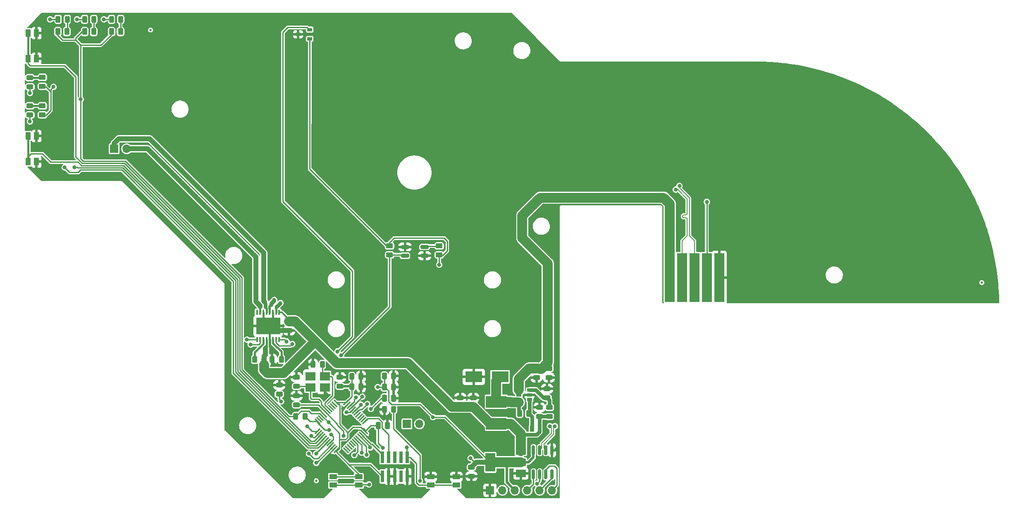
<source format=gtl>
G04 #@! TF.GenerationSoftware,KiCad,Pcbnew,(6.0.5)*
G04 #@! TF.CreationDate,2022-06-02T14:20:13-07:00*
G04 #@! TF.ProjectId,mobo,6d6f626f-2e6b-4696-9361-645f70636258,rev?*
G04 #@! TF.SameCoordinates,Original*
G04 #@! TF.FileFunction,Copper,L1,Top*
G04 #@! TF.FilePolarity,Positive*
%FSLAX46Y46*%
G04 Gerber Fmt 4.6, Leading zero omitted, Abs format (unit mm)*
G04 Created by KiCad (PCBNEW (6.0.5)) date 2022-06-02 14:20:13*
%MOMM*%
%LPD*%
G01*
G04 APERTURE LIST*
G04 Aperture macros list*
%AMRoundRect*
0 Rectangle with rounded corners*
0 $1 Rounding radius*
0 $2 $3 $4 $5 $6 $7 $8 $9 X,Y pos of 4 corners*
0 Add a 4 corners polygon primitive as box body*
4,1,4,$2,$3,$4,$5,$6,$7,$8,$9,$2,$3,0*
0 Add four circle primitives for the rounded corners*
1,1,$1+$1,$2,$3*
1,1,$1+$1,$4,$5*
1,1,$1+$1,$6,$7*
1,1,$1+$1,$8,$9*
0 Add four rect primitives between the rounded corners*
20,1,$1+$1,$2,$3,$4,$5,0*
20,1,$1+$1,$4,$5,$6,$7,0*
20,1,$1+$1,$6,$7,$8,$9,0*
20,1,$1+$1,$8,$9,$2,$3,0*%
G04 Aperture macros list end*
G04 #@! TA.AperFunction,SMDPad,CuDef*
%ADD10RoundRect,0.243750X0.456250X-0.243750X0.456250X0.243750X-0.456250X0.243750X-0.456250X-0.243750X0*%
G04 #@! TD*
G04 #@! TA.AperFunction,SMDPad,CuDef*
%ADD11RoundRect,0.243750X-0.243750X-0.456250X0.243750X-0.456250X0.243750X0.456250X-0.243750X0.456250X0*%
G04 #@! TD*
G04 #@! TA.AperFunction,SMDPad,CuDef*
%ADD12RoundRect,0.243750X-0.456250X0.243750X-0.456250X-0.243750X0.456250X-0.243750X0.456250X0.243750X0*%
G04 #@! TD*
G04 #@! TA.AperFunction,SMDPad,CuDef*
%ADD13RoundRect,0.243750X0.243750X0.456250X-0.243750X0.456250X-0.243750X-0.456250X0.243750X-0.456250X0*%
G04 #@! TD*
G04 #@! TA.AperFunction,SMDPad,CuDef*
%ADD14R,3.500000X2.300000*%
G04 #@! TD*
G04 #@! TA.AperFunction,SMDPad,CuDef*
%ADD15R,0.900000X1.200000*%
G04 #@! TD*
G04 #@! TA.AperFunction,SMDPad,CuDef*
%ADD16C,0.500000*%
G04 #@! TD*
G04 #@! TA.AperFunction,SMDPad,CuDef*
%ADD17R,4.200000X2.400000*%
G04 #@! TD*
G04 #@! TA.AperFunction,ComponentPad*
%ADD18R,1.700000X1.700000*%
G04 #@! TD*
G04 #@! TA.AperFunction,ComponentPad*
%ADD19O,1.700000X1.700000*%
G04 #@! TD*
G04 #@! TA.AperFunction,SMDPad,CuDef*
%ADD20RoundRect,0.250000X-0.450000X0.262500X-0.450000X-0.262500X0.450000X-0.262500X0.450000X0.262500X0*%
G04 #@! TD*
G04 #@! TA.AperFunction,SMDPad,CuDef*
%ADD21RoundRect,0.250000X0.450000X-0.262500X0.450000X0.262500X-0.450000X0.262500X-0.450000X-0.262500X0*%
G04 #@! TD*
G04 #@! TA.AperFunction,SMDPad,CuDef*
%ADD22R,1.000000X1.550000*%
G04 #@! TD*
G04 #@! TA.AperFunction,SMDPad,CuDef*
%ADD23R,1.000000X0.700000*%
G04 #@! TD*
G04 #@! TA.AperFunction,SMDPad,CuDef*
%ADD24RoundRect,0.150000X0.150000X-0.825000X0.150000X0.825000X-0.150000X0.825000X-0.150000X-0.825000X0*%
G04 #@! TD*
G04 #@! TA.AperFunction,SMDPad,CuDef*
%ADD25R,0.450000X1.050000*%
G04 #@! TD*
G04 #@! TA.AperFunction,ComponentPad*
%ADD26C,0.750000*%
G04 #@! TD*
G04 #@! TA.AperFunction,SMDPad,CuDef*
%ADD27R,5.000000X3.400000*%
G04 #@! TD*
G04 #@! TA.AperFunction,SMDPad,CuDef*
%ADD28R,2.000000X1.500000*%
G04 #@! TD*
G04 #@! TA.AperFunction,SMDPad,CuDef*
%ADD29R,2.000000X3.800000*%
G04 #@! TD*
G04 #@! TA.AperFunction,SMDPad,CuDef*
%ADD30RoundRect,0.075000X-0.521491X0.415425X0.415425X-0.521491X0.521491X-0.415425X-0.415425X0.521491X0*%
G04 #@! TD*
G04 #@! TA.AperFunction,SMDPad,CuDef*
%ADD31RoundRect,0.075000X-0.521491X-0.415425X-0.415425X-0.521491X0.521491X0.415425X0.415425X0.521491X0*%
G04 #@! TD*
G04 #@! TA.AperFunction,SMDPad,CuDef*
%ADD32R,1.060000X0.650000*%
G04 #@! TD*
G04 #@! TA.AperFunction,SMDPad,CuDef*
%ADD33R,2.100000X1.800000*%
G04 #@! TD*
G04 #@! TA.AperFunction,SMDPad,CuDef*
%ADD34RoundRect,0.250000X0.262500X0.450000X-0.262500X0.450000X-0.262500X-0.450000X0.262500X-0.450000X0*%
G04 #@! TD*
G04 #@! TA.AperFunction,SMDPad,CuDef*
%ADD35RoundRect,0.197500X0.632500X-0.197500X0.632500X0.197500X-0.632500X0.197500X-0.632500X-0.197500X0*%
G04 #@! TD*
G04 #@! TA.AperFunction,SMDPad,CuDef*
%ADD36R,2.000000X10.000000*%
G04 #@! TD*
G04 #@! TA.AperFunction,SMDPad,CuDef*
%ADD37R,0.740000X2.400000*%
G04 #@! TD*
G04 #@! TA.AperFunction,SMDPad,CuDef*
%ADD38R,1.550000X1.000000*%
G04 #@! TD*
G04 #@! TA.AperFunction,SMDPad,CuDef*
%ADD39RoundRect,0.250000X0.250000X0.475000X-0.250000X0.475000X-0.250000X-0.475000X0.250000X-0.475000X0*%
G04 #@! TD*
G04 #@! TA.AperFunction,SMDPad,CuDef*
%ADD40RoundRect,0.250000X-0.250000X-0.475000X0.250000X-0.475000X0.250000X0.475000X-0.250000X0.475000X0*%
G04 #@! TD*
G04 #@! TA.AperFunction,ViaPad*
%ADD41C,0.800000*%
G04 #@! TD*
G04 #@! TA.AperFunction,Conductor*
%ADD42C,0.400000*%
G04 #@! TD*
G04 #@! TA.AperFunction,Conductor*
%ADD43C,0.250000*%
G04 #@! TD*
G04 #@! TA.AperFunction,Conductor*
%ADD44C,1.000000*%
G04 #@! TD*
G04 #@! TA.AperFunction,Conductor*
%ADD45C,0.500000*%
G04 #@! TD*
G04 #@! TA.AperFunction,Conductor*
%ADD46C,2.000000*%
G04 #@! TD*
G04 #@! TA.AperFunction,Conductor*
%ADD47C,0.750000*%
G04 #@! TD*
G04 #@! TA.AperFunction,Conductor*
%ADD48C,0.300000*%
G04 #@! TD*
G04 #@! TA.AperFunction,Conductor*
%ADD49C,0.200000*%
G04 #@! TD*
G04 APERTURE END LIST*
D10*
X70866000Y-82217500D03*
X70866000Y-80342500D03*
D11*
X73302500Y-80200000D03*
X75177500Y-80200000D03*
X73309000Y-82296000D03*
X75184000Y-82296000D03*
D12*
X61976000Y-84152500D03*
X61976000Y-86027500D03*
D13*
X67231500Y-77724000D03*
X65356500Y-77724000D03*
D10*
X61976000Y-82217500D03*
X61976000Y-80342500D03*
D13*
X58849500Y-76708000D03*
X56974500Y-76708000D03*
D12*
X60452000Y-68912500D03*
X60452000Y-70787500D03*
X97790000Y-98757500D03*
X97790000Y-100632500D03*
D11*
X79972500Y-82360000D03*
X81847500Y-82360000D03*
X79972500Y-80110000D03*
X81847500Y-80110000D03*
D10*
X111700000Y-88417500D03*
X111700000Y-86542500D03*
D12*
X113665000Y-78564500D03*
X113665000Y-80439500D03*
X111125000Y-78564500D03*
X111125000Y-80439500D03*
D13*
X109522500Y-87757000D03*
X107647500Y-87757000D03*
D10*
X98171000Y-86408500D03*
X98171000Y-84533500D03*
X95504000Y-86408500D03*
X95504000Y-84533500D03*
X7366000Y-20828000D03*
X7366000Y-18953000D03*
X7366000Y-26591500D03*
X7366000Y-24716500D03*
D14*
X103665000Y-80264000D03*
X98265000Y-80264000D03*
D15*
X110235000Y-90932000D03*
X106935000Y-90932000D03*
D16*
X66030000Y-101570000D03*
X32070000Y-9180000D03*
X202300000Y-60950000D03*
D17*
X102870000Y-85380000D03*
X102870000Y-89880000D03*
D18*
X84582000Y-89916000D03*
D19*
X87122000Y-89916000D03*
D18*
X24628000Y-33528000D03*
D19*
X27168000Y-33528000D03*
D20*
X9906000Y-24741500D03*
X9906000Y-26566500D03*
X9906000Y-18899500D03*
X9906000Y-20724500D03*
D13*
X63675500Y-88392000D03*
X61800500Y-88392000D03*
D21*
X81026000Y-55268500D03*
X81026000Y-53443500D03*
X91186000Y-55268500D03*
X91186000Y-53443500D03*
D10*
X113754000Y-88402000D03*
X113754000Y-86527000D03*
D12*
X113284000Y-82707000D03*
X113284000Y-84582000D03*
D22*
X7024000Y-9821000D03*
X7024000Y-15071000D03*
X8724000Y-15071000D03*
X8724000Y-9821000D03*
X7024000Y-30903000D03*
X7024000Y-36153000D03*
X8724000Y-36153000D03*
X8724000Y-30903000D03*
D23*
X64676000Y-10991000D03*
X64676000Y-9091000D03*
X62276000Y-10041000D03*
D24*
X110490000Y-100265000D03*
X111760000Y-100265000D03*
X113030000Y-100265000D03*
X114300000Y-100265000D03*
X114300000Y-95315000D03*
X113030000Y-95315000D03*
X111760000Y-95315000D03*
X110490000Y-95315000D03*
D25*
X58420000Y-67056000D03*
X57770000Y-67056000D03*
X57120000Y-67056000D03*
X56470000Y-67056000D03*
X55820000Y-67056000D03*
X55170000Y-67056000D03*
X54520000Y-67056000D03*
X53870000Y-67056000D03*
X53870000Y-72606000D03*
X54520000Y-72606000D03*
X55170000Y-72606000D03*
X55820000Y-72606000D03*
X56470000Y-72606000D03*
X57120000Y-72606000D03*
X57770000Y-72606000D03*
X58420000Y-72606000D03*
D26*
X54645000Y-70581000D03*
D27*
X56145000Y-69831000D03*
D26*
X57645000Y-69081000D03*
X56145000Y-70581000D03*
X57645000Y-70581000D03*
X54645000Y-69081000D03*
X56145000Y-69081000D03*
D28*
X107925000Y-100090000D03*
X107925000Y-97790000D03*
D29*
X101625000Y-97790000D03*
D28*
X107925000Y-95490000D03*
D30*
X70121212Y-85536124D03*
X69767658Y-85889678D03*
X69414105Y-86243231D03*
X69060551Y-86596785D03*
X68706998Y-86950338D03*
X68353445Y-87303891D03*
X67999891Y-87657445D03*
X67646338Y-88010998D03*
X67292785Y-88364551D03*
X66939231Y-88718105D03*
X66585678Y-89071658D03*
X66232124Y-89425212D03*
D31*
X66232124Y-91422788D03*
X66585678Y-91776342D03*
X66939231Y-92129895D03*
X67292785Y-92483449D03*
X67646338Y-92837002D03*
X67999891Y-93190555D03*
X68353445Y-93544109D03*
X68706998Y-93897662D03*
X69060551Y-94251215D03*
X69414105Y-94604769D03*
X69767658Y-94958322D03*
X70121212Y-95311876D03*
D30*
X72118788Y-95311876D03*
X72472342Y-94958322D03*
X72825895Y-94604769D03*
X73179449Y-94251215D03*
X73533002Y-93897662D03*
X73886555Y-93544109D03*
X74240109Y-93190555D03*
X74593662Y-92837002D03*
X74947215Y-92483449D03*
X75300769Y-92129895D03*
X75654322Y-91776342D03*
X76007876Y-91422788D03*
D31*
X76007876Y-89425212D03*
X75654322Y-89071658D03*
X75300769Y-88718105D03*
X74947215Y-88364551D03*
X74593662Y-88010998D03*
X74240109Y-87657445D03*
X73886555Y-87303891D03*
X73533002Y-86950338D03*
X73179449Y-86596785D03*
X72825895Y-86243231D03*
X72472342Y-85889678D03*
X72118788Y-85536124D03*
D32*
X109685000Y-84897000D03*
X109685000Y-83947000D03*
X109685000Y-82997000D03*
X107485000Y-82997000D03*
X107485000Y-83947000D03*
X107485000Y-84897000D03*
D33*
X67744000Y-80130000D03*
X64844000Y-80130000D03*
X64844000Y-82430000D03*
X67744000Y-82430000D03*
D13*
X55293500Y-76708000D03*
X53418500Y-76708000D03*
D11*
X13125000Y-7000000D03*
X15000000Y-7000000D03*
X18562500Y-7000000D03*
X20437500Y-7000000D03*
X24062500Y-7000000D03*
X25937500Y-7000000D03*
D34*
X14912500Y-9500000D03*
X13087500Y-9500000D03*
X20412500Y-9500000D03*
X18587500Y-9500000D03*
X25912500Y-9500000D03*
X24087500Y-9500000D03*
D11*
X79972500Y-86920000D03*
X81847500Y-86920000D03*
D12*
X58430000Y-81942500D03*
X58430000Y-83817500D03*
D35*
X88169500Y-53650000D03*
X84169500Y-53650000D03*
X84169500Y-55450000D03*
X88169500Y-55450000D03*
D36*
X138400000Y-59900000D03*
X140940000Y-59900000D03*
X143480000Y-59900000D03*
X146020000Y-59900000D03*
X148560000Y-59900000D03*
D37*
X79550000Y-100690000D03*
X79550000Y-96790000D03*
X80820000Y-100690000D03*
X80820000Y-96790000D03*
X82090000Y-100690000D03*
X82090000Y-96790000D03*
X83360000Y-100690000D03*
X83360000Y-96790000D03*
X84630000Y-100690000D03*
X84630000Y-96790000D03*
D38*
X94700000Y-102450000D03*
X89450000Y-102450000D03*
X94700000Y-100750000D03*
X89450000Y-100750000D03*
D39*
X81860000Y-84640000D03*
X79960000Y-84640000D03*
D38*
X74700000Y-102450000D03*
X69450000Y-102450000D03*
X69450000Y-100750000D03*
X74700000Y-100750000D03*
D40*
X78670000Y-90280000D03*
X80570000Y-90280000D03*
D18*
X101600000Y-103505000D03*
D19*
X104140000Y-103505000D03*
X106680000Y-103505000D03*
X109220000Y-103505000D03*
X111760000Y-103505000D03*
X114300000Y-103505000D03*
D41*
X77900000Y-84020000D03*
X88630000Y-84630000D03*
X62992000Y-78232000D03*
X78330000Y-87620000D03*
X99600000Y-99700000D03*
X12700000Y-31496000D03*
X57150000Y-74549000D03*
X111379000Y-85090000D03*
X112268000Y-81407000D03*
X73215500Y-92075000D03*
X69723000Y-79248000D03*
X76800000Y-100450000D03*
X62000000Y-13900000D03*
X68900000Y-96393000D03*
X158400000Y-61100000D03*
X112649000Y-46736000D03*
X68072000Y-83820000D03*
X72072500Y-83629500D03*
X66167000Y-86868000D03*
X71526500Y-86770000D03*
X115170000Y-95040000D03*
X13716000Y-18288000D03*
X57404000Y-77724000D03*
X76500000Y-56500000D03*
X61976000Y-71628000D03*
X96330000Y-103850000D03*
X96901000Y-82677000D03*
X98806000Y-82677000D03*
X66400000Y-45600000D03*
X68499117Y-89570883D03*
X91186000Y-57277000D03*
X17780000Y-23368000D03*
X78590000Y-82370000D03*
X79640000Y-94850000D03*
X97620000Y-96940000D03*
X12192000Y-20828000D03*
X89916000Y-88519000D03*
X71600000Y-92400000D03*
X84580000Y-94700000D03*
X14478000Y-37338000D03*
X7366000Y-27940000D03*
X7366000Y-22098000D03*
X16510000Y-37338000D03*
X75300000Y-95800000D03*
X73800000Y-96300000D03*
X68600000Y-91200000D03*
X146000000Y-44400000D03*
X113845000Y-90390000D03*
X140381232Y-41148768D03*
X139638768Y-41891232D03*
X114895000Y-90390000D03*
X57404000Y-64516000D03*
X56769000Y-65532000D03*
X57975500Y-65849500D03*
X58674000Y-65151000D03*
X58800000Y-85310000D03*
X69088000Y-92138500D03*
X70357996Y-75057000D03*
X64135000Y-90424000D03*
X74168004Y-84455000D03*
X51816000Y-72644000D03*
X52578000Y-73660012D03*
X75438000Y-84328000D03*
X75184000Y-85979000D03*
X61087000Y-73533000D03*
X59944000Y-73025000D03*
X76454000Y-85852000D03*
X72160000Y-87550000D03*
X77180000Y-86840000D03*
X66000000Y-97900000D03*
X11500000Y-7000000D03*
X64500000Y-96000000D03*
X17000000Y-7000000D03*
X66000000Y-96000000D03*
X22500000Y-7000000D03*
X77050000Y-94750000D03*
X71120004Y-75819000D03*
X65024000Y-92329000D03*
X76810000Y-102310000D03*
X87250000Y-101610000D03*
X111214000Y-102162804D03*
X76300000Y-96271029D03*
D42*
X55170000Y-67056000D02*
X55170000Y-68556000D01*
D43*
X72472342Y-85889678D02*
X71592020Y-86770000D01*
X74123499Y-91167001D02*
X73615499Y-91675001D01*
D42*
X56974500Y-75680128D02*
X56974500Y-76708000D01*
D43*
X75009641Y-91167001D02*
X74123499Y-91167001D01*
X75654322Y-91776342D02*
X75618982Y-91776342D01*
X75618982Y-91776342D02*
X75009641Y-91167001D01*
X73615499Y-91675001D02*
X73215500Y-92075000D01*
D42*
X56495999Y-72631999D02*
X56495999Y-73450201D01*
X55170000Y-68556000D02*
X54645000Y-69081000D01*
D44*
X57101500Y-70787500D02*
X56145000Y-69831000D01*
D42*
X56470000Y-70906000D02*
X56145000Y-70581000D01*
X57120000Y-67056000D02*
X57120000Y-68556000D01*
X57120000Y-68556000D02*
X57645000Y-69081000D01*
D43*
X71592020Y-86770000D02*
X71526500Y-86770000D01*
D45*
X57851500Y-70787500D02*
X57645000Y-70581000D01*
D42*
X56520990Y-73475192D02*
X56520991Y-75226619D01*
X56495999Y-73450201D02*
X56520990Y-73475192D01*
D44*
X60452000Y-70787500D02*
X57101500Y-70787500D01*
D42*
X56520991Y-75226619D02*
X56974500Y-75680128D01*
D45*
X60452000Y-70787500D02*
X57851500Y-70787500D01*
D42*
X56470000Y-72606000D02*
X56495999Y-72631999D01*
X56470000Y-72606000D02*
X56470000Y-70906000D01*
D43*
X68499117Y-89570883D02*
X70739000Y-91810766D01*
X18075000Y-9500000D02*
X18587500Y-9500000D01*
X75652061Y-90854841D02*
X76007876Y-91210656D01*
X70802500Y-86005280D02*
X70802500Y-90002500D01*
X72707500Y-98249500D02*
X70121212Y-95663212D01*
X70739000Y-91810766D02*
X70739000Y-92640004D01*
X50800000Y-59944000D02*
X48260000Y-57404000D01*
X65024000Y-87757000D02*
X64516000Y-87249000D01*
X72400000Y-92671522D02*
X72400000Y-91739524D01*
X77109500Y-98249500D02*
X72707500Y-98249500D01*
X62943500Y-87249000D02*
X61800500Y-88392000D01*
X81026000Y-53331000D02*
X80326000Y-53331000D01*
X70121212Y-95311876D02*
X70333344Y-95311876D01*
X11613000Y-25672000D02*
X10606000Y-26679000D01*
X78590000Y-82370000D02*
X79962500Y-82370000D01*
X80784010Y-83171510D02*
X80784010Y-85311424D01*
X79550000Y-100690000D02*
X77109500Y-98249500D01*
X75360841Y-90854841D02*
X75652061Y-90854841D01*
X64516000Y-87249000D02*
X62943500Y-87249000D01*
X26924000Y-36068000D02*
X18288000Y-36068000D01*
X16750000Y-10825000D02*
X18075000Y-9500000D01*
X78670000Y-93880000D02*
X79640000Y-94850000D01*
X72469762Y-91669762D02*
X73525024Y-90614500D01*
X92837000Y-54430000D02*
X92837000Y-52451000D01*
X10606000Y-20837000D02*
X11613000Y-21844000D01*
X73525024Y-90614500D02*
X75120500Y-90614500D01*
X70802500Y-90002500D02*
X72469762Y-91669762D01*
X50800000Y-70612000D02*
X50800000Y-59944000D01*
X12192000Y-20828000D02*
X11613000Y-21407000D01*
X78670000Y-90280000D02*
X78670000Y-93880000D01*
X81368576Y-85895990D02*
X87292990Y-85895990D01*
X77150664Y-90280000D02*
X76007876Y-91422788D01*
X11613000Y-21407000D02*
X11613000Y-21844000D01*
X73302500Y-80200000D02*
X73302500Y-82289500D01*
X91186000Y-57277000D02*
X91186000Y-55381000D01*
X76007876Y-91210656D02*
X76007876Y-91422788D01*
X74700000Y-100242000D02*
X72707500Y-98249500D01*
X91186000Y-55381000D02*
X91886000Y-55381000D01*
X9906000Y-20837000D02*
X10606000Y-20837000D01*
D46*
X107925000Y-97790000D02*
X105029000Y-97790000D01*
D43*
X92202000Y-51816000D02*
X81966000Y-51816000D01*
X80326000Y-53331000D02*
X64643000Y-37648000D01*
D45*
X105029000Y-101854000D02*
X105029000Y-97790000D01*
D43*
X72400000Y-91739524D02*
X73525024Y-90614500D01*
D45*
X106680000Y-103505000D02*
X105029000Y-101854000D01*
D43*
X14025000Y-11250000D02*
X12975000Y-10200000D01*
D45*
X110490000Y-96760000D02*
X109460000Y-97790000D01*
D43*
X64676000Y-28288000D02*
X64676000Y-10991000D01*
X70739000Y-92640004D02*
X70739000Y-93472000D01*
X70739000Y-94488000D02*
X70739000Y-94742000D01*
X70739000Y-93124001D02*
X71947521Y-93124001D01*
X92354000Y-88519000D02*
X101625000Y-97790000D01*
X89916000Y-88519000D02*
X87947000Y-86550000D01*
X81966000Y-51816000D02*
X81026000Y-52756000D01*
D46*
X105029000Y-97790000D02*
X101625000Y-97790000D01*
D43*
X98470000Y-97790000D02*
X98757500Y-97790000D01*
X16750000Y-11250000D02*
X16750000Y-10825000D01*
X73302500Y-82289500D02*
X73309000Y-82296000D01*
X74700000Y-100750000D02*
X74700000Y-100242000D01*
X12975000Y-10200000D02*
X12975000Y-9500000D01*
X70333344Y-85536124D02*
X70739000Y-85941780D01*
X70121212Y-85536124D02*
X70333344Y-85536124D01*
X50800000Y-78740000D02*
X50800000Y-70612000D01*
X81026000Y-52756000D02*
X81026000Y-53331000D01*
X66685234Y-87757000D02*
X65024000Y-87757000D01*
X10606000Y-26679000D02*
X9906000Y-26679000D01*
X79972500Y-80110000D02*
X79972500Y-82360000D01*
X17780000Y-12280000D02*
X21895000Y-12280000D01*
X73309000Y-84345912D02*
X72118788Y-85536124D01*
X78670000Y-90280000D02*
X77150664Y-90280000D01*
X70739000Y-93472000D02*
X70739000Y-94488000D01*
X71947521Y-93124001D02*
X72400000Y-92671522D01*
X79962500Y-82370000D02*
X79972500Y-82360000D01*
X64643000Y-37648000D02*
X64643000Y-28321000D01*
X70739000Y-94906220D02*
X70739000Y-94488000D01*
X18288000Y-36068000D02*
X17780000Y-35560000D01*
X31496000Y-40640000D02*
X26924000Y-36068000D01*
X21895000Y-12280000D02*
X23975000Y-10200000D01*
X70739000Y-92640004D02*
X70739000Y-93124001D01*
X70333344Y-95311876D02*
X70739000Y-94906220D01*
X79972500Y-82360000D02*
X80784010Y-83171510D01*
D45*
X70866000Y-82217500D02*
X73230500Y-82217500D01*
D43*
X17780000Y-12280000D02*
X16750000Y-11250000D01*
X17780000Y-23368000D02*
X17780000Y-12280000D01*
X91886000Y-55381000D02*
X92837000Y-54430000D01*
X75120500Y-90614500D02*
X75360841Y-90854841D01*
X64643000Y-28321000D02*
X64676000Y-28288000D01*
X11613000Y-21844000D02*
X11613000Y-25672000D01*
X87292990Y-85895990D02*
X87947000Y-86550000D01*
X68499117Y-89570883D02*
X68499117Y-89570883D01*
X61800500Y-88392000D02*
X60452000Y-88392000D01*
X89916000Y-88519000D02*
X92354000Y-88519000D01*
D44*
X101625000Y-97790000D02*
X98757500Y-97790000D01*
D43*
X67292785Y-88364551D02*
X68499117Y-89570883D01*
X69450000Y-100750000D02*
X74700000Y-100750000D01*
X80784010Y-85311424D02*
X81368576Y-85895990D01*
X60452000Y-88392000D02*
X50800000Y-78740000D01*
X70121212Y-95311876D02*
X70121212Y-95276534D01*
D45*
X73230500Y-82217500D02*
X73309000Y-82296000D01*
D43*
X70121212Y-95663212D02*
X70121212Y-95311876D01*
X17780000Y-35560000D02*
X17780000Y-23368000D01*
X16750000Y-11250000D02*
X14025000Y-11250000D01*
D45*
X110490000Y-95315000D02*
X110490000Y-96760000D01*
D43*
X23975000Y-10200000D02*
X23975000Y-9500000D01*
X48260000Y-57404000D02*
X45720000Y-54864000D01*
X92837000Y-52451000D02*
X92202000Y-51816000D01*
D45*
X109460000Y-97790000D02*
X107925000Y-97790000D01*
D44*
X98757500Y-97790000D02*
X97790000Y-98757500D01*
D43*
X70121212Y-85536124D02*
X72118788Y-85536124D01*
X73309000Y-82296000D02*
X73309000Y-84345912D01*
X97620000Y-96940000D02*
X98470000Y-97790000D01*
X70333344Y-85536124D02*
X70802500Y-86005280D01*
X67292785Y-88364551D02*
X66685234Y-87757000D01*
X45720000Y-54864000D02*
X31496000Y-40640000D01*
X86525999Y-101957521D02*
X87018478Y-102450000D01*
X87018478Y-102450000D02*
X89450000Y-102450000D01*
X66405288Y-86027500D02*
X62676000Y-86027500D01*
X71600000Y-91834315D02*
X71600000Y-92400000D01*
X84630000Y-96790000D02*
X85250000Y-96790000D01*
X70353490Y-89974288D02*
X70353490Y-90188486D01*
X85250000Y-96790000D02*
X86525999Y-98065999D01*
X94700000Y-102450000D02*
X89450000Y-102450000D01*
X70353490Y-90188486D02*
X71600000Y-91434996D01*
X84580000Y-94700000D02*
X84580000Y-96740000D01*
X67999891Y-87657445D02*
X68036647Y-87657445D01*
X71600000Y-91434996D02*
X71600000Y-91834315D01*
X62676000Y-86027500D02*
X61976000Y-86027500D01*
X84580000Y-96740000D02*
X84630000Y-96790000D01*
X86525999Y-98065999D02*
X86525999Y-101957521D01*
X67999891Y-87622103D02*
X66405288Y-86027500D01*
X68036647Y-87657445D02*
X70353490Y-89974288D01*
X67999891Y-87657445D02*
X67999891Y-87622103D01*
D42*
X55820000Y-74152392D02*
X55570990Y-74401402D01*
D47*
X111144201Y-92106001D02*
X108109001Y-92106001D01*
D46*
X61673500Y-68912500D02*
X60452000Y-68912500D01*
X84836000Y-77470000D02*
X70231000Y-77470000D01*
D48*
X60452000Y-68563000D02*
X60452000Y-68912500D01*
D44*
X55293500Y-76008000D02*
X55570990Y-75730510D01*
D46*
X102870000Y-89880000D02*
X105883000Y-89880000D01*
D47*
X108109001Y-92106001D02*
X107925000Y-91922000D01*
D46*
X55293500Y-78788500D02*
X55293500Y-77767372D01*
D47*
X111700000Y-88417500D02*
X111700000Y-91550202D01*
D44*
X55287990Y-77761862D02*
X55287990Y-76708000D01*
D46*
X93774500Y-86408500D02*
X84836000Y-77470000D01*
D44*
X55293500Y-76708000D02*
X55293500Y-76008000D01*
D46*
X101642500Y-89880000D02*
X102870000Y-89880000D01*
X65595500Y-73215500D02*
X65595500Y-72834500D01*
X107925000Y-95490000D02*
X107925000Y-91922000D01*
D44*
X61673500Y-68912500D02*
X61546500Y-68912500D01*
X55753000Y-79248000D02*
X56134000Y-79502000D01*
D42*
X55570990Y-73977138D02*
X55570990Y-74401402D01*
D44*
X65532000Y-72898000D02*
X65659000Y-72898000D01*
D46*
X98171000Y-86408500D02*
X101642500Y-89880000D01*
D42*
X55820000Y-72606000D02*
X55820000Y-73728128D01*
D46*
X65595500Y-72834500D02*
X61673500Y-68912500D01*
D44*
X55293500Y-78788500D02*
X55753000Y-79248000D01*
D46*
X105883000Y-89880000D02*
X106935000Y-90932000D01*
X107925000Y-91922000D02*
X106935000Y-90932000D01*
D47*
X111700000Y-88417500D02*
X113738500Y-88417500D01*
D46*
X95504000Y-86408500D02*
X98171000Y-86408500D01*
D48*
X58420000Y-67056000D02*
X58945000Y-67056000D01*
D46*
X56134000Y-79502000D02*
X56007000Y-79502000D01*
X59309000Y-79502000D02*
X65595500Y-73215500D01*
X58928000Y-79502000D02*
X59309000Y-79502000D01*
X56007000Y-79502000D02*
X55293500Y-78788500D01*
D47*
X113738500Y-88417500D02*
X113754000Y-88402000D01*
X111700000Y-91550202D02*
X111144201Y-92106001D01*
D48*
X58945000Y-67056000D02*
X60452000Y-68563000D01*
D46*
X58928000Y-79502000D02*
X56134000Y-79502000D01*
X95504000Y-86408500D02*
X93774500Y-86408500D01*
D44*
X55570990Y-75730510D02*
X55570990Y-74401402D01*
D46*
X70231000Y-77470000D02*
X65595500Y-72834500D01*
D44*
X56134000Y-79502000D02*
X59182000Y-79248000D01*
D42*
X55820000Y-72606000D02*
X55820000Y-74152392D01*
X55820000Y-73728128D02*
X55570990Y-73977138D01*
D46*
X137160000Y-43561000D02*
X111887000Y-43561000D01*
D44*
X113665000Y-78564500D02*
X112189500Y-78564500D01*
D46*
X113411000Y-57023000D02*
X113411000Y-77343000D01*
X107485000Y-80672000D02*
X109592500Y-78564500D01*
X107485000Y-82997000D02*
X107485000Y-80672000D01*
X113411000Y-77343000D02*
X112141000Y-78613000D01*
X110425000Y-78564500D02*
X111125000Y-78564500D01*
X108204000Y-47244000D02*
X108204000Y-51816000D01*
X112141000Y-78613000D02*
X111125000Y-78564500D01*
X108204000Y-51816000D02*
X113411000Y-57023000D01*
X111887000Y-43561000D02*
X108204000Y-47244000D01*
D44*
X112189500Y-78564500D02*
X112141000Y-78613000D01*
D46*
X109592500Y-78564500D02*
X110425000Y-78564500D01*
D47*
X107485000Y-82997000D02*
X107485000Y-83896991D01*
D46*
X138400000Y-59800000D02*
X138400000Y-44801000D01*
X138400000Y-44801000D02*
X137160000Y-43561000D01*
D42*
X55156000Y-72606000D02*
X55144001Y-72617999D01*
X55170000Y-72606000D02*
X55156000Y-72606000D01*
X53418500Y-75232500D02*
X53418500Y-76708000D01*
X55170000Y-72606000D02*
X55170000Y-73481000D01*
X55170000Y-73481000D02*
X53418500Y-75232500D01*
D43*
X17757956Y-37868044D02*
X17272000Y-38354000D01*
X14877999Y-37737999D02*
X14478000Y-37338000D01*
X26178401Y-37868044D02*
X17757956Y-37868044D01*
X67999891Y-93190555D02*
X66368413Y-94822033D01*
X48999958Y-60689601D02*
X26178401Y-37868044D01*
X17272000Y-38354000D02*
X15494000Y-38354000D01*
X7366000Y-27940000D02*
X7366000Y-26591500D01*
X66368413Y-94822033D02*
X64336390Y-94822033D01*
X64336390Y-94822033D02*
X48999958Y-79485601D01*
X15494000Y-38354000D02*
X14877999Y-37737999D01*
X48999958Y-79485601D02*
X48999958Y-60689601D01*
D42*
X9818500Y-24716500D02*
X9906000Y-24629000D01*
X7366000Y-24716500D02*
X9818500Y-24716500D01*
X7366000Y-18953000D02*
X9740000Y-18953000D01*
X9740000Y-18953000D02*
X9906000Y-18787000D01*
D43*
X49449969Y-79299201D02*
X49449969Y-60503201D01*
X17155718Y-37418033D02*
X17075685Y-37338000D01*
X26364801Y-37418033D02*
X17155718Y-37418033D01*
X64522790Y-94372022D02*
X49449969Y-79299201D01*
X67646338Y-92837002D02*
X66111318Y-94372022D01*
X66111318Y-94372022D02*
X64522790Y-94372022D01*
X7366000Y-22098000D02*
X7366000Y-20828000D01*
X17075685Y-37338000D02*
X16510000Y-37338000D01*
X49449969Y-60503201D02*
X26364801Y-37418033D01*
X75300000Y-94250446D02*
X75300000Y-95234315D01*
X110490000Y-100265000D02*
X110490000Y-102235000D01*
X74240109Y-93190555D02*
X75300000Y-94250446D01*
X75300000Y-95234315D02*
X75300000Y-95800000D01*
X110490000Y-102235000D02*
X109220000Y-103505000D01*
X114300000Y-100965000D02*
X114300000Y-100265000D01*
X74499999Y-95600001D02*
X74199999Y-95900001D01*
X74499999Y-94157553D02*
X74499999Y-95600001D01*
X74199999Y-95900001D02*
X73800000Y-96300000D01*
X73886555Y-93544109D02*
X74499999Y-94157553D01*
X111760000Y-103505000D02*
X114300000Y-100965000D01*
X66232124Y-89637344D02*
X67794780Y-91200000D01*
D45*
X146040000Y-59920000D02*
X146020000Y-59900000D01*
D43*
X66232124Y-89425212D02*
X66232124Y-89637344D01*
X146000000Y-59880000D02*
X146020000Y-59900000D01*
X68034315Y-91200000D02*
X68600000Y-91200000D01*
X64708712Y-89425212D02*
X63675500Y-88392000D01*
X66232124Y-89425212D02*
X64708712Y-89425212D01*
X67794780Y-91200000D02*
X68034315Y-91200000D01*
D45*
X146720000Y-59920000D02*
X146040000Y-59920000D01*
D43*
X146000000Y-44400000D02*
X146000000Y-59880000D01*
D49*
X140381232Y-41573033D02*
X142435000Y-43626801D01*
X140381232Y-41148768D02*
X140381232Y-41573033D01*
X114145000Y-91866800D02*
X114145000Y-90690000D01*
D45*
X144160000Y-59900000D02*
X143480000Y-59900000D01*
D49*
X143480000Y-52399999D02*
X143480000Y-59900000D01*
X112170000Y-93841800D02*
X114145000Y-91866800D01*
X114145000Y-90690000D02*
X113845000Y-90390000D01*
X142435000Y-51354999D02*
X143480000Y-52399999D01*
X142435000Y-43626801D02*
X142435000Y-51354999D01*
X111760000Y-95315000D02*
X112170000Y-94905000D01*
D45*
X144180000Y-59920000D02*
X144160000Y-59900000D01*
D49*
X112170000Y-94905000D02*
X112170000Y-93841800D01*
X141985000Y-47985000D02*
X141985000Y-51354999D01*
X141985000Y-51354999D02*
X140940000Y-52399999D01*
X141815165Y-47714709D02*
X141872046Y-47750450D01*
X141872046Y-47019549D02*
X141815165Y-47055290D01*
X141955290Y-46915165D02*
X141919549Y-46972046D01*
X141919549Y-47797953D02*
X141955290Y-47854834D01*
X141126914Y-47150450D02*
X141079411Y-47197953D01*
X140063033Y-41891232D02*
X141985000Y-43813199D01*
D45*
X141640000Y-59920000D02*
X140960000Y-59920000D01*
D49*
X141985000Y-46785000D02*
X141977478Y-46851756D01*
X141247204Y-47092521D02*
X141183795Y-47114709D01*
X141013961Y-47385000D02*
X141021482Y-47451756D01*
X141021482Y-47451756D02*
X141043670Y-47515165D01*
X141079411Y-47572046D02*
X141126914Y-47619549D01*
X141955290Y-47854834D02*
X141977478Y-47918243D01*
X141872046Y-47750450D02*
X141919549Y-47797953D01*
X141751756Y-47077478D02*
X141685000Y-47085000D01*
X141313961Y-47685000D02*
X141685000Y-47685000D01*
X141919549Y-46972046D02*
X141872046Y-47019549D01*
X139638768Y-41891232D02*
X140063033Y-41891232D01*
X141021482Y-47318243D02*
X141013961Y-47385000D01*
X141079411Y-47197953D02*
X141043670Y-47254834D01*
X141685000Y-47685000D02*
X141751756Y-47692521D01*
X141685000Y-47085000D02*
X141313961Y-47085000D01*
X141043670Y-47254834D02*
X141021482Y-47318243D01*
X114595000Y-90690000D02*
X114895000Y-90390000D01*
X141985000Y-43813199D02*
X141985000Y-46785000D01*
D45*
X140960000Y-59920000D02*
X140940000Y-59900000D01*
D49*
X141977478Y-47918243D02*
X141985000Y-47985000D01*
X141815165Y-47055290D02*
X141751756Y-47077478D01*
X113030000Y-95315000D02*
X112620000Y-94905000D01*
X141247204Y-47677478D02*
X141313961Y-47685000D01*
X141313961Y-47085000D02*
X141247204Y-47092521D01*
X112620000Y-94905000D02*
X112620000Y-94028200D01*
X141043670Y-47515165D02*
X141079411Y-47572046D01*
X140940000Y-52399999D02*
X140940000Y-59900000D01*
X114595000Y-92053200D02*
X114595000Y-90690000D01*
X141183795Y-47655290D02*
X141247204Y-47677478D01*
X141183795Y-47114709D02*
X141126914Y-47150450D01*
X112620000Y-94028200D02*
X114595000Y-92053200D01*
X141126914Y-47619549D02*
X141183795Y-47655290D01*
X141751756Y-47692521D02*
X141815165Y-47714709D01*
X141977478Y-46851756D02*
X141955290Y-46915165D01*
D43*
X77160117Y-94025999D02*
X77397521Y-94025999D01*
X75300769Y-92166651D02*
X77160117Y-94025999D01*
X77397521Y-94025999D02*
X79550000Y-96178478D01*
X79550000Y-96178478D02*
X79550000Y-96790000D01*
X75300769Y-92129895D02*
X75300769Y-92166651D01*
X78748283Y-88821509D02*
X76611579Y-88821509D01*
X79494010Y-89567236D02*
X78748283Y-88821509D01*
X76611579Y-88821509D02*
X76007876Y-89425212D01*
X80820000Y-96790000D02*
X80820000Y-92066774D01*
X79494010Y-90740784D02*
X79494010Y-89567236D01*
X80820000Y-92066774D02*
X79494010Y-90740784D01*
D44*
X25527000Y-31496000D02*
X31877000Y-31496000D01*
D42*
X55820000Y-67056000D02*
X55820000Y-66320542D01*
X55458535Y-65959077D02*
X55458535Y-64937465D01*
D44*
X55245000Y-54864000D02*
X55245000Y-64723930D01*
D42*
X55820000Y-66320542D02*
X55458535Y-65959077D01*
D47*
X55458535Y-64937465D02*
X55458535Y-65114242D01*
D44*
X31877000Y-31496000D02*
X55245000Y-54864000D01*
D47*
X55458535Y-65114242D02*
X55595010Y-65250717D01*
D44*
X24628000Y-33528000D02*
X24628000Y-32395000D01*
X24628000Y-32395000D02*
X25527000Y-31496000D01*
D47*
X55595010Y-65250717D02*
X55595010Y-65959077D01*
D44*
X55245000Y-64723930D02*
X55458535Y-64937465D01*
X54520000Y-65696000D02*
X53663989Y-64839989D01*
X31496000Y-33528000D02*
X27168000Y-33528000D01*
D42*
X54520000Y-67056000D02*
X54520000Y-66131000D01*
D44*
X53663989Y-55695989D02*
X31496000Y-33528000D01*
X53663989Y-64839989D02*
X53663989Y-55695989D01*
X54520000Y-65696000D02*
X54520000Y-65830999D01*
D42*
X54520000Y-66131000D02*
X54520000Y-65696000D01*
D45*
X57531000Y-64770000D02*
X57531000Y-64770000D01*
X56470010Y-66375990D02*
X56470000Y-66376000D01*
D47*
X56769000Y-65151000D02*
X57404000Y-64516000D01*
X56769000Y-65532000D02*
X56769000Y-65151000D01*
D45*
X56470000Y-65831000D02*
X56769000Y-65532000D01*
X56769000Y-65532000D02*
X57531000Y-64770000D01*
D42*
X56470000Y-67056000D02*
X56470000Y-66376000D01*
D45*
X56470000Y-66376000D02*
X56470000Y-65831000D01*
X58674000Y-65151000D02*
X58674000Y-65151000D01*
X57770000Y-66055000D02*
X57975500Y-65849500D01*
X57770000Y-66309000D02*
X57770000Y-66055000D01*
D42*
X57770000Y-67056000D02*
X57770000Y-66309000D01*
D47*
X57975500Y-65849500D02*
X58674000Y-65151000D01*
D43*
X69469000Y-93135660D02*
X69469000Y-92519500D01*
X69469000Y-92519500D02*
X69088000Y-92138500D01*
X58430000Y-83817500D02*
X58430000Y-84940000D01*
X68706998Y-93897662D02*
X69469000Y-93135660D01*
X58430000Y-84940000D02*
X58800000Y-85310000D01*
X65597126Y-93472000D02*
X64895590Y-93472000D01*
X14478000Y-16510000D02*
X7438000Y-16510000D01*
X64895590Y-93472000D02*
X50349991Y-78926401D01*
X16764000Y-35180411D02*
X16764000Y-18796000D01*
X26737601Y-36518011D02*
X18101600Y-36518011D01*
X50349991Y-60130401D02*
X26737601Y-36518011D01*
X16764000Y-18796000D02*
X14478000Y-16510000D01*
X66939231Y-92129895D02*
X65597126Y-93472000D01*
X7438000Y-16510000D02*
X7024000Y-16096000D01*
X50349991Y-78926401D02*
X50349991Y-60130401D01*
X18101600Y-36518011D02*
X16764000Y-35180411D01*
D42*
X7024000Y-9821000D02*
X7024000Y-15071000D01*
D43*
X7024000Y-16096000D02*
X7024000Y-15071000D01*
X7024000Y-35128000D02*
X7024000Y-36153000D01*
X65854223Y-93922011D02*
X64709190Y-93922011D01*
X49899980Y-79112801D02*
X49899980Y-60316801D01*
X17915200Y-36968022D02*
X17211190Y-36264011D01*
X64709190Y-93922011D02*
X49899980Y-79112801D01*
X11626010Y-36264010D02*
X9906000Y-34544000D01*
X9906000Y-34544000D02*
X7608000Y-34544000D01*
X26551201Y-36968022D02*
X17915200Y-36968022D01*
X17211190Y-36264011D02*
X11626010Y-36264010D01*
X67292785Y-92483449D02*
X65854223Y-93922011D01*
D42*
X7024000Y-30903000D02*
X7024000Y-36153000D01*
D43*
X49899980Y-60316801D02*
X26551201Y-36968022D01*
X7608000Y-34544000D02*
X7024000Y-35128000D01*
X64643000Y-9058000D02*
X64676000Y-9091000D01*
X64590000Y-9091000D02*
X64135000Y-8636000D01*
X73406000Y-72008996D02*
X73406000Y-58547000D01*
X65133788Y-91422788D02*
X64135000Y-90424000D01*
X59182000Y-9652000D02*
X60198000Y-8636000D01*
X64676000Y-9091000D02*
X64590000Y-9091000D01*
X70357996Y-75057000D02*
X73406000Y-72008996D01*
X59182000Y-44323000D02*
X59182000Y-9652000D01*
X64135000Y-8636000D02*
X60198000Y-8636000D01*
X73406000Y-58547000D02*
X59182000Y-44323000D01*
X66232124Y-91422788D02*
X65133788Y-91422788D01*
X53870000Y-72606000D02*
X51854000Y-72606000D01*
X51854000Y-72606000D02*
X51816000Y-72644000D01*
X73768005Y-84854999D02*
X74168004Y-84455000D01*
X73768005Y-85301121D02*
X73768005Y-84854999D01*
X72825895Y-86243231D02*
X73768005Y-85301121D01*
X54520000Y-73381000D02*
X54240988Y-73660012D01*
X73179449Y-86586551D02*
X75038001Y-84727999D01*
X75038001Y-84727999D02*
X75438000Y-84328000D01*
X53143685Y-73660012D02*
X52578000Y-73660012D01*
X54240988Y-73660012D02*
X53143685Y-73660012D01*
X73179449Y-86596785D02*
X73179449Y-86586551D01*
X54520000Y-72606000D02*
X54520000Y-73381000D01*
X57770000Y-72606000D02*
X57770000Y-73284938D01*
X58418061Y-73932999D02*
X60687001Y-73932999D01*
X60687001Y-73932999D02*
X61087000Y-73533000D01*
X73886555Y-87276445D02*
X74930000Y-86233000D01*
X73886555Y-87303891D02*
X73886555Y-87276445D01*
X57770000Y-73284938D02*
X58418061Y-73932999D01*
X74930000Y-86233000D02*
X75184000Y-85979000D01*
X59544001Y-72625001D02*
X59944000Y-73025000D01*
X76054001Y-86251999D02*
X76454000Y-85852000D01*
X74240109Y-87657445D02*
X74939553Y-86958001D01*
X74939553Y-86958001D02*
X75347999Y-86958001D01*
X58420000Y-72606000D02*
X59525000Y-72606000D01*
X75347999Y-86958001D02*
X76054001Y-86251999D01*
X59525000Y-72606000D02*
X59544001Y-72625001D01*
X79960000Y-84640000D02*
X79380000Y-84640000D01*
X79380000Y-84640000D02*
X78140000Y-85880000D01*
X78140000Y-85880000D02*
X77180000Y-86840000D01*
X73533002Y-86950338D02*
X72933340Y-87550000D01*
X72933340Y-87550000D02*
X72160000Y-87550000D01*
X66118874Y-97900000D02*
X69414105Y-94604769D01*
X66000000Y-97900000D02*
X66118874Y-97900000D01*
X11500000Y-7000000D02*
X13125000Y-7000000D01*
X25937500Y-7000000D02*
X25937500Y-9412500D01*
X66311766Y-97000000D02*
X69060551Y-94251215D01*
X17000000Y-7000000D02*
X18562500Y-7000000D01*
X64500000Y-96000000D02*
X65500000Y-97000000D01*
X65500000Y-97000000D02*
X66311766Y-97000000D01*
X66000000Y-95897554D02*
X66000000Y-96000000D01*
X22500000Y-7000000D02*
X24062500Y-7000000D01*
X68353445Y-93544109D02*
X66000000Y-95897554D01*
X77050000Y-94586234D02*
X77050000Y-94750000D01*
X113030000Y-100265000D02*
X113030000Y-99314000D01*
X115316000Y-99060000D02*
X115316000Y-102489000D01*
X113792000Y-98552000D02*
X114808000Y-98552000D01*
X74947215Y-92483449D02*
X77050000Y-94586234D01*
X114808000Y-98552000D02*
X115316000Y-99060000D01*
X113030000Y-99314000D02*
X113792000Y-98552000D01*
X115316000Y-102489000D02*
X114300000Y-103505000D01*
X65659000Y-92710000D02*
X65405000Y-92710000D01*
X66585678Y-91783322D02*
X65659000Y-92710000D01*
X81151000Y-55256000D02*
X81026000Y-55381000D01*
X84106000Y-55256000D02*
X81151000Y-55256000D01*
X81026000Y-55381000D02*
X81026000Y-65913004D01*
X81026000Y-65913004D02*
X71520003Y-75419001D01*
X65405000Y-92710000D02*
X65024000Y-92329000D01*
X66585678Y-91776342D02*
X66585678Y-91783322D01*
X71520003Y-75419001D02*
X71120004Y-75819000D01*
X67744000Y-80130000D02*
X69044000Y-80130000D01*
X69342000Y-80428000D02*
X69342000Y-84074000D01*
X69342000Y-84074000D02*
X67818000Y-85598000D01*
X67818000Y-86061340D02*
X68706998Y-86950338D01*
X67818000Y-85598000D02*
X67818000Y-86061340D01*
X67231500Y-79617500D02*
X67744000Y-80130000D01*
X67231500Y-77724000D02*
X67231500Y-79617500D01*
X69044000Y-80130000D02*
X69342000Y-80428000D01*
X67033527Y-85321527D02*
X66548000Y-84836000D01*
X68353445Y-87268551D02*
X67033527Y-85948633D01*
X67033527Y-85948633D02*
X67033527Y-85321527D01*
X64844000Y-82430000D02*
X64844000Y-84665000D01*
X68353445Y-87303891D02*
X68353445Y-87268551D01*
X66548000Y-84836000D02*
X65015000Y-84836000D01*
X61976000Y-82217500D02*
X64631500Y-82217500D01*
X65015000Y-84836000D02*
X64844000Y-84665000D01*
X64631500Y-82217500D02*
X64844000Y-82430000D01*
D47*
X109685000Y-87594500D02*
X109522500Y-87757000D01*
X110235000Y-88469500D02*
X109522500Y-87757000D01*
X109685000Y-84897000D02*
X109685000Y-87594500D01*
X110235000Y-90932000D02*
X110235000Y-88469500D01*
X103353000Y-84897000D02*
X102870000Y-85380000D01*
D46*
X102870000Y-81059000D02*
X103665000Y-80264000D01*
X105902998Y-85380000D02*
X105994999Y-85472001D01*
D47*
X107485000Y-84897000D02*
X103353000Y-84897000D01*
D46*
X102870000Y-85380000D02*
X102870000Y-81059000D01*
X105994999Y-85472001D02*
X107485000Y-85472001D01*
X102870000Y-85380000D02*
X105902998Y-85380000D01*
D47*
X107485000Y-87594500D02*
X107647500Y-87757000D01*
X107485000Y-84897000D02*
X107485000Y-87594500D01*
D42*
X57120000Y-73376000D02*
X58849500Y-75105500D01*
X58849500Y-75105500D02*
X58849500Y-76708000D01*
X57120000Y-72606000D02*
X57120000Y-73376000D01*
D43*
X15000000Y-7000000D02*
X15000000Y-9475000D01*
X20437500Y-7000000D02*
X20437500Y-9412500D01*
X88106000Y-53456000D02*
X91061000Y-53456000D01*
X91061000Y-53456000D02*
X91186000Y-53331000D01*
X87250000Y-96298478D02*
X87250000Y-101610000D01*
X74700000Y-102450000D02*
X69450000Y-102450000D01*
X81847500Y-86920000D02*
X81847500Y-90895978D01*
X74840000Y-102310000D02*
X74700000Y-102450000D01*
X81847500Y-90895978D02*
X87250000Y-96298478D01*
X82217500Y-86550000D02*
X81847500Y-86920000D01*
X76810000Y-102310000D02*
X74840000Y-102310000D01*
D47*
X113754000Y-86527000D02*
X113754000Y-85052000D01*
X109685000Y-82997000D02*
X110965000Y-82997000D01*
X110965000Y-82997000D02*
X112550000Y-84582000D01*
X112550000Y-84582000D02*
X113284000Y-84582000D01*
X113754000Y-85052000D02*
X113284000Y-84582000D01*
D43*
X111760000Y-100265000D02*
X111760000Y-101616804D01*
X111760000Y-101616804D02*
X111214000Y-102162804D01*
X74593662Y-92837002D02*
X76275998Y-94519338D01*
X76275998Y-94519338D02*
X76275998Y-95681342D01*
X76300000Y-95705344D02*
X76300000Y-96271029D01*
X76275998Y-95681342D02*
X76300000Y-95705344D01*
G04 #@! TA.AperFunction,Conductor*
G36*
X9767377Y-34936813D02*
G01*
X9772137Y-34941174D01*
X11326577Y-36495614D01*
X11336418Y-36507800D01*
X11341118Y-36515079D01*
X11341120Y-36515081D01*
X11344438Y-36520220D01*
X11349243Y-36524008D01*
X11372875Y-36542638D01*
X11379388Y-36548425D01*
X11382548Y-36551585D01*
X11385024Y-36553355D01*
X11385026Y-36553356D01*
X11399052Y-36563379D01*
X11401832Y-36565466D01*
X11442610Y-36597613D01*
X11448380Y-36599639D01*
X11450679Y-36600903D01*
X11450924Y-36601057D01*
X11451201Y-36601173D01*
X11453550Y-36602324D01*
X11458529Y-36605882D01*
X11497839Y-36617638D01*
X11508257Y-36620754D01*
X11511573Y-36621831D01*
X11556169Y-36637492D01*
X11556171Y-36637492D01*
X11560558Y-36639033D01*
X11566065Y-36639510D01*
X11567143Y-36639510D01*
X11572483Y-36639961D01*
X11578296Y-36641700D01*
X11584408Y-36641460D01*
X11584409Y-36641460D01*
X11632582Y-36639567D01*
X11635487Y-36639510D01*
X14108219Y-36639510D01*
X14155784Y-36656823D01*
X14181094Y-36700660D01*
X14172304Y-36750510D01*
X14142159Y-36779267D01*
X14113644Y-36793985D01*
X14113641Y-36793987D01*
X14109679Y-36796032D01*
X14106321Y-36798961D01*
X14106320Y-36798962D01*
X14101819Y-36802889D01*
X13991034Y-36899533D01*
X13988466Y-36903187D01*
X13988465Y-36903188D01*
X13923146Y-36996128D01*
X13900501Y-37028348D01*
X13898879Y-37032507D01*
X13898879Y-37032508D01*
X13847072Y-37165388D01*
X13843309Y-37175039D01*
X13842727Y-37179463D01*
X13842726Y-37179465D01*
X13824646Y-37316801D01*
X13822758Y-37331138D01*
X13828155Y-37380023D01*
X13834335Y-37435999D01*
X13840035Y-37487633D01*
X13841568Y-37491822D01*
X13886869Y-37615612D01*
X13894143Y-37635490D01*
X13896628Y-37639188D01*
X13896630Y-37639192D01*
X13979472Y-37762473D01*
X13981958Y-37766172D01*
X14098410Y-37872135D01*
X14102333Y-37874265D01*
X14232852Y-37945132D01*
X14232856Y-37945134D01*
X14236776Y-37947262D01*
X14389069Y-37987215D01*
X14453427Y-37988226D01*
X14542038Y-37989618D01*
X14546495Y-37989688D01*
X14550842Y-37988692D01*
X14555278Y-37988226D01*
X14555455Y-37989910D01*
X14599250Y-37995358D01*
X14617876Y-38008913D01*
X15194567Y-38585604D01*
X15204408Y-38597790D01*
X15209108Y-38605069D01*
X15209110Y-38605071D01*
X15212428Y-38610210D01*
X15217233Y-38613998D01*
X15240865Y-38632628D01*
X15247378Y-38638415D01*
X15250538Y-38641575D01*
X15253014Y-38643345D01*
X15253016Y-38643346D01*
X15267042Y-38653369D01*
X15269822Y-38655456D01*
X15310600Y-38687603D01*
X15316370Y-38689629D01*
X15318669Y-38690893D01*
X15318914Y-38691047D01*
X15319191Y-38691163D01*
X15321541Y-38692314D01*
X15326519Y-38695872D01*
X15332379Y-38697625D01*
X15332382Y-38697626D01*
X15376253Y-38710746D01*
X15379569Y-38711823D01*
X15424159Y-38727482D01*
X15424161Y-38727482D01*
X15428548Y-38729023D01*
X15434055Y-38729500D01*
X15435132Y-38729500D01*
X15440475Y-38729953D01*
X15446287Y-38731691D01*
X15452396Y-38731451D01*
X15500588Y-38729557D01*
X15503494Y-38729500D01*
X17224037Y-38729500D01*
X17239612Y-38731158D01*
X17248084Y-38732982D01*
X17248089Y-38732982D01*
X17254066Y-38734269D01*
X17260141Y-38733550D01*
X17290027Y-38730013D01*
X17298724Y-38729500D01*
X17303193Y-38729500D01*
X17306207Y-38728998D01*
X17306211Y-38728998D01*
X17323215Y-38726168D01*
X17326665Y-38725677D01*
X17372136Y-38720295D01*
X17372137Y-38720295D01*
X17378210Y-38719576D01*
X17383724Y-38716928D01*
X17386240Y-38716197D01*
X17386524Y-38716132D01*
X17386806Y-38716017D01*
X17389274Y-38715172D01*
X17395313Y-38714167D01*
X17440994Y-38689518D01*
X17444101Y-38687935D01*
X17486703Y-38667479D01*
X17486707Y-38667476D01*
X17490900Y-38665463D01*
X17495131Y-38661906D01*
X17495893Y-38661144D01*
X17499989Y-38657687D01*
X17505329Y-38654806D01*
X17509480Y-38650315D01*
X17509483Y-38650313D01*
X17542212Y-38614906D01*
X17544226Y-38612811D01*
X17891820Y-38265218D01*
X17937697Y-38243826D01*
X17944146Y-38243544D01*
X25992212Y-38243544D01*
X26039778Y-38260857D01*
X26044538Y-38265218D01*
X48602784Y-60823464D01*
X48624176Y-60869340D01*
X48624458Y-60875790D01*
X48624458Y-79437638D01*
X48622800Y-79453213D01*
X48620976Y-79461685D01*
X48620976Y-79461690D01*
X48619689Y-79467667D01*
X48620408Y-79473742D01*
X48623945Y-79503628D01*
X48624458Y-79512325D01*
X48624458Y-79516794D01*
X48624960Y-79519808D01*
X48624960Y-79519812D01*
X48627790Y-79536816D01*
X48628281Y-79540266D01*
X48632834Y-79578732D01*
X48634382Y-79591811D01*
X48637030Y-79597325D01*
X48637761Y-79599841D01*
X48637826Y-79600125D01*
X48637941Y-79600407D01*
X48638786Y-79602875D01*
X48639791Y-79608914D01*
X48659017Y-79644545D01*
X48664439Y-79654594D01*
X48666023Y-79657702D01*
X48686479Y-79700304D01*
X48686482Y-79700308D01*
X48688495Y-79704501D01*
X48692052Y-79708732D01*
X48692814Y-79709494D01*
X48696271Y-79713590D01*
X48699152Y-79718930D01*
X48703643Y-79723081D01*
X48703645Y-79723084D01*
X48739053Y-79755814D01*
X48741148Y-79757828D01*
X64036957Y-95053637D01*
X64046798Y-95065823D01*
X64051498Y-95073102D01*
X64051500Y-95073104D01*
X64054818Y-95078243D01*
X64059623Y-95082031D01*
X64083255Y-95100661D01*
X64089768Y-95106448D01*
X64092928Y-95109608D01*
X64095404Y-95111378D01*
X64095406Y-95111379D01*
X64109432Y-95121402D01*
X64112212Y-95123489D01*
X64152990Y-95155636D01*
X64158760Y-95157662D01*
X64161059Y-95158926D01*
X64161304Y-95159080D01*
X64161581Y-95159196D01*
X64163930Y-95160347D01*
X64168909Y-95163905D01*
X64208219Y-95175661D01*
X64218637Y-95178777D01*
X64221953Y-95179854D01*
X64266549Y-95195515D01*
X64266551Y-95195515D01*
X64270938Y-95197056D01*
X64276445Y-95197533D01*
X64277523Y-95197533D01*
X64282863Y-95197984D01*
X64288676Y-95199723D01*
X64294788Y-95199483D01*
X64294789Y-95199483D01*
X64342962Y-95197590D01*
X64345867Y-95197533D01*
X65990332Y-95197533D01*
X66037898Y-95214846D01*
X66063208Y-95258683D01*
X66054418Y-95308533D01*
X66042658Y-95323859D01*
X66038804Y-95327713D01*
X65992928Y-95349105D01*
X65986091Y-95349386D01*
X65929143Y-95349088D01*
X65929140Y-95349088D01*
X65924684Y-95349065D01*
X65920349Y-95350106D01*
X65920347Y-95350106D01*
X65851408Y-95366657D01*
X65771588Y-95385820D01*
X65631679Y-95458032D01*
X65628321Y-95460961D01*
X65628320Y-95460962D01*
X65517607Y-95557544D01*
X65513034Y-95561533D01*
X65510466Y-95565187D01*
X65510465Y-95565188D01*
X65426416Y-95684778D01*
X65422501Y-95690348D01*
X65420879Y-95694507D01*
X65420879Y-95694508D01*
X65382300Y-95793460D01*
X65365309Y-95837039D01*
X65364727Y-95841463D01*
X65364726Y-95841465D01*
X65347645Y-95971213D01*
X65344758Y-95993138D01*
X65351891Y-96057751D01*
X65361419Y-96144057D01*
X65349430Y-96193236D01*
X65308635Y-96223203D01*
X65258122Y-96219936D01*
X65235540Y-96204503D01*
X65167529Y-96136492D01*
X65146137Y-96090616D01*
X65146593Y-96073740D01*
X65154793Y-96016121D01*
X65154793Y-96016117D01*
X65155134Y-96013723D01*
X65155278Y-96000000D01*
X65136363Y-95843694D01*
X65086781Y-95712478D01*
X65082286Y-95700582D01*
X65082285Y-95700580D01*
X65080710Y-95696412D01*
X65046018Y-95645936D01*
X64994062Y-95570339D01*
X64994060Y-95570337D01*
X64991531Y-95566657D01*
X64941850Y-95522393D01*
X64877310Y-95464889D01*
X64877307Y-95464887D01*
X64873976Y-95461919D01*
X64774119Y-95409047D01*
X64738771Y-95390331D01*
X64738770Y-95390331D01*
X64734831Y-95388245D01*
X64582128Y-95349889D01*
X64500583Y-95349462D01*
X64429142Y-95349088D01*
X64429139Y-95349088D01*
X64424684Y-95349065D01*
X64420349Y-95350106D01*
X64420347Y-95350106D01*
X64351408Y-95366657D01*
X64271588Y-95385820D01*
X64131679Y-95458032D01*
X64128321Y-95460961D01*
X64128320Y-95460962D01*
X64017607Y-95557544D01*
X64013034Y-95561533D01*
X64010466Y-95565187D01*
X64010465Y-95565188D01*
X63926416Y-95684778D01*
X63922501Y-95690348D01*
X63920879Y-95694507D01*
X63920879Y-95694508D01*
X63882300Y-95793460D01*
X63865309Y-95837039D01*
X63864727Y-95841463D01*
X63864726Y-95841465D01*
X63847645Y-95971213D01*
X63844758Y-95993138D01*
X63851891Y-96057751D01*
X63861431Y-96144158D01*
X63862035Y-96149633D01*
X63863568Y-96153822D01*
X63913441Y-96290106D01*
X63916143Y-96297490D01*
X63918628Y-96301188D01*
X63918630Y-96301192D01*
X63998870Y-96420601D01*
X64003958Y-96428172D01*
X64120410Y-96534135D01*
X64124333Y-96536265D01*
X64254852Y-96607132D01*
X64254856Y-96607134D01*
X64258776Y-96609262D01*
X64411069Y-96649215D01*
X64475427Y-96650226D01*
X64564038Y-96651618D01*
X64568495Y-96651688D01*
X64572842Y-96650692D01*
X64577278Y-96650226D01*
X64577454Y-96651904D01*
X64621275Y-96657372D01*
X64639876Y-96670914D01*
X65200570Y-97231608D01*
X65210409Y-97243790D01*
X65218428Y-97256210D01*
X65223233Y-97259998D01*
X65223234Y-97259999D01*
X65246861Y-97278625D01*
X65253374Y-97284412D01*
X65256538Y-97287576D01*
X65259016Y-97289347D01*
X65259021Y-97289351D01*
X65273063Y-97299385D01*
X65275826Y-97301459D01*
X65316600Y-97333603D01*
X65322373Y-97335630D01*
X65324675Y-97336896D01*
X65324922Y-97337051D01*
X65325186Y-97337162D01*
X65327544Y-97338317D01*
X65332519Y-97341872D01*
X65366460Y-97352023D01*
X65382253Y-97356746D01*
X65385569Y-97357823D01*
X65430159Y-97373482D01*
X65430161Y-97373482D01*
X65434548Y-97375023D01*
X65439182Y-97375424D01*
X65443737Y-97376405D01*
X65443409Y-97377931D01*
X65483650Y-97396646D01*
X65505089Y-97442501D01*
X65491920Y-97491575D01*
X65422501Y-97590348D01*
X65420879Y-97594507D01*
X65420879Y-97594508D01*
X65394513Y-97662135D01*
X65365309Y-97737039D01*
X65364727Y-97741463D01*
X65364726Y-97741465D01*
X65347215Y-97874477D01*
X65344758Y-97893138D01*
X65347841Y-97921065D01*
X65358570Y-98018244D01*
X65362035Y-98049633D01*
X65363568Y-98053822D01*
X65414073Y-98191833D01*
X65416143Y-98197490D01*
X65418628Y-98201188D01*
X65418630Y-98201192D01*
X65501472Y-98324473D01*
X65503958Y-98328172D01*
X65620410Y-98434135D01*
X65624333Y-98436265D01*
X65754852Y-98507132D01*
X65754856Y-98507134D01*
X65758776Y-98509262D01*
X65911069Y-98549215D01*
X65989782Y-98550451D01*
X66064038Y-98551618D01*
X66068495Y-98551688D01*
X66072837Y-98550694D01*
X66072842Y-98550693D01*
X66217621Y-98517534D01*
X66217624Y-98517533D01*
X66221968Y-98516538D01*
X66362625Y-98445795D01*
X66482348Y-98343542D01*
X66547674Y-98252631D01*
X66571620Y-98219307D01*
X66571620Y-98219306D01*
X66574224Y-98215683D01*
X66584410Y-98190346D01*
X66631287Y-98073735D01*
X66631287Y-98073734D01*
X66632950Y-98069598D01*
X66654799Y-97916076D01*
X66675735Y-97874176D01*
X69110629Y-95439282D01*
X69137645Y-95422071D01*
X69163941Y-95412500D01*
X69173259Y-95405350D01*
X69199956Y-95384865D01*
X69199960Y-95384861D01*
X69201875Y-95383392D01*
X69445349Y-95139918D01*
X69751041Y-94834225D01*
X69796917Y-94812833D01*
X69845812Y-94825934D01*
X69855693Y-94834225D01*
X69891756Y-94870288D01*
X69913148Y-94916164D01*
X69900047Y-94965059D01*
X69891756Y-94974940D01*
X69889570Y-94977126D01*
X69877388Y-94986964D01*
X69865002Y-94994962D01*
X69861214Y-94999767D01*
X69861213Y-94999768D01*
X69842632Y-95023338D01*
X69836845Y-95029851D01*
X69342591Y-95524106D01*
X69341118Y-95526026D01*
X69341115Y-95526029D01*
X69321826Y-95551165D01*
X69313481Y-95562040D01*
X69311542Y-95567366D01*
X69311542Y-95567367D01*
X69283275Y-95645031D01*
X69266064Y-95672048D01*
X69005673Y-95932439D01*
X69001178Y-95942078D01*
X69002264Y-95946128D01*
X69054370Y-95986111D01*
X69062697Y-95990918D01*
X69195561Y-96045953D01*
X69204844Y-96048441D01*
X69347425Y-96067212D01*
X69357042Y-96067212D01*
X69428902Y-96057751D01*
X69478321Y-96068707D01*
X69490886Y-96078791D01*
X69502592Y-96090497D01*
X69504512Y-96091970D01*
X69504515Y-96091973D01*
X69536030Y-96116157D01*
X69540526Y-96119607D01*
X69648392Y-96158867D01*
X69763181Y-96158867D01*
X69871048Y-96119607D01*
X69895047Y-96101192D01*
X69907063Y-96091972D01*
X69907067Y-96091968D01*
X69908982Y-96090499D01*
X69910896Y-96088585D01*
X69910957Y-96088557D01*
X69912515Y-96087190D01*
X69912913Y-96087644D01*
X69956772Y-96067193D01*
X70005667Y-96080294D01*
X70015548Y-96088585D01*
X71212383Y-97285421D01*
X72408070Y-98481108D01*
X72417909Y-98493290D01*
X72425928Y-98505710D01*
X72430733Y-98509498D01*
X72430734Y-98509499D01*
X72454361Y-98528125D01*
X72460874Y-98533912D01*
X72464038Y-98537076D01*
X72464041Y-98537078D01*
X73831681Y-99904718D01*
X73853073Y-99950594D01*
X73839972Y-99999489D01*
X73820467Y-100018573D01*
X73744399Y-100069399D01*
X73740350Y-100075459D01*
X73694282Y-100144406D01*
X73689034Y-100152260D01*
X73674500Y-100225326D01*
X73674500Y-100300500D01*
X73657187Y-100348066D01*
X73613350Y-100373376D01*
X73600500Y-100374500D01*
X70549500Y-100374500D01*
X70501934Y-100357187D01*
X70476624Y-100313350D01*
X70475500Y-100300500D01*
X70475500Y-100225326D01*
X70460966Y-100152260D01*
X70455719Y-100144406D01*
X70409650Y-100075459D01*
X70405601Y-100069399D01*
X70386831Y-100056857D01*
X70328799Y-100018082D01*
X70328797Y-100018081D01*
X70322740Y-100014034D01*
X70315595Y-100012613D01*
X70315593Y-100012612D01*
X70253244Y-100000210D01*
X70253243Y-100000210D01*
X70249674Y-99999500D01*
X68650326Y-99999500D01*
X68646757Y-100000210D01*
X68646756Y-100000210D01*
X68584407Y-100012612D01*
X68584405Y-100012613D01*
X68577260Y-100014034D01*
X68571203Y-100018081D01*
X68571201Y-100018082D01*
X68513169Y-100056857D01*
X68494399Y-100069399D01*
X68490350Y-100075459D01*
X68444282Y-100144406D01*
X68439034Y-100152260D01*
X68424500Y-100225326D01*
X68424500Y-101274674D01*
X68425210Y-101278243D01*
X68425210Y-101278244D01*
X68437420Y-101339624D01*
X68439034Y-101347740D01*
X68443081Y-101353797D01*
X68443082Y-101353799D01*
X68480112Y-101409218D01*
X68494399Y-101430601D01*
X68500459Y-101434650D01*
X68571201Y-101481918D01*
X68571203Y-101481919D01*
X68577260Y-101485966D01*
X68584405Y-101487387D01*
X68584407Y-101487388D01*
X68646756Y-101499790D01*
X68646757Y-101499790D01*
X68650326Y-101500500D01*
X70249674Y-101500500D01*
X70253243Y-101499790D01*
X70253244Y-101499790D01*
X70315593Y-101487388D01*
X70315595Y-101487387D01*
X70322740Y-101485966D01*
X70328797Y-101481919D01*
X70328799Y-101481918D01*
X70399541Y-101434650D01*
X70405601Y-101430601D01*
X70419888Y-101409218D01*
X70456918Y-101353799D01*
X70456919Y-101353797D01*
X70460966Y-101347740D01*
X70462581Y-101339624D01*
X70474790Y-101278244D01*
X70474790Y-101278243D01*
X70475500Y-101274674D01*
X70475500Y-101199500D01*
X70492813Y-101151934D01*
X70536650Y-101126624D01*
X70549500Y-101125500D01*
X73600500Y-101125500D01*
X73648066Y-101142813D01*
X73673376Y-101186650D01*
X73674500Y-101199500D01*
X73674500Y-101274674D01*
X73675210Y-101278243D01*
X73675210Y-101278244D01*
X73687420Y-101339624D01*
X73689034Y-101347740D01*
X73693081Y-101353797D01*
X73693082Y-101353799D01*
X73730112Y-101409218D01*
X73744399Y-101430601D01*
X73750459Y-101434650D01*
X73821201Y-101481918D01*
X73821203Y-101481919D01*
X73827260Y-101485966D01*
X73834405Y-101487387D01*
X73834407Y-101487388D01*
X73896756Y-101499790D01*
X73896757Y-101499790D01*
X73900326Y-101500500D01*
X75499674Y-101500500D01*
X75503243Y-101499790D01*
X75503244Y-101499790D01*
X75565593Y-101487388D01*
X75565595Y-101487387D01*
X75572740Y-101485966D01*
X75578797Y-101481919D01*
X75578799Y-101481918D01*
X75649541Y-101434650D01*
X75655601Y-101430601D01*
X75669888Y-101409218D01*
X75706918Y-101353799D01*
X75706919Y-101353797D01*
X75710966Y-101347740D01*
X75712581Y-101339624D01*
X75724790Y-101278244D01*
X75724790Y-101278243D01*
X75725500Y-101274674D01*
X75725500Y-100225326D01*
X75710966Y-100152260D01*
X75705719Y-100144406D01*
X75659650Y-100075459D01*
X75655601Y-100069399D01*
X75636831Y-100056857D01*
X75578799Y-100018082D01*
X75578797Y-100018081D01*
X75572740Y-100014034D01*
X75565595Y-100012613D01*
X75565593Y-100012612D01*
X75503244Y-100000210D01*
X75503243Y-100000210D01*
X75499674Y-99999500D01*
X75019848Y-99999500D01*
X74969618Y-99979841D01*
X74960906Y-99971788D01*
X74958810Y-99969773D01*
X73740363Y-98751326D01*
X73718971Y-98705450D01*
X73732072Y-98656555D01*
X73773536Y-98627521D01*
X73792689Y-98625000D01*
X76923311Y-98625000D01*
X76970877Y-98642313D01*
X76975637Y-98646674D01*
X78907826Y-100578863D01*
X78929218Y-100624739D01*
X78929500Y-100631189D01*
X78929500Y-101914674D01*
X78930210Y-101918243D01*
X78930210Y-101918244D01*
X78942471Y-101979881D01*
X78944034Y-101987740D01*
X78948081Y-101993797D01*
X78948082Y-101993799D01*
X78975911Y-102035448D01*
X78999399Y-102070601D01*
X79005459Y-102074650D01*
X79076201Y-102121918D01*
X79076203Y-102121919D01*
X79082260Y-102125966D01*
X79089405Y-102127387D01*
X79089407Y-102127388D01*
X79151756Y-102139790D01*
X79151757Y-102139790D01*
X79155326Y-102140500D01*
X79944674Y-102140500D01*
X79948243Y-102139790D01*
X79948244Y-102139790D01*
X79949606Y-102139519D01*
X79950148Y-102139602D01*
X79951857Y-102139434D01*
X79951900Y-102139872D01*
X79999635Y-102147222D01*
X80023255Y-102167719D01*
X80083935Y-102248685D01*
X80091319Y-102256069D01*
X80199317Y-102337009D01*
X80208475Y-102342023D01*
X80335447Y-102389623D01*
X80344407Y-102391753D01*
X80399911Y-102397783D01*
X80403921Y-102398000D01*
X80552952Y-102398000D01*
X80562948Y-102394362D01*
X80566000Y-102389075D01*
X80566000Y-102384951D01*
X81074000Y-102384951D01*
X81077638Y-102394947D01*
X81082925Y-102397999D01*
X81236077Y-102397999D01*
X81240091Y-102397781D01*
X81295594Y-102391753D01*
X81304550Y-102389624D01*
X81429024Y-102342960D01*
X81480976Y-102342960D01*
X81605448Y-102389623D01*
X81614407Y-102391753D01*
X81669911Y-102397783D01*
X81673921Y-102398000D01*
X81822952Y-102398000D01*
X81832948Y-102394362D01*
X81836000Y-102389075D01*
X81836000Y-102384951D01*
X82344000Y-102384951D01*
X82347638Y-102394947D01*
X82352925Y-102397999D01*
X82506077Y-102397999D01*
X82510091Y-102397781D01*
X82565594Y-102391753D01*
X82574550Y-102389624D01*
X82701525Y-102342023D01*
X82710683Y-102337009D01*
X82818681Y-102256069D01*
X82826065Y-102248685D01*
X82886745Y-102167719D01*
X82929126Y-102140039D01*
X82958131Y-102139557D01*
X82958143Y-102139434D01*
X82959206Y-102139539D01*
X82960394Y-102139519D01*
X82961756Y-102139790D01*
X82961757Y-102139790D01*
X82965326Y-102140500D01*
X83754674Y-102140500D01*
X83758243Y-102139790D01*
X83758244Y-102139790D01*
X83759606Y-102139519D01*
X83760148Y-102139602D01*
X83761857Y-102139434D01*
X83761900Y-102139872D01*
X83809635Y-102147222D01*
X83833255Y-102167719D01*
X83893935Y-102248685D01*
X83901319Y-102256069D01*
X84009317Y-102337009D01*
X84018475Y-102342023D01*
X84145447Y-102389623D01*
X84154407Y-102391753D01*
X84209911Y-102397783D01*
X84213921Y-102398000D01*
X84362952Y-102398000D01*
X84372948Y-102394362D01*
X84376000Y-102389075D01*
X84376000Y-102384951D01*
X84884000Y-102384951D01*
X84887638Y-102394947D01*
X84892925Y-102397999D01*
X85046077Y-102397999D01*
X85050091Y-102397781D01*
X85105594Y-102391753D01*
X85114550Y-102389624D01*
X85241525Y-102342023D01*
X85250683Y-102337009D01*
X85358681Y-102256069D01*
X85366069Y-102248681D01*
X85447009Y-102140683D01*
X85452023Y-102131525D01*
X85499623Y-102004553D01*
X85501753Y-101995593D01*
X85507783Y-101940089D01*
X85508000Y-101936079D01*
X85508000Y-100957048D01*
X85504362Y-100947052D01*
X85499075Y-100944000D01*
X84897048Y-100944000D01*
X84887052Y-100947638D01*
X84884000Y-100952925D01*
X84884000Y-102384951D01*
X84376000Y-102384951D01*
X84376000Y-100422952D01*
X84884000Y-100422952D01*
X84887638Y-100432948D01*
X84892925Y-100436000D01*
X85494951Y-100436000D01*
X85504947Y-100432362D01*
X85507999Y-100427075D01*
X85507999Y-99443923D01*
X85507781Y-99439909D01*
X85501753Y-99384406D01*
X85499624Y-99375450D01*
X85452023Y-99248475D01*
X85447009Y-99239317D01*
X85366069Y-99131319D01*
X85358681Y-99123931D01*
X85250683Y-99042991D01*
X85241525Y-99037977D01*
X85114553Y-98990377D01*
X85105593Y-98988247D01*
X85050089Y-98982217D01*
X85046079Y-98982000D01*
X84897048Y-98982000D01*
X84887052Y-98985638D01*
X84884000Y-98990925D01*
X84884000Y-100422952D01*
X84376000Y-100422952D01*
X84376000Y-98995049D01*
X84372362Y-98985053D01*
X84367075Y-98982001D01*
X84213923Y-98982001D01*
X84209909Y-98982219D01*
X84154406Y-98988247D01*
X84145450Y-98990376D01*
X84018475Y-99037977D01*
X84009317Y-99042991D01*
X83901319Y-99123931D01*
X83893935Y-99131315D01*
X83833255Y-99212281D01*
X83790874Y-99239961D01*
X83761869Y-99240443D01*
X83761857Y-99240566D01*
X83760794Y-99240461D01*
X83759606Y-99240481D01*
X83758244Y-99240210D01*
X83758243Y-99240210D01*
X83754674Y-99239500D01*
X82965326Y-99239500D01*
X82961757Y-99240210D01*
X82961756Y-99240210D01*
X82960394Y-99240481D01*
X82959852Y-99240398D01*
X82958143Y-99240566D01*
X82958100Y-99240128D01*
X82910365Y-99232778D01*
X82886745Y-99212281D01*
X82826065Y-99131315D01*
X82818681Y-99123931D01*
X82710683Y-99042991D01*
X82701525Y-99037977D01*
X82574553Y-98990377D01*
X82565593Y-98988247D01*
X82510089Y-98982217D01*
X82506079Y-98982000D01*
X82357048Y-98982000D01*
X82347052Y-98985638D01*
X82344000Y-98990925D01*
X82344000Y-102384951D01*
X81836000Y-102384951D01*
X81836000Y-100957048D01*
X81832362Y-100947052D01*
X81827075Y-100944000D01*
X81087048Y-100944000D01*
X81077052Y-100947638D01*
X81074000Y-100952925D01*
X81074000Y-102384951D01*
X80566000Y-102384951D01*
X80566000Y-100422952D01*
X81074000Y-100422952D01*
X81077638Y-100432948D01*
X81082925Y-100436000D01*
X81822952Y-100436000D01*
X81832948Y-100432362D01*
X81836000Y-100427075D01*
X81836000Y-98995049D01*
X81832362Y-98985053D01*
X81827075Y-98982001D01*
X81673923Y-98982001D01*
X81669909Y-98982219D01*
X81614406Y-98988247D01*
X81605450Y-98990376D01*
X81480976Y-99037040D01*
X81429024Y-99037040D01*
X81304552Y-98990377D01*
X81295593Y-98988247D01*
X81240089Y-98982217D01*
X81236079Y-98982000D01*
X81087048Y-98982000D01*
X81077052Y-98985638D01*
X81074000Y-98990925D01*
X81074000Y-100422952D01*
X80566000Y-100422952D01*
X80566000Y-98995049D01*
X80562362Y-98985053D01*
X80557075Y-98982001D01*
X80403923Y-98982001D01*
X80399909Y-98982219D01*
X80344406Y-98988247D01*
X80335450Y-98990376D01*
X80208475Y-99037977D01*
X80199317Y-99042991D01*
X80091319Y-99123931D01*
X80083935Y-99131315D01*
X80023255Y-99212281D01*
X79980874Y-99239961D01*
X79951869Y-99240443D01*
X79951857Y-99240566D01*
X79950794Y-99240461D01*
X79949606Y-99240481D01*
X79948244Y-99240210D01*
X79948243Y-99240210D01*
X79944674Y-99239500D01*
X79155326Y-99239500D01*
X79151757Y-99240210D01*
X79151756Y-99240210D01*
X79089407Y-99252612D01*
X79089405Y-99252613D01*
X79082260Y-99254034D01*
X79076203Y-99258081D01*
X79076201Y-99258082D01*
X79038226Y-99283456D01*
X78999399Y-99309399D01*
X78944034Y-99392260D01*
X78942612Y-99399408D01*
X78940425Y-99404688D01*
X78906227Y-99442008D01*
X78856041Y-99448615D01*
X78819732Y-99428695D01*
X77408933Y-98017896D01*
X77399092Y-98005710D01*
X77394392Y-97998431D01*
X77394390Y-97998429D01*
X77391072Y-97993290D01*
X77362635Y-97970872D01*
X77356122Y-97965085D01*
X77352962Y-97961925D01*
X77336458Y-97950131D01*
X77333671Y-97948039D01*
X77292900Y-97915897D01*
X77287130Y-97913871D01*
X77284831Y-97912607D01*
X77284586Y-97912453D01*
X77284309Y-97912337D01*
X77281960Y-97911186D01*
X77276981Y-97907628D01*
X77227256Y-97892757D01*
X77223940Y-97891680D01*
X77179341Y-97876018D01*
X77179339Y-97876018D01*
X77174952Y-97874477D01*
X77169445Y-97874000D01*
X77168366Y-97874000D01*
X77163026Y-97873549D01*
X77157213Y-97871810D01*
X77151101Y-97872050D01*
X77151100Y-97872050D01*
X77102927Y-97873943D01*
X77100022Y-97874000D01*
X72893689Y-97874000D01*
X72846123Y-97856687D01*
X72841363Y-97852326D01*
X70634973Y-95645936D01*
X70613581Y-95600060D01*
X70626682Y-95551165D01*
X70634973Y-95541284D01*
X70970604Y-95205653D01*
X70982790Y-95195812D01*
X70990069Y-95191112D01*
X70990071Y-95191110D01*
X70995210Y-95187792D01*
X71017628Y-95159355D01*
X71023415Y-95152842D01*
X71026575Y-95149682D01*
X71030963Y-95143542D01*
X71038369Y-95133178D01*
X71040461Y-95130391D01*
X71072603Y-95089620D01*
X71074629Y-95083850D01*
X71075893Y-95081551D01*
X71076047Y-95081306D01*
X71076163Y-95081029D01*
X71077314Y-95078680D01*
X71080872Y-95073701D01*
X71095744Y-95023973D01*
X71096821Y-95020657D01*
X71112482Y-94976061D01*
X71112482Y-94976059D01*
X71114023Y-94971672D01*
X71114500Y-94966165D01*
X71114500Y-94965087D01*
X71114951Y-94959747D01*
X71116690Y-94953934D01*
X71115783Y-94930836D01*
X71114557Y-94899648D01*
X71114500Y-94896743D01*
X71114500Y-93573501D01*
X71131813Y-93525935D01*
X71175650Y-93500625D01*
X71188500Y-93499501D01*
X71899558Y-93499501D01*
X71915133Y-93501159D01*
X71923605Y-93502983D01*
X71923610Y-93502983D01*
X71929587Y-93504270D01*
X71935662Y-93503551D01*
X71965548Y-93500014D01*
X71974245Y-93499501D01*
X71978714Y-93499501D01*
X71981728Y-93498999D01*
X71981732Y-93498999D01*
X71998736Y-93496169D01*
X72002186Y-93495678D01*
X72047657Y-93490296D01*
X72047658Y-93490296D01*
X72053731Y-93489577D01*
X72059245Y-93486929D01*
X72061761Y-93486198D01*
X72062045Y-93486133D01*
X72062327Y-93486018D01*
X72064795Y-93485173D01*
X72070834Y-93484168D01*
X72116515Y-93459519D01*
X72119622Y-93457936D01*
X72162224Y-93437480D01*
X72162228Y-93437477D01*
X72166421Y-93435464D01*
X72170652Y-93431907D01*
X72171414Y-93431145D01*
X72175510Y-93427688D01*
X72180850Y-93424807D01*
X72185001Y-93420316D01*
X72185004Y-93420314D01*
X72217734Y-93384906D01*
X72219748Y-93382811D01*
X72631604Y-92970955D01*
X72643790Y-92961114D01*
X72651069Y-92956414D01*
X72651071Y-92956412D01*
X72656210Y-92953094D01*
X72678628Y-92924657D01*
X72684415Y-92918144D01*
X72687575Y-92914984D01*
X72699369Y-92898480D01*
X72701461Y-92895693D01*
X72733603Y-92854922D01*
X72735629Y-92849152D01*
X72736893Y-92846853D01*
X72737047Y-92846608D01*
X72737163Y-92846331D01*
X72738314Y-92843981D01*
X72741872Y-92839003D01*
X72743625Y-92833143D01*
X72743626Y-92833140D01*
X72756746Y-92789269D01*
X72757823Y-92785953D01*
X72773482Y-92741363D01*
X72773482Y-92741361D01*
X72775023Y-92736974D01*
X72775500Y-92731467D01*
X72775500Y-92730390D01*
X72775953Y-92725047D01*
X72777691Y-92719235D01*
X72776238Y-92682250D01*
X72775557Y-92664934D01*
X72775500Y-92662028D01*
X72775500Y-91925713D01*
X72792813Y-91878147D01*
X72797174Y-91873387D01*
X73658887Y-91011674D01*
X73704763Y-90990282D01*
X73711213Y-90990000D01*
X74544686Y-90990000D01*
X74592252Y-91007313D01*
X74617562Y-91051150D01*
X74613053Y-91092319D01*
X74566691Y-91204245D01*
X74564203Y-91213528D01*
X74545432Y-91356109D01*
X74545432Y-91365726D01*
X74554893Y-91437586D01*
X74543937Y-91487005D01*
X74533853Y-91499570D01*
X74522148Y-91511275D01*
X74520675Y-91513195D01*
X74520672Y-91513198D01*
X74508676Y-91528831D01*
X74493038Y-91549209D01*
X74473319Y-91603389D01*
X74471082Y-91609534D01*
X74438545Y-91648311D01*
X74426855Y-91653761D01*
X74366529Y-91675718D01*
X74362038Y-91679164D01*
X74330514Y-91703353D01*
X74330510Y-91703357D01*
X74328595Y-91704826D01*
X74326883Y-91706538D01*
X74286752Y-91746670D01*
X74168594Y-91864829D01*
X74167121Y-91866749D01*
X74167118Y-91866752D01*
X74144490Y-91896239D01*
X74139484Y-91902763D01*
X74137545Y-91908089D01*
X74137545Y-91908090D01*
X74117528Y-91963087D01*
X74084991Y-92001864D01*
X74073300Y-92007315D01*
X74012976Y-92029271D01*
X74008485Y-92032717D01*
X73976961Y-92056906D01*
X73976957Y-92056910D01*
X73975042Y-92058379D01*
X73973330Y-92060091D01*
X73931401Y-92102021D01*
X73815041Y-92218382D01*
X73813568Y-92220302D01*
X73813565Y-92220305D01*
X73791692Y-92248809D01*
X73785931Y-92256316D01*
X73783992Y-92261642D01*
X73783992Y-92261643D01*
X73763975Y-92316640D01*
X73731438Y-92355417D01*
X73719747Y-92360868D01*
X73659423Y-92382824D01*
X73654932Y-92386270D01*
X73623408Y-92410459D01*
X73623404Y-92410463D01*
X73621489Y-92411932D01*
X73461488Y-92571935D01*
X73460015Y-92573855D01*
X73460012Y-92573858D01*
X73435828Y-92605373D01*
X73432378Y-92609869D01*
X73430439Y-92615195D01*
X73430439Y-92615196D01*
X73410422Y-92670194D01*
X73377885Y-92708971D01*
X73366195Y-92714421D01*
X73305869Y-92736378D01*
X73301378Y-92739824D01*
X73269854Y-92764013D01*
X73269850Y-92764017D01*
X73267935Y-92765486D01*
X73266223Y-92767198D01*
X73200282Y-92833140D01*
X73107934Y-92925489D01*
X73106461Y-92927409D01*
X73106458Y-92927412D01*
X73082274Y-92958927D01*
X73078824Y-92963423D01*
X73076885Y-92968749D01*
X73076885Y-92968750D01*
X73056868Y-93023747D01*
X73024331Y-93062524D01*
X73012640Y-93067975D01*
X72952316Y-93089931D01*
X72947825Y-93093377D01*
X72916301Y-93117566D01*
X72916297Y-93117570D01*
X72914382Y-93119039D01*
X72912670Y-93120751D01*
X72872159Y-93161263D01*
X72754381Y-93279042D01*
X72752908Y-93280962D01*
X72752905Y-93280965D01*
X72730231Y-93310512D01*
X72725271Y-93316976D01*
X72723332Y-93322302D01*
X72723332Y-93322303D01*
X72703315Y-93377300D01*
X72670778Y-93416077D01*
X72659087Y-93421528D01*
X72642728Y-93427482D01*
X72598763Y-93443484D01*
X72594272Y-93446930D01*
X72562748Y-93471119D01*
X72562744Y-93471123D01*
X72560829Y-93472592D01*
X72400828Y-93632595D01*
X72399355Y-93634515D01*
X72399352Y-93634518D01*
X72385540Y-93652517D01*
X72371718Y-93670529D01*
X72369779Y-93675855D01*
X72369779Y-93675856D01*
X72349762Y-93730854D01*
X72317225Y-93769631D01*
X72305535Y-93775081D01*
X72245209Y-93797038D01*
X72240718Y-93800484D01*
X72209194Y-93824673D01*
X72209190Y-93824677D01*
X72207275Y-93826146D01*
X72047274Y-93986149D01*
X72045801Y-93988069D01*
X72045798Y-93988072D01*
X72024750Y-94015500D01*
X72018164Y-94024083D01*
X72016225Y-94029409D01*
X72016225Y-94029410D01*
X71996208Y-94084407D01*
X71963671Y-94123184D01*
X71951980Y-94128635D01*
X71891656Y-94150591D01*
X71887165Y-94154037D01*
X71855641Y-94178226D01*
X71855637Y-94178230D01*
X71853722Y-94179699D01*
X71693721Y-94339702D01*
X71692248Y-94341622D01*
X71692245Y-94341625D01*
X71668061Y-94373140D01*
X71664611Y-94377636D01*
X71662672Y-94382962D01*
X71662672Y-94382963D01*
X71642655Y-94437961D01*
X71610118Y-94476738D01*
X71598428Y-94482188D01*
X71538102Y-94504145D01*
X71533611Y-94507591D01*
X71502087Y-94531780D01*
X71502083Y-94531784D01*
X71500168Y-94533253D01*
X71340167Y-94693256D01*
X71311057Y-94731190D01*
X71271797Y-94839056D01*
X71271797Y-94953845D01*
X71311057Y-95061712D01*
X71314503Y-95066203D01*
X71336155Y-95094420D01*
X71340165Y-95099646D01*
X71341877Y-95101358D01*
X71589585Y-95349065D01*
X72331018Y-96090497D01*
X72332938Y-96091970D01*
X72332941Y-96091973D01*
X72364456Y-96116157D01*
X72368952Y-96119607D01*
X72476819Y-96158867D01*
X72591608Y-96158867D01*
X72699474Y-96119607D01*
X72723473Y-96101192D01*
X72735489Y-96091972D01*
X72735493Y-96091968D01*
X72737408Y-96090499D01*
X72897409Y-95930496D01*
X72926519Y-95892562D01*
X72948475Y-95832237D01*
X72981012Y-95793460D01*
X72992703Y-95788009D01*
X73047706Y-95767990D01*
X73053028Y-95766053D01*
X73066146Y-95755987D01*
X73089043Y-95738418D01*
X73089047Y-95738414D01*
X73090962Y-95736945D01*
X73131495Y-95696412D01*
X73249250Y-95578655D01*
X73250963Y-95576942D01*
X73255169Y-95571462D01*
X73276623Y-95543504D01*
X73276623Y-95543503D01*
X73280073Y-95539008D01*
X73294487Y-95499407D01*
X73302029Y-95478684D01*
X73334566Y-95439907D01*
X73346257Y-95434456D01*
X73362616Y-95428502D01*
X73406581Y-95412500D01*
X73415899Y-95405350D01*
X73442596Y-95384865D01*
X73442600Y-95384861D01*
X73444515Y-95383392D01*
X73604516Y-95223389D01*
X73617388Y-95206616D01*
X73630176Y-95189951D01*
X73630176Y-95189950D01*
X73633626Y-95185455D01*
X73641470Y-95163905D01*
X73655582Y-95125130D01*
X73688119Y-95086353D01*
X73699810Y-95080902D01*
X73754813Y-95060883D01*
X73760135Y-95058946D01*
X73767054Y-95053637D01*
X73796150Y-95031311D01*
X73796154Y-95031307D01*
X73798069Y-95029838D01*
X73958070Y-94869835D01*
X73987180Y-94831901D01*
X73987350Y-94831435D01*
X74023680Y-94799575D01*
X74074287Y-94798472D01*
X74113763Y-94830156D01*
X74124499Y-94868544D01*
X74124499Y-95413812D01*
X74107186Y-95461378D01*
X74102825Y-95466138D01*
X73940085Y-95628878D01*
X73894209Y-95650270D01*
X73882773Y-95650051D01*
X73882128Y-95649889D01*
X73805209Y-95649486D01*
X73729142Y-95649088D01*
X73729139Y-95649088D01*
X73724684Y-95649065D01*
X73720349Y-95650106D01*
X73720347Y-95650106D01*
X73687125Y-95658082D01*
X73571588Y-95685820D01*
X73431679Y-95758032D01*
X73428321Y-95760961D01*
X73428320Y-95760962D01*
X73327480Y-95848931D01*
X73313034Y-95861533D01*
X73310466Y-95865187D01*
X73310465Y-95865188D01*
X73225479Y-95986111D01*
X73222501Y-95990348D01*
X73220879Y-95994507D01*
X73220879Y-95994508D01*
X73168263Y-96129463D01*
X73165309Y-96137039D01*
X73164727Y-96141463D01*
X73164726Y-96141465D01*
X73145547Y-96287148D01*
X73144758Y-96293138D01*
X73147553Y-96318454D01*
X73161041Y-96440627D01*
X73162035Y-96449633D01*
X73168431Y-96467111D01*
X73212199Y-96586712D01*
X73216143Y-96597490D01*
X73218628Y-96601188D01*
X73218630Y-96601192D01*
X73298766Y-96720446D01*
X73303958Y-96728172D01*
X73420410Y-96834135D01*
X73424333Y-96836265D01*
X73554852Y-96907132D01*
X73554856Y-96907134D01*
X73558776Y-96909262D01*
X73711069Y-96949215D01*
X73789782Y-96950451D01*
X73864038Y-96951618D01*
X73868495Y-96951688D01*
X73872837Y-96950694D01*
X73872842Y-96950693D01*
X74017621Y-96917534D01*
X74017624Y-96917533D01*
X74021968Y-96916538D01*
X74162625Y-96845795D01*
X74192707Y-96820103D01*
X74278955Y-96746440D01*
X74282348Y-96743542D01*
X74360697Y-96634508D01*
X74371620Y-96619307D01*
X74371620Y-96619306D01*
X74374224Y-96615683D01*
X74377662Y-96607132D01*
X74431287Y-96473735D01*
X74431287Y-96473734D01*
X74432950Y-96469598D01*
X74455134Y-96313723D01*
X74455278Y-96300000D01*
X74446192Y-96224922D01*
X74457664Y-96175622D01*
X74467330Y-96163707D01*
X74585247Y-96045790D01*
X74631123Y-96024398D01*
X74680018Y-96037499D01*
X74707066Y-96072686D01*
X74714609Y-96093300D01*
X74714611Y-96093305D01*
X74716143Y-96097490D01*
X74718628Y-96101188D01*
X74718630Y-96101192D01*
X74800619Y-96223203D01*
X74803958Y-96228172D01*
X74920410Y-96334135D01*
X74924333Y-96336265D01*
X75054852Y-96407132D01*
X75054856Y-96407134D01*
X75058776Y-96409262D01*
X75211069Y-96449215D01*
X75289782Y-96450451D01*
X75364038Y-96451618D01*
X75368495Y-96451688D01*
X75372837Y-96450694D01*
X75372842Y-96450693D01*
X75487322Y-96424473D01*
X75521968Y-96416538D01*
X75564790Y-96395001D01*
X75615062Y-96389096D01*
X75657370Y-96416887D01*
X75667531Y-96435680D01*
X75712439Y-96558396D01*
X75716143Y-96568519D01*
X75718628Y-96572217D01*
X75718630Y-96572221D01*
X75801472Y-96695502D01*
X75803958Y-96699201D01*
X75920410Y-96805164D01*
X75924333Y-96807294D01*
X76054852Y-96878161D01*
X76054856Y-96878163D01*
X76058776Y-96880291D01*
X76211069Y-96920244D01*
X76289782Y-96921481D01*
X76364038Y-96922647D01*
X76368495Y-96922717D01*
X76372837Y-96921723D01*
X76372842Y-96921722D01*
X76517621Y-96888563D01*
X76517624Y-96888562D01*
X76521968Y-96887567D01*
X76662625Y-96816824D01*
X76694618Y-96789500D01*
X76778955Y-96717469D01*
X76782348Y-96714571D01*
X76834891Y-96641450D01*
X76871620Y-96590336D01*
X76871620Y-96590335D01*
X76874224Y-96586712D01*
X76879176Y-96574395D01*
X76931287Y-96444764D01*
X76931287Y-96444763D01*
X76932950Y-96440627D01*
X76955134Y-96284752D01*
X76955278Y-96271029D01*
X76936363Y-96114723D01*
X76888749Y-95988715D01*
X76882286Y-95971611D01*
X76882285Y-95971609D01*
X76880710Y-95967441D01*
X76829002Y-95892206D01*
X76794062Y-95841368D01*
X76794060Y-95841366D01*
X76791531Y-95837686D01*
X76733746Y-95786201D01*
X76703251Y-95759031D01*
X76678991Y-95712478D01*
X76676013Y-95687318D01*
X76675500Y-95678620D01*
X76675500Y-95674151D01*
X76672826Y-95658082D01*
X76672168Y-95654129D01*
X76671677Y-95650679D01*
X76666295Y-95605208D01*
X76666295Y-95605207D01*
X76665576Y-95599134D01*
X76662928Y-95593620D01*
X76662197Y-95591104D01*
X76662132Y-95590817D01*
X76662017Y-95590537D01*
X76661171Y-95588067D01*
X76660167Y-95582031D01*
X76657262Y-95576647D01*
X76655487Y-95571462D01*
X76651498Y-95547495D01*
X76651498Y-95398249D01*
X76668811Y-95350683D01*
X76712648Y-95325373D01*
X76760807Y-95333217D01*
X76766296Y-95336197D01*
X76804852Y-95357132D01*
X76804856Y-95357134D01*
X76808776Y-95359262D01*
X76961069Y-95399215D01*
X77039782Y-95400452D01*
X77114038Y-95401618D01*
X77118495Y-95401688D01*
X77122837Y-95400694D01*
X77122842Y-95400693D01*
X77267621Y-95367534D01*
X77267624Y-95367533D01*
X77271968Y-95366538D01*
X77412625Y-95295795D01*
X77418433Y-95290835D01*
X77528955Y-95196440D01*
X77532348Y-95193542D01*
X77592661Y-95109608D01*
X77621620Y-95069307D01*
X77621620Y-95069306D01*
X77624224Y-95065683D01*
X77627334Y-95057948D01*
X77632164Y-95045933D01*
X77663287Y-94968511D01*
X77697091Y-94930836D01*
X77747205Y-94923703D01*
X77784272Y-94943787D01*
X78907826Y-96067341D01*
X78929218Y-96113217D01*
X78929500Y-96119667D01*
X78929500Y-98014674D01*
X78930210Y-98018243D01*
X78930210Y-98018244D01*
X78942281Y-98078926D01*
X78944034Y-98087740D01*
X78948081Y-98093797D01*
X78948082Y-98093799D01*
X78969491Y-98125840D01*
X78999399Y-98170601D01*
X79008400Y-98176615D01*
X79076201Y-98221918D01*
X79076203Y-98221919D01*
X79082260Y-98225966D01*
X79089405Y-98227387D01*
X79089407Y-98227388D01*
X79151756Y-98239790D01*
X79151757Y-98239790D01*
X79155326Y-98240500D01*
X79944674Y-98240500D01*
X79948243Y-98239790D01*
X79948244Y-98239790D01*
X80010593Y-98227388D01*
X80010595Y-98227387D01*
X80017740Y-98225966D01*
X80023797Y-98221919D01*
X80023799Y-98221918D01*
X80091600Y-98176615D01*
X80100601Y-98170601D01*
X80123471Y-98136373D01*
X80164292Y-98106441D01*
X80214803Y-98109752D01*
X80246529Y-98136373D01*
X80269399Y-98170601D01*
X80278400Y-98176615D01*
X80346201Y-98221918D01*
X80346203Y-98221919D01*
X80352260Y-98225966D01*
X80359405Y-98227387D01*
X80359407Y-98227388D01*
X80421756Y-98239790D01*
X80421757Y-98239790D01*
X80425326Y-98240500D01*
X81214674Y-98240500D01*
X81218243Y-98239790D01*
X81218244Y-98239790D01*
X81280593Y-98227388D01*
X81280595Y-98227387D01*
X81287740Y-98225966D01*
X81293797Y-98221919D01*
X81293799Y-98221918D01*
X81361600Y-98176615D01*
X81370601Y-98170601D01*
X81393471Y-98136373D01*
X81434292Y-98106441D01*
X81484803Y-98109752D01*
X81516529Y-98136373D01*
X81539399Y-98170601D01*
X81548400Y-98176615D01*
X81616201Y-98221918D01*
X81616203Y-98221919D01*
X81622260Y-98225966D01*
X81629405Y-98227387D01*
X81629407Y-98227388D01*
X81691756Y-98239790D01*
X81691757Y-98239790D01*
X81695326Y-98240500D01*
X82484674Y-98240500D01*
X82488243Y-98239790D01*
X82488244Y-98239790D01*
X82550593Y-98227388D01*
X82550595Y-98227387D01*
X82557740Y-98225966D01*
X82563797Y-98221919D01*
X82563799Y-98221918D01*
X82631600Y-98176615D01*
X82640601Y-98170601D01*
X82663471Y-98136373D01*
X82704292Y-98106441D01*
X82754803Y-98109752D01*
X82786529Y-98136373D01*
X82809399Y-98170601D01*
X82818400Y-98176615D01*
X82886201Y-98221918D01*
X82886203Y-98221919D01*
X82892260Y-98225966D01*
X82899405Y-98227387D01*
X82899407Y-98227388D01*
X82961756Y-98239790D01*
X82961757Y-98239790D01*
X82965326Y-98240500D01*
X83754674Y-98240500D01*
X83758243Y-98239790D01*
X83758244Y-98239790D01*
X83820593Y-98227388D01*
X83820595Y-98227387D01*
X83827740Y-98225966D01*
X83833797Y-98221919D01*
X83833799Y-98221918D01*
X83901600Y-98176615D01*
X83910601Y-98170601D01*
X83933471Y-98136373D01*
X83974292Y-98106441D01*
X84024803Y-98109752D01*
X84056529Y-98136373D01*
X84079399Y-98170601D01*
X84088400Y-98176615D01*
X84156201Y-98221918D01*
X84156203Y-98221919D01*
X84162260Y-98225966D01*
X84169405Y-98227387D01*
X84169407Y-98227388D01*
X84231756Y-98239790D01*
X84231757Y-98239790D01*
X84235326Y-98240500D01*
X85024674Y-98240500D01*
X85028243Y-98239790D01*
X85028244Y-98239790D01*
X85090593Y-98227388D01*
X85090595Y-98227387D01*
X85097740Y-98225966D01*
X85103797Y-98221919D01*
X85103799Y-98221918D01*
X85171600Y-98176615D01*
X85180601Y-98170601D01*
X85210509Y-98125840D01*
X85231918Y-98093799D01*
X85231919Y-98093797D01*
X85235966Y-98087740D01*
X85237720Y-98078926D01*
X85249790Y-98018244D01*
X85249790Y-98018243D01*
X85250500Y-98014674D01*
X85250500Y-97500189D01*
X85267813Y-97452623D01*
X85311650Y-97427313D01*
X85361500Y-97436103D01*
X85376826Y-97447863D01*
X86128825Y-98199862D01*
X86150217Y-98245738D01*
X86150499Y-98252188D01*
X86150499Y-101909558D01*
X86148841Y-101925133D01*
X86147017Y-101933605D01*
X86147017Y-101933610D01*
X86145730Y-101939587D01*
X86146449Y-101945662D01*
X86149986Y-101975548D01*
X86150499Y-101984245D01*
X86150499Y-101988714D01*
X86151001Y-101991728D01*
X86151001Y-101991732D01*
X86153831Y-102008736D01*
X86154322Y-102012186D01*
X86159217Y-102053542D01*
X86160423Y-102063731D01*
X86163071Y-102069245D01*
X86163802Y-102071761D01*
X86163867Y-102072045D01*
X86163982Y-102072327D01*
X86164827Y-102074795D01*
X86165832Y-102080834D01*
X86169552Y-102087728D01*
X86190480Y-102126514D01*
X86192064Y-102129622D01*
X86212520Y-102172224D01*
X86212523Y-102172228D01*
X86214536Y-102176421D01*
X86218093Y-102180652D01*
X86218855Y-102181414D01*
X86222312Y-102185510D01*
X86225193Y-102190850D01*
X86229684Y-102195001D01*
X86229686Y-102195004D01*
X86265094Y-102227734D01*
X86267189Y-102229748D01*
X86719045Y-102681604D01*
X86728886Y-102693790D01*
X86733586Y-102701069D01*
X86733588Y-102701071D01*
X86736906Y-102706210D01*
X86741711Y-102709998D01*
X86765343Y-102728628D01*
X86771856Y-102734415D01*
X86775016Y-102737575D01*
X86777492Y-102739345D01*
X86777494Y-102739346D01*
X86791520Y-102749369D01*
X86794300Y-102751456D01*
X86835078Y-102783603D01*
X86840848Y-102785629D01*
X86843147Y-102786893D01*
X86843392Y-102787047D01*
X86843669Y-102787163D01*
X86846018Y-102788314D01*
X86850997Y-102791872D01*
X86890307Y-102803628D01*
X86900725Y-102806744D01*
X86904041Y-102807821D01*
X86948637Y-102823482D01*
X86948639Y-102823482D01*
X86953026Y-102825023D01*
X86958533Y-102825500D01*
X86959611Y-102825500D01*
X86964951Y-102825951D01*
X86970764Y-102827690D01*
X86976876Y-102827450D01*
X86976877Y-102827450D01*
X87025050Y-102825557D01*
X87027955Y-102825500D01*
X88350500Y-102825500D01*
X88398066Y-102842813D01*
X88423376Y-102886650D01*
X88424500Y-102899500D01*
X88424500Y-102974674D01*
X88425210Y-102978243D01*
X88425210Y-102978244D01*
X88437612Y-103040593D01*
X88437613Y-103040595D01*
X88439034Y-103047740D01*
X88443081Y-103053797D01*
X88443082Y-103053799D01*
X88464126Y-103085294D01*
X88494399Y-103130601D01*
X88500459Y-103134650D01*
X88571201Y-103181918D01*
X88571203Y-103181919D01*
X88577260Y-103185966D01*
X88584405Y-103187387D01*
X88584407Y-103187388D01*
X88646756Y-103199790D01*
X88646757Y-103199790D01*
X88650326Y-103200500D01*
X89266588Y-103200500D01*
X89314154Y-103217813D01*
X89339464Y-103261650D01*
X89330674Y-103311500D01*
X89318914Y-103326826D01*
X87517914Y-105127826D01*
X87472038Y-105149218D01*
X87465588Y-105149500D01*
X76704412Y-105149500D01*
X76656846Y-105132187D01*
X76652086Y-105127826D01*
X74851086Y-103326826D01*
X74829694Y-103280950D01*
X74842795Y-103232055D01*
X74884259Y-103203021D01*
X74903412Y-103200500D01*
X75499674Y-103200500D01*
X75503243Y-103199790D01*
X75503244Y-103199790D01*
X75565593Y-103187388D01*
X75565595Y-103187387D01*
X75572740Y-103185966D01*
X75578797Y-103181919D01*
X75578799Y-103181918D01*
X75649541Y-103134650D01*
X75655601Y-103130601D01*
X75685874Y-103085294D01*
X75706918Y-103053799D01*
X75706919Y-103053797D01*
X75710966Y-103047740D01*
X75712387Y-103040595D01*
X75712388Y-103040593D01*
X75724790Y-102978244D01*
X75724790Y-102978243D01*
X75725500Y-102974674D01*
X75725500Y-102759500D01*
X75742813Y-102711934D01*
X75786650Y-102686624D01*
X75799500Y-102685500D01*
X76239135Y-102685500D01*
X76286701Y-102702813D01*
X76300554Y-102718225D01*
X76313958Y-102738172D01*
X76430410Y-102844135D01*
X76434333Y-102846265D01*
X76564852Y-102917132D01*
X76564856Y-102917134D01*
X76568776Y-102919262D01*
X76721069Y-102959215D01*
X76799782Y-102960451D01*
X76874038Y-102961618D01*
X76878495Y-102961688D01*
X76882837Y-102960694D01*
X76882842Y-102960693D01*
X77027621Y-102927534D01*
X77027624Y-102927533D01*
X77031968Y-102926538D01*
X77172625Y-102855795D01*
X77208655Y-102825023D01*
X77288955Y-102756440D01*
X77292348Y-102753542D01*
X77384224Y-102625683D01*
X77389209Y-102613284D01*
X77441287Y-102483735D01*
X77441287Y-102483734D01*
X77442950Y-102479598D01*
X77465134Y-102323723D01*
X77465278Y-102310000D01*
X77446363Y-102153694D01*
X77406450Y-102048066D01*
X77392286Y-102010582D01*
X77392285Y-102010580D01*
X77390710Y-102006412D01*
X77329387Y-101917187D01*
X77304062Y-101880339D01*
X77304060Y-101880337D01*
X77301531Y-101876657D01*
X77221113Y-101805007D01*
X77187310Y-101774889D01*
X77187307Y-101774887D01*
X77183976Y-101771919D01*
X77058239Y-101705344D01*
X77048771Y-101700331D01*
X77048770Y-101700331D01*
X77044831Y-101698245D01*
X76892128Y-101659889D01*
X76810583Y-101659462D01*
X76739142Y-101659088D01*
X76739139Y-101659088D01*
X76734684Y-101659065D01*
X76730349Y-101660106D01*
X76730347Y-101660106D01*
X76663249Y-101676215D01*
X76581588Y-101695820D01*
X76441679Y-101768032D01*
X76438321Y-101770961D01*
X76438320Y-101770962D01*
X76328789Y-101866513D01*
X76323034Y-101871533D01*
X76301836Y-101901695D01*
X76300883Y-101903051D01*
X76259367Y-101932012D01*
X76240340Y-101934500D01*
X75788055Y-101934500D01*
X75740489Y-101917187D01*
X75715477Y-101874937D01*
X75712388Y-101859407D01*
X75712387Y-101859405D01*
X75710966Y-101852260D01*
X75703602Y-101841238D01*
X75662416Y-101779598D01*
X75655601Y-101769399D01*
X75606280Y-101736444D01*
X75578799Y-101718082D01*
X75578797Y-101718081D01*
X75572740Y-101714034D01*
X75565595Y-101712613D01*
X75565593Y-101712612D01*
X75503244Y-101700210D01*
X75503243Y-101700210D01*
X75499674Y-101699500D01*
X73900326Y-101699500D01*
X73896757Y-101700210D01*
X73896756Y-101700210D01*
X73834407Y-101712612D01*
X73834405Y-101712613D01*
X73827260Y-101714034D01*
X73821203Y-101718081D01*
X73821201Y-101718082D01*
X73793720Y-101736444D01*
X73744399Y-101769399D01*
X73737584Y-101779598D01*
X73696399Y-101841238D01*
X73689034Y-101852260D01*
X73687613Y-101859405D01*
X73687612Y-101859407D01*
X73677416Y-101910666D01*
X73674500Y-101925326D01*
X73674500Y-102000500D01*
X73657187Y-102048066D01*
X73613350Y-102073376D01*
X73600500Y-102074500D01*
X70549500Y-102074500D01*
X70501934Y-102057187D01*
X70476624Y-102013350D01*
X70475500Y-102000500D01*
X70475500Y-101925326D01*
X70472584Y-101910666D01*
X70462388Y-101859407D01*
X70462387Y-101859405D01*
X70460966Y-101852260D01*
X70453602Y-101841238D01*
X70412416Y-101779598D01*
X70405601Y-101769399D01*
X70356280Y-101736444D01*
X70328799Y-101718082D01*
X70328797Y-101718081D01*
X70322740Y-101714034D01*
X70315595Y-101712613D01*
X70315593Y-101712612D01*
X70253244Y-101700210D01*
X70253243Y-101700210D01*
X70249674Y-101699500D01*
X68650326Y-101699500D01*
X68646757Y-101700210D01*
X68646756Y-101700210D01*
X68584407Y-101712612D01*
X68584405Y-101712613D01*
X68577260Y-101714034D01*
X68571203Y-101718081D01*
X68571201Y-101718082D01*
X68543720Y-101736444D01*
X68494399Y-101769399D01*
X68487584Y-101779598D01*
X68446399Y-101841238D01*
X68439034Y-101852260D01*
X68437613Y-101859405D01*
X68437612Y-101859407D01*
X68427416Y-101910666D01*
X68424500Y-101925326D01*
X68424500Y-102974674D01*
X68425210Y-102978243D01*
X68425210Y-102978244D01*
X68437612Y-103040593D01*
X68437613Y-103040595D01*
X68439034Y-103047740D01*
X68443081Y-103053797D01*
X68443082Y-103053799D01*
X68464126Y-103085294D01*
X68494399Y-103130601D01*
X68500459Y-103134650D01*
X68571201Y-103181918D01*
X68571203Y-103181919D01*
X68577260Y-103185966D01*
X68584405Y-103187387D01*
X68584407Y-103187388D01*
X68646756Y-103199790D01*
X68646757Y-103199790D01*
X68650326Y-103200500D01*
X69236588Y-103200500D01*
X69284154Y-103217813D01*
X69309464Y-103261650D01*
X69300674Y-103311500D01*
X69288914Y-103326826D01*
X67487914Y-105127826D01*
X67442038Y-105149218D01*
X67435588Y-105149500D01*
X61234412Y-105149500D01*
X61186846Y-105132187D01*
X61182086Y-105127826D01*
X56408309Y-100354049D01*
X60345194Y-100354049D01*
X60345326Y-100356793D01*
X60347401Y-100400000D01*
X60357034Y-100600537D01*
X60357677Y-100613930D01*
X60408435Y-100869112D01*
X60496355Y-101113989D01*
X60497652Y-101116403D01*
X60497653Y-101116405D01*
X60528431Y-101173685D01*
X60619504Y-101343180D01*
X60621149Y-101345382D01*
X60621149Y-101345383D01*
X60623103Y-101348000D01*
X60775177Y-101551651D01*
X60793687Y-101570000D01*
X60956335Y-101731235D01*
X60959954Y-101734823D01*
X61169775Y-101888670D01*
X61400033Y-102009815D01*
X61402622Y-102010719D01*
X61402624Y-102010720D01*
X61643074Y-102094689D01*
X61643080Y-102094691D01*
X61645667Y-102095594D01*
X61648369Y-102096107D01*
X61898583Y-102143612D01*
X61898589Y-102143613D01*
X61901282Y-102144124D01*
X61904022Y-102144232D01*
X61904025Y-102144232D01*
X62052180Y-102150053D01*
X62161263Y-102154339D01*
X62163992Y-102154040D01*
X62163996Y-102154040D01*
X62417162Y-102126314D01*
X62417167Y-102126313D01*
X62419898Y-102126014D01*
X62671505Y-102059771D01*
X62883741Y-101968587D01*
X62908032Y-101958151D01*
X62908034Y-101958150D01*
X62910557Y-101957066D01*
X63066984Y-101860266D01*
X63129467Y-101821601D01*
X63129471Y-101821598D01*
X63131803Y-101820155D01*
X63195789Y-101765987D01*
X63328282Y-101653824D01*
X63328284Y-101653822D01*
X63330382Y-101652046D01*
X63407751Y-101563823D01*
X65524391Y-101563823D01*
X65525074Y-101569046D01*
X65525074Y-101569049D01*
X65530746Y-101612419D01*
X65542980Y-101705979D01*
X65600720Y-101837203D01*
X65609804Y-101848010D01*
X65689580Y-101942916D01*
X65689583Y-101942919D01*
X65692970Y-101946948D01*
X65709800Y-101958151D01*
X65807924Y-102023469D01*
X65807927Y-102023470D01*
X65812313Y-102026390D01*
X65949157Y-102069142D01*
X65954425Y-102069239D01*
X65954428Y-102069239D01*
X66014733Y-102070344D01*
X66092499Y-102071770D01*
X66097582Y-102070384D01*
X66097584Y-102070384D01*
X66225727Y-102035448D01*
X66225729Y-102035447D01*
X66230817Y-102034060D01*
X66299755Y-101991732D01*
X66348498Y-101961804D01*
X66348499Y-101961803D01*
X66352991Y-101959045D01*
X66449200Y-101852754D01*
X66511710Y-101723733D01*
X66535496Y-101582354D01*
X66535647Y-101570000D01*
X66527322Y-101511869D01*
X66516070Y-101433297D01*
X66516070Y-101433296D01*
X66515323Y-101428082D01*
X66455984Y-101297572D01*
X66399925Y-101232512D01*
X66365840Y-101192955D01*
X66365839Y-101192954D01*
X66362400Y-101188963D01*
X66357981Y-101186099D01*
X66357979Y-101186097D01*
X66291199Y-101142813D01*
X66242095Y-101110985D01*
X66116008Y-101073277D01*
X66109792Y-101071418D01*
X66109791Y-101071418D01*
X66104739Y-101069907D01*
X66031103Y-101069457D01*
X65966646Y-101069063D01*
X65966645Y-101069063D01*
X65961376Y-101069031D01*
X65823529Y-101108428D01*
X65702280Y-101184930D01*
X65670868Y-101220498D01*
X65612128Y-101287009D01*
X65607377Y-101292388D01*
X65546447Y-101422163D01*
X65545637Y-101427368D01*
X65545636Y-101427370D01*
X65538613Y-101472480D01*
X65524391Y-101563823D01*
X63407751Y-101563823D01*
X63501931Y-101456431D01*
X63515941Y-101434650D01*
X63641197Y-101239919D01*
X63641200Y-101239914D01*
X63642683Y-101237608D01*
X63650391Y-101220498D01*
X63685385Y-101142813D01*
X63749544Y-101000385D01*
X63756757Y-100974811D01*
X63819425Y-100752608D01*
X63819426Y-100752603D01*
X63820168Y-100749972D01*
X63853002Y-100491871D01*
X63855408Y-100400000D01*
X63853811Y-100378500D01*
X63836329Y-100143263D01*
X63836329Y-100143260D01*
X63836126Y-100140534D01*
X63778705Y-99886768D01*
X63684405Y-99644277D01*
X63555299Y-99418388D01*
X63394223Y-99214064D01*
X63204714Y-99035792D01*
X62996008Y-98891007D01*
X62993196Y-98889056D01*
X62993195Y-98889055D01*
X62990937Y-98887489D01*
X62757587Y-98772414D01*
X62509792Y-98693094D01*
X62252994Y-98651272D01*
X62250260Y-98651236D01*
X62250258Y-98651236D01*
X62061118Y-98648760D01*
X61992835Y-98647866D01*
X61735030Y-98682952D01*
X61732402Y-98683718D01*
X61487873Y-98754991D01*
X61487868Y-98754993D01*
X61485243Y-98755758D01*
X61482758Y-98756904D01*
X61482757Y-98756904D01*
X61322172Y-98830935D01*
X61248961Y-98864686D01*
X61246667Y-98866190D01*
X61033673Y-99005834D01*
X61033670Y-99005837D01*
X61031375Y-99007341D01*
X61029327Y-99009169D01*
X61029323Y-99009172D01*
X60882210Y-99140476D01*
X60837265Y-99180591D01*
X60835511Y-99182700D01*
X60835509Y-99182702D01*
X60814775Y-99207632D01*
X60670895Y-99380629D01*
X60535920Y-99603061D01*
X60534859Y-99605590D01*
X60534859Y-99605591D01*
X60438241Y-99836000D01*
X60435305Y-99843001D01*
X60434629Y-99845664D01*
X60434628Y-99845666D01*
X60376269Y-100075459D01*
X60371261Y-100095177D01*
X60362415Y-100183027D01*
X60345840Y-100347638D01*
X60345194Y-100354049D01*
X56408309Y-100354049D01*
X47230174Y-91175914D01*
X47208782Y-91130038D01*
X47208500Y-91123588D01*
X47208500Y-90212049D01*
X50203194Y-90212049D01*
X50205365Y-90257255D01*
X50205401Y-90258000D01*
X50213918Y-90435301D01*
X50215677Y-90471930D01*
X50238217Y-90585247D01*
X50262173Y-90705683D01*
X50266435Y-90727112D01*
X50354355Y-90971989D01*
X50355652Y-90974403D01*
X50355653Y-90974405D01*
X50375725Y-91011760D01*
X50477504Y-91201180D01*
X50479149Y-91203382D01*
X50479149Y-91203383D01*
X50494789Y-91224328D01*
X50633177Y-91409651D01*
X50671313Y-91447456D01*
X50812721Y-91587635D01*
X50817954Y-91592823D01*
X51027775Y-91746670D01*
X51258033Y-91867815D01*
X51260622Y-91868719D01*
X51260624Y-91868720D01*
X51501074Y-91952689D01*
X51501080Y-91952691D01*
X51503667Y-91953594D01*
X51506369Y-91954107D01*
X51756583Y-92001612D01*
X51756589Y-92001613D01*
X51759282Y-92002124D01*
X51762022Y-92002232D01*
X51762025Y-92002232D01*
X51908068Y-92007970D01*
X52019263Y-92012339D01*
X52021992Y-92012040D01*
X52021996Y-92012040D01*
X52275162Y-91984314D01*
X52275167Y-91984313D01*
X52277898Y-91984014D01*
X52529505Y-91917771D01*
X52712658Y-91839082D01*
X52766032Y-91816151D01*
X52766034Y-91816150D01*
X52768557Y-91815066D01*
X52912328Y-91726098D01*
X52987467Y-91679601D01*
X52987471Y-91679598D01*
X52989803Y-91678155D01*
X53047606Y-91629221D01*
X53186282Y-91511824D01*
X53186284Y-91511822D01*
X53188382Y-91510046D01*
X53359931Y-91314431D01*
X53361417Y-91312121D01*
X53499197Y-91097919D01*
X53499200Y-91097914D01*
X53500683Y-91095608D01*
X53504832Y-91086399D01*
X53558225Y-90967870D01*
X53607544Y-90858385D01*
X53608288Y-90855748D01*
X53677425Y-90610608D01*
X53677426Y-90610603D01*
X53678168Y-90607972D01*
X53701850Y-90421815D01*
X53710767Y-90351720D01*
X53710767Y-90351716D01*
X53711002Y-90349871D01*
X53711440Y-90333168D01*
X53712222Y-90303292D01*
X53713408Y-90258000D01*
X53713136Y-90254333D01*
X53694329Y-90001263D01*
X53694329Y-90001260D01*
X53694126Y-89998534D01*
X53690767Y-89983687D01*
X53675094Y-89914424D01*
X53636705Y-89744768D01*
X53542405Y-89502277D01*
X53413299Y-89276388D01*
X53252223Y-89072064D01*
X53062714Y-88893792D01*
X52865991Y-88757320D01*
X52851196Y-88747056D01*
X52851195Y-88747055D01*
X52848937Y-88745489D01*
X52685705Y-88664992D01*
X52618051Y-88631629D01*
X52618050Y-88631629D01*
X52615587Y-88630414D01*
X52367792Y-88551094D01*
X52110994Y-88509272D01*
X52108260Y-88509236D01*
X52108258Y-88509236D01*
X51919118Y-88506760D01*
X51850835Y-88505866D01*
X51593030Y-88540952D01*
X51590402Y-88541718D01*
X51345873Y-88612991D01*
X51345868Y-88612993D01*
X51343243Y-88613758D01*
X51340758Y-88614904D01*
X51340757Y-88614904D01*
X51139902Y-88707500D01*
X51106961Y-88722686D01*
X51104667Y-88724190D01*
X50891673Y-88863834D01*
X50891670Y-88863837D01*
X50889375Y-88865341D01*
X50887327Y-88867169D01*
X50887323Y-88867172D01*
X50701801Y-89032757D01*
X50695265Y-89038591D01*
X50693511Y-89040700D01*
X50693509Y-89040702D01*
X50660348Y-89080574D01*
X50528895Y-89238629D01*
X50393920Y-89461061D01*
X50392859Y-89463590D01*
X50392859Y-89463591D01*
X50297084Y-89691990D01*
X50293305Y-89701001D01*
X50292629Y-89703664D01*
X50292628Y-89703666D01*
X50232053Y-89942185D01*
X50229261Y-89953177D01*
X50203194Y-90212049D01*
X47208500Y-90212049D01*
X47208500Y-61289961D01*
X47209922Y-61275523D01*
X47211986Y-61265147D01*
X47213408Y-61258000D01*
X47207443Y-61228010D01*
X47202500Y-61203163D01*
X47195388Y-61167407D01*
X47195387Y-61167405D01*
X47193966Y-61160260D01*
X47183185Y-61144124D01*
X47142650Y-61083459D01*
X47138601Y-61077399D01*
X47123742Y-61067470D01*
X47112527Y-61058267D01*
X26299733Y-40245473D01*
X26290530Y-40234259D01*
X26284651Y-40225460D01*
X26284650Y-40225459D01*
X26280601Y-40219399D01*
X26227536Y-40183943D01*
X26197741Y-40164034D01*
X26100000Y-40144592D01*
X26092851Y-40146014D01*
X26082475Y-40148078D01*
X26068038Y-40149500D01*
X9770412Y-40149500D01*
X9722846Y-40132187D01*
X9718086Y-40127826D01*
X6895086Y-37304826D01*
X6873694Y-37258950D01*
X6886795Y-37210055D01*
X6928259Y-37181021D01*
X6947412Y-37178500D01*
X7548674Y-37178500D01*
X7552243Y-37177790D01*
X7552244Y-37177790D01*
X7614593Y-37165388D01*
X7614595Y-37165387D01*
X7621740Y-37163966D01*
X7662588Y-37136673D01*
X7711755Y-37124642D01*
X7757154Y-37147030D01*
X7768656Y-37165332D01*
X7769445Y-37164900D01*
X7776991Y-37178683D01*
X7857931Y-37286681D01*
X7865319Y-37294069D01*
X7973317Y-37375009D01*
X7982475Y-37380023D01*
X8109447Y-37427623D01*
X8118407Y-37429753D01*
X8173911Y-37435783D01*
X8177921Y-37436000D01*
X8456952Y-37436000D01*
X8466948Y-37432362D01*
X8470000Y-37427075D01*
X8470000Y-37422951D01*
X8978000Y-37422951D01*
X8981638Y-37432947D01*
X8986925Y-37435999D01*
X9270077Y-37435999D01*
X9274091Y-37435781D01*
X9329594Y-37429753D01*
X9338550Y-37427624D01*
X9465525Y-37380023D01*
X9474683Y-37375009D01*
X9582681Y-37294069D01*
X9590069Y-37286681D01*
X9671009Y-37178683D01*
X9676023Y-37169525D01*
X9723623Y-37042553D01*
X9725753Y-37033593D01*
X9731783Y-36978089D01*
X9732000Y-36974079D01*
X9732000Y-36420048D01*
X9728362Y-36410052D01*
X9723075Y-36407000D01*
X8991048Y-36407000D01*
X8981052Y-36410638D01*
X8978000Y-36415925D01*
X8978000Y-37422951D01*
X8470000Y-37422951D01*
X8470000Y-35973000D01*
X8487313Y-35925434D01*
X8531150Y-35900124D01*
X8544000Y-35899000D01*
X9718951Y-35899000D01*
X9728947Y-35895362D01*
X9731999Y-35890075D01*
X9731999Y-35331923D01*
X9731781Y-35327909D01*
X9725753Y-35272406D01*
X9723624Y-35263450D01*
X9676023Y-35136475D01*
X9671011Y-35127322D01*
X9603978Y-35037879D01*
X9589306Y-34989433D01*
X9609206Y-34942890D01*
X9654368Y-34920028D01*
X9663194Y-34919500D01*
X9719811Y-34919500D01*
X9767377Y-34936813D01*
G37*
G04 #@! TD.AperFunction*
G04 #@! TA.AperFunction,Conductor*
G36*
X136658940Y-44828813D02*
G01*
X136663700Y-44833174D01*
X137127826Y-45297300D01*
X137149218Y-45343176D01*
X137149500Y-45349626D01*
X137149500Y-64924674D01*
X137150210Y-64928243D01*
X137150210Y-64928244D01*
X137161253Y-64983757D01*
X137164034Y-64997740D01*
X137168081Y-65003797D01*
X137168082Y-65003799D01*
X137188521Y-65034388D01*
X137200552Y-65083557D01*
X137178164Y-65128955D01*
X137126992Y-65149500D01*
X136924500Y-65149500D01*
X136876934Y-65132187D01*
X136851624Y-65088350D01*
X136850500Y-65075500D01*
X136850500Y-45431962D01*
X136851922Y-45417525D01*
X136853986Y-45407149D01*
X136855408Y-45400000D01*
X136835966Y-45302260D01*
X136780601Y-45219399D01*
X136761831Y-45206857D01*
X136703799Y-45168082D01*
X136703797Y-45168081D01*
X136697740Y-45164034D01*
X136690595Y-45162613D01*
X136690593Y-45162612D01*
X136624674Y-45149500D01*
X136607149Y-45146014D01*
X136600000Y-45144592D01*
X136592851Y-45146014D01*
X136582475Y-45148078D01*
X136568038Y-45149500D01*
X116131962Y-45149500D01*
X116117525Y-45148078D01*
X116107149Y-45146014D01*
X116100000Y-45144592D01*
X116092851Y-45146014D01*
X116075326Y-45149500D01*
X116009407Y-45162612D01*
X116009405Y-45162613D01*
X116002260Y-45164034D01*
X115996203Y-45168081D01*
X115996201Y-45168082D01*
X115938169Y-45206857D01*
X115919399Y-45219399D01*
X115864034Y-45302260D01*
X115844592Y-45400000D01*
X115846014Y-45407149D01*
X115848078Y-45417525D01*
X115849500Y-45431962D01*
X115849500Y-105075500D01*
X115832187Y-105123066D01*
X115788350Y-105148376D01*
X115775500Y-105149500D01*
X96734412Y-105149500D01*
X96686846Y-105132187D01*
X96682086Y-105127826D01*
X95955337Y-104401077D01*
X100242001Y-104401077D01*
X100242219Y-104405091D01*
X100248247Y-104460594D01*
X100250376Y-104469550D01*
X100297977Y-104596525D01*
X100302991Y-104605683D01*
X100383931Y-104713681D01*
X100391319Y-104721069D01*
X100499317Y-104802009D01*
X100508475Y-104807023D01*
X100635447Y-104854623D01*
X100644407Y-104856753D01*
X100699911Y-104862783D01*
X100703921Y-104863000D01*
X101332952Y-104863000D01*
X101342948Y-104859362D01*
X101346000Y-104854075D01*
X101346000Y-104849951D01*
X101854000Y-104849951D01*
X101857638Y-104859947D01*
X101862925Y-104862999D01*
X102496077Y-104862999D01*
X102500091Y-104862781D01*
X102555594Y-104856753D01*
X102564550Y-104854624D01*
X102691525Y-104807023D01*
X102700683Y-104802009D01*
X102808681Y-104721069D01*
X102816069Y-104713681D01*
X102897009Y-104605683D01*
X102902023Y-104596525D01*
X102949623Y-104469553D01*
X102951753Y-104460593D01*
X102957783Y-104405089D01*
X102958000Y-104401079D01*
X102958000Y-103907130D01*
X102975313Y-103859564D01*
X103019150Y-103834254D01*
X103069000Y-103843044D01*
X103099202Y-103876149D01*
X103182856Y-104057607D01*
X103184810Y-104060372D01*
X103184813Y-104060377D01*
X103297635Y-104220017D01*
X103299588Y-104222780D01*
X103444466Y-104363913D01*
X103447278Y-104365792D01*
X103447283Y-104365796D01*
X103589157Y-104460593D01*
X103612637Y-104476282D01*
X103615751Y-104477620D01*
X103615753Y-104477621D01*
X103704508Y-104515753D01*
X103798470Y-104556122D01*
X103897755Y-104578588D01*
X103992425Y-104600010D01*
X103992426Y-104600010D01*
X103995740Y-104600760D01*
X104091462Y-104604521D01*
X104194447Y-104608567D01*
X104194451Y-104608567D01*
X104197842Y-104608700D01*
X104331504Y-104589320D01*
X104394649Y-104580165D01*
X104394650Y-104580165D01*
X104398007Y-104579678D01*
X104589531Y-104514664D01*
X104592483Y-104513011D01*
X104592487Y-104513009D01*
X104763041Y-104417495D01*
X104763044Y-104417493D01*
X104766001Y-104415837D01*
X104768606Y-104413670D01*
X104768611Y-104413667D01*
X104918897Y-104288674D01*
X104921505Y-104286505D01*
X104976803Y-104220017D01*
X105048667Y-104133611D01*
X105048670Y-104133606D01*
X105050837Y-104131001D01*
X105090388Y-104060377D01*
X105148009Y-103957487D01*
X105148011Y-103957483D01*
X105149664Y-103954531D01*
X105214678Y-103763007D01*
X105227508Y-103674517D01*
X105243387Y-103565003D01*
X105243387Y-103564998D01*
X105243700Y-103562842D01*
X105245215Y-103505000D01*
X105226708Y-103303591D01*
X105225789Y-103300333D01*
X105225788Y-103300327D01*
X105172728Y-103112191D01*
X105172727Y-103112189D01*
X105171807Y-103108926D01*
X105082351Y-102927527D01*
X105076180Y-102919262D01*
X104963367Y-102768188D01*
X104963366Y-102768187D01*
X104961335Y-102765467D01*
X104958844Y-102763164D01*
X104958841Y-102763161D01*
X104815304Y-102630477D01*
X104815300Y-102630474D01*
X104812812Y-102628174D01*
X104776206Y-102605077D01*
X104644618Y-102522051D01*
X104644617Y-102522050D01*
X104641757Y-102520246D01*
X104638614Y-102518992D01*
X104638612Y-102518991D01*
X104457052Y-102446556D01*
X104457049Y-102446555D01*
X104453898Y-102445298D01*
X104450571Y-102444636D01*
X104450567Y-102444635D01*
X104258849Y-102406500D01*
X104255526Y-102405839D01*
X104168249Y-102404697D01*
X104056680Y-102403236D01*
X104056675Y-102403236D01*
X104053286Y-102403192D01*
X104049941Y-102403767D01*
X104049938Y-102403767D01*
X103953617Y-102420318D01*
X103853949Y-102437444D01*
X103664193Y-102507449D01*
X103490371Y-102610862D01*
X103487827Y-102613093D01*
X103487823Y-102613096D01*
X103429401Y-102664331D01*
X103338305Y-102744220D01*
X103336208Y-102746879D01*
X103336207Y-102746881D01*
X103248769Y-102857797D01*
X103213089Y-102903057D01*
X103211513Y-102906053D01*
X103137260Y-103047184D01*
X103118914Y-103082053D01*
X103117911Y-103085284D01*
X103117907Y-103085294D01*
X103102670Y-103134364D01*
X103072031Y-103174657D01*
X103022660Y-103185828D01*
X102977659Y-103162651D01*
X102957999Y-103112420D01*
X102957999Y-102608923D01*
X102957781Y-102604909D01*
X102951753Y-102549406D01*
X102949624Y-102540450D01*
X102902023Y-102413475D01*
X102897009Y-102404317D01*
X102816069Y-102296319D01*
X102808681Y-102288931D01*
X102700683Y-102207991D01*
X102691525Y-102202977D01*
X102564553Y-102155377D01*
X102555593Y-102153247D01*
X102500089Y-102147217D01*
X102496079Y-102147000D01*
X101867048Y-102147000D01*
X101857052Y-102150638D01*
X101854000Y-102155925D01*
X101854000Y-104849951D01*
X101346000Y-104849951D01*
X101346000Y-103772048D01*
X101342362Y-103762052D01*
X101337075Y-103759000D01*
X100255049Y-103759000D01*
X100245053Y-103762638D01*
X100242001Y-103767925D01*
X100242001Y-104401077D01*
X95955337Y-104401077D01*
X94881086Y-103326826D01*
X94859694Y-103280950D01*
X94871215Y-103237952D01*
X100242000Y-103237952D01*
X100245638Y-103247948D01*
X100250925Y-103251000D01*
X101332952Y-103251000D01*
X101342948Y-103247362D01*
X101346000Y-103242075D01*
X101346000Y-102160049D01*
X101342362Y-102150053D01*
X101337075Y-102147001D01*
X100703923Y-102147001D01*
X100699909Y-102147219D01*
X100644406Y-102153247D01*
X100635450Y-102155376D01*
X100508475Y-102202977D01*
X100499317Y-102207991D01*
X100391319Y-102288931D01*
X100383931Y-102296319D01*
X100302991Y-102404317D01*
X100297977Y-102413475D01*
X100250377Y-102540447D01*
X100248247Y-102549407D01*
X100242217Y-102604911D01*
X100242000Y-102608921D01*
X100242000Y-103237952D01*
X94871215Y-103237952D01*
X94872795Y-103232055D01*
X94914259Y-103203021D01*
X94933412Y-103200500D01*
X95499674Y-103200500D01*
X95503243Y-103199790D01*
X95503244Y-103199790D01*
X95565593Y-103187388D01*
X95565595Y-103187387D01*
X95572740Y-103185966D01*
X95578797Y-103181919D01*
X95578799Y-103181918D01*
X95649541Y-103134650D01*
X95655601Y-103130601D01*
X95685874Y-103085294D01*
X95706918Y-103053799D01*
X95706919Y-103053797D01*
X95710966Y-103047740D01*
X95712387Y-103040595D01*
X95712388Y-103040593D01*
X95724790Y-102978244D01*
X95724790Y-102978243D01*
X95725500Y-102974674D01*
X95725500Y-101925326D01*
X95722584Y-101910666D01*
X95712388Y-101859407D01*
X95712387Y-101859405D01*
X95710966Y-101852260D01*
X95683673Y-101811412D01*
X95671642Y-101762245D01*
X95694030Y-101716846D01*
X95712332Y-101705344D01*
X95711900Y-101704555D01*
X95725683Y-101697009D01*
X95833681Y-101616069D01*
X95841069Y-101608681D01*
X95922009Y-101500683D01*
X95927023Y-101491525D01*
X95974623Y-101364553D01*
X95976753Y-101355593D01*
X95982783Y-101300089D01*
X95983000Y-101296079D01*
X95983000Y-101017048D01*
X95979362Y-101007052D01*
X95974075Y-101004000D01*
X93430049Y-101004000D01*
X93420053Y-101007638D01*
X93417001Y-101012925D01*
X93417001Y-101296077D01*
X93417219Y-101300091D01*
X93423247Y-101355594D01*
X93425376Y-101364550D01*
X93472977Y-101491525D01*
X93477991Y-101500683D01*
X93558931Y-101608681D01*
X93566319Y-101616069D01*
X93674317Y-101697009D01*
X93688100Y-101704555D01*
X93687084Y-101706411D01*
X93719233Y-101733912D01*
X93727548Y-101783843D01*
X93716328Y-101811412D01*
X93689034Y-101852260D01*
X93687613Y-101859405D01*
X93687612Y-101859407D01*
X93677416Y-101910666D01*
X93674500Y-101925326D01*
X93674500Y-102000500D01*
X93657187Y-102048066D01*
X93613350Y-102073376D01*
X93600500Y-102074500D01*
X90549500Y-102074500D01*
X90501934Y-102057187D01*
X90476624Y-102013350D01*
X90475500Y-102000500D01*
X90475500Y-101925326D01*
X90472584Y-101910666D01*
X90462388Y-101859407D01*
X90462387Y-101859405D01*
X90460966Y-101852260D01*
X90433673Y-101811412D01*
X90421642Y-101762245D01*
X90444030Y-101716846D01*
X90462332Y-101705344D01*
X90461900Y-101704555D01*
X90475683Y-101697009D01*
X90583681Y-101616069D01*
X90591069Y-101608681D01*
X90672009Y-101500683D01*
X90677023Y-101491525D01*
X90724623Y-101364553D01*
X90726753Y-101355593D01*
X90732783Y-101300089D01*
X90733000Y-101296079D01*
X90733000Y-101017048D01*
X90729362Y-101007052D01*
X90724075Y-101004000D01*
X88180049Y-101004000D01*
X88170053Y-101007638D01*
X88167001Y-101012925D01*
X88167001Y-101296077D01*
X88167219Y-101300091D01*
X88173247Y-101355594D01*
X88175376Y-101364550D01*
X88222977Y-101491525D01*
X88227991Y-101500683D01*
X88308931Y-101608681D01*
X88316319Y-101616069D01*
X88424317Y-101697009D01*
X88438100Y-101704555D01*
X88437084Y-101706411D01*
X88469233Y-101733912D01*
X88477548Y-101783843D01*
X88466328Y-101811412D01*
X88439034Y-101852260D01*
X88437613Y-101859405D01*
X88437612Y-101859407D01*
X88427416Y-101910666D01*
X88424500Y-101925326D01*
X88424500Y-102000500D01*
X88407187Y-102048066D01*
X88363350Y-102073376D01*
X88350500Y-102074500D01*
X87861586Y-102074500D01*
X87814020Y-102057187D01*
X87788710Y-102013350D01*
X87797500Y-101963500D01*
X87801492Y-101957318D01*
X87821620Y-101929307D01*
X87821620Y-101929306D01*
X87824224Y-101925683D01*
X87827215Y-101918244D01*
X87881287Y-101783735D01*
X87881287Y-101783734D01*
X87882950Y-101779598D01*
X87905134Y-101623723D01*
X87905278Y-101610000D01*
X87887279Y-101461267D01*
X87886899Y-101458123D01*
X87886363Y-101453694D01*
X87846342Y-101347781D01*
X87832286Y-101310582D01*
X87832285Y-101310580D01*
X87830710Y-101306412D01*
X87781698Y-101235100D01*
X87744062Y-101180339D01*
X87744060Y-101180337D01*
X87741531Y-101176657D01*
X87650273Y-101095349D01*
X87626275Y-101050780D01*
X87625500Y-101040098D01*
X87625500Y-100924292D01*
X96582001Y-100924292D01*
X96582198Y-100928097D01*
X96592459Y-101026998D01*
X96594160Y-101034872D01*
X96646992Y-101193231D01*
X96650617Y-101200970D01*
X96738334Y-101342719D01*
X96743644Y-101349418D01*
X96861612Y-101467180D01*
X96868322Y-101472480D01*
X97010225Y-101559950D01*
X97017964Y-101563558D01*
X97176435Y-101616121D01*
X97184281Y-101617803D01*
X97281922Y-101627808D01*
X97285690Y-101628000D01*
X97522952Y-101628000D01*
X97532948Y-101624362D01*
X97536000Y-101619075D01*
X97536000Y-101614951D01*
X98044000Y-101614951D01*
X98047638Y-101624947D01*
X98052925Y-101627999D01*
X98294292Y-101627999D01*
X98298097Y-101627802D01*
X98396998Y-101617541D01*
X98404872Y-101615840D01*
X98563231Y-101563008D01*
X98570970Y-101559383D01*
X98712719Y-101471666D01*
X98719418Y-101466356D01*
X98837180Y-101348388D01*
X98842480Y-101341678D01*
X98929950Y-101199775D01*
X98933558Y-101192036D01*
X98986121Y-101033565D01*
X98987803Y-101025719D01*
X98997808Y-100928078D01*
X98998000Y-100924310D01*
X98998000Y-100899548D01*
X98994362Y-100889552D01*
X98989075Y-100886500D01*
X98057048Y-100886500D01*
X98047052Y-100890138D01*
X98044000Y-100895425D01*
X98044000Y-101614951D01*
X97536000Y-101614951D01*
X97536000Y-100899548D01*
X97532362Y-100889552D01*
X97527075Y-100886500D01*
X96595049Y-100886500D01*
X96585053Y-100890138D01*
X96582001Y-100895425D01*
X96582001Y-100924292D01*
X87625500Y-100924292D01*
X87625500Y-100482952D01*
X88167000Y-100482952D01*
X88170638Y-100492948D01*
X88175925Y-100496000D01*
X89182952Y-100496000D01*
X89192948Y-100492362D01*
X89196000Y-100487075D01*
X89196000Y-100482952D01*
X89704000Y-100482952D01*
X89707638Y-100492948D01*
X89712925Y-100496000D01*
X90719951Y-100496000D01*
X90729947Y-100492362D01*
X90732999Y-100487075D01*
X90732999Y-100482952D01*
X93417000Y-100482952D01*
X93420638Y-100492948D01*
X93425925Y-100496000D01*
X94432952Y-100496000D01*
X94442948Y-100492362D01*
X94446000Y-100487075D01*
X94446000Y-100482952D01*
X94954000Y-100482952D01*
X94957638Y-100492948D01*
X94962925Y-100496000D01*
X95969951Y-100496000D01*
X95979947Y-100492362D01*
X95982999Y-100487075D01*
X95982999Y-100203923D01*
X95982781Y-100199909D01*
X95976753Y-100144406D01*
X95974624Y-100135450D01*
X95927023Y-100008475D01*
X95922009Y-99999317D01*
X95841069Y-99891319D01*
X95833681Y-99883931D01*
X95725683Y-99802991D01*
X95716525Y-99797977D01*
X95589553Y-99750377D01*
X95580593Y-99748247D01*
X95525089Y-99742217D01*
X95521079Y-99742000D01*
X94967048Y-99742000D01*
X94957052Y-99745638D01*
X94954000Y-99750925D01*
X94954000Y-100482952D01*
X94446000Y-100482952D01*
X94446000Y-99755049D01*
X94442362Y-99745053D01*
X94437075Y-99742001D01*
X93878923Y-99742001D01*
X93874909Y-99742219D01*
X93819406Y-99748247D01*
X93810450Y-99750376D01*
X93683475Y-99797977D01*
X93674317Y-99802991D01*
X93566319Y-99883931D01*
X93558931Y-99891319D01*
X93477991Y-99999317D01*
X93472977Y-100008475D01*
X93425377Y-100135447D01*
X93423247Y-100144407D01*
X93417217Y-100199911D01*
X93417000Y-100203921D01*
X93417000Y-100482952D01*
X90732999Y-100482952D01*
X90732999Y-100203923D01*
X90732781Y-100199909D01*
X90726753Y-100144406D01*
X90724624Y-100135450D01*
X90677023Y-100008475D01*
X90672009Y-99999317D01*
X90591069Y-99891319D01*
X90583681Y-99883931D01*
X90475683Y-99802991D01*
X90466525Y-99797977D01*
X90339553Y-99750377D01*
X90330593Y-99748247D01*
X90275089Y-99742217D01*
X90271079Y-99742000D01*
X89717048Y-99742000D01*
X89707052Y-99745638D01*
X89704000Y-99750925D01*
X89704000Y-100482952D01*
X89196000Y-100482952D01*
X89196000Y-99755049D01*
X89192362Y-99745053D01*
X89187075Y-99742001D01*
X88628923Y-99742001D01*
X88624909Y-99742219D01*
X88569406Y-99748247D01*
X88560450Y-99750376D01*
X88433475Y-99797977D01*
X88424317Y-99802991D01*
X88316319Y-99883931D01*
X88308931Y-99891319D01*
X88227991Y-99999317D01*
X88222977Y-100008475D01*
X88175377Y-100135447D01*
X88173247Y-100144407D01*
X88167217Y-100199911D01*
X88167000Y-100203921D01*
X88167000Y-100482952D01*
X87625500Y-100482952D01*
X87625500Y-96346441D01*
X87627158Y-96330866D01*
X87628982Y-96322394D01*
X87628982Y-96322389D01*
X87630269Y-96316412D01*
X87628039Y-96297573D01*
X87626013Y-96280451D01*
X87625500Y-96271754D01*
X87625500Y-96267285D01*
X87622168Y-96247262D01*
X87621677Y-96243812D01*
X87616295Y-96198343D01*
X87615576Y-96192269D01*
X87612928Y-96186753D01*
X87612197Y-96184239D01*
X87612131Y-96183949D01*
X87612023Y-96183685D01*
X87611171Y-96181197D01*
X87610167Y-96175165D01*
X87607265Y-96169786D01*
X87607263Y-96169781D01*
X87585509Y-96129463D01*
X87583927Y-96126358D01*
X87563478Y-96083774D01*
X87561463Y-96079578D01*
X87557906Y-96075347D01*
X87557144Y-96074585D01*
X87553687Y-96070489D01*
X87550806Y-96065149D01*
X87546315Y-96060998D01*
X87546313Y-96060995D01*
X87510905Y-96028265D01*
X87508810Y-96026251D01*
X82273233Y-90790674D01*
X83481500Y-90790674D01*
X83482210Y-90794243D01*
X83482210Y-90794244D01*
X83490604Y-90836440D01*
X83496034Y-90863740D01*
X83500081Y-90869797D01*
X83500082Y-90869799D01*
X83517864Y-90896412D01*
X83551399Y-90946601D01*
X83557459Y-90950650D01*
X83628201Y-90997918D01*
X83628203Y-90997919D01*
X83634260Y-91001966D01*
X83641405Y-91003387D01*
X83641407Y-91003388D01*
X83703756Y-91015790D01*
X83703757Y-91015790D01*
X83707326Y-91016500D01*
X85456674Y-91016500D01*
X85460243Y-91015790D01*
X85460244Y-91015790D01*
X85522593Y-91003388D01*
X85522595Y-91003387D01*
X85529740Y-91001966D01*
X85535797Y-90997919D01*
X85535799Y-90997918D01*
X85606541Y-90950650D01*
X85612601Y-90946601D01*
X85646136Y-90896412D01*
X85663918Y-90869799D01*
X85663919Y-90869797D01*
X85667966Y-90863740D01*
X85673397Y-90836440D01*
X85681790Y-90794244D01*
X85681790Y-90794243D01*
X85682500Y-90790674D01*
X85682500Y-89887069D01*
X86017164Y-89887069D01*
X86030392Y-90088894D01*
X86052823Y-90177217D01*
X86078668Y-90278981D01*
X86080178Y-90284928D01*
X86164856Y-90468607D01*
X86166810Y-90471372D01*
X86166813Y-90471377D01*
X86266988Y-90613122D01*
X86281588Y-90633780D01*
X86426466Y-90774913D01*
X86429278Y-90776792D01*
X86429283Y-90776796D01*
X86546580Y-90855171D01*
X86594637Y-90887282D01*
X86597751Y-90888620D01*
X86597753Y-90888621D01*
X86738078Y-90948909D01*
X86780470Y-90967122D01*
X86882822Y-90990282D01*
X86974425Y-91011010D01*
X86974426Y-91011010D01*
X86977740Y-91011760D01*
X87073462Y-91015521D01*
X87176447Y-91019567D01*
X87176451Y-91019567D01*
X87179842Y-91019700D01*
X87335494Y-90997132D01*
X87376649Y-90991165D01*
X87376650Y-90991165D01*
X87380007Y-90990678D01*
X87571531Y-90925664D01*
X87574483Y-90924011D01*
X87574487Y-90924009D01*
X87745041Y-90828495D01*
X87745044Y-90828493D01*
X87748001Y-90826837D01*
X87750606Y-90824670D01*
X87750611Y-90824667D01*
X87900897Y-90699674D01*
X87903505Y-90697505D01*
X87938206Y-90655782D01*
X88030667Y-90544611D01*
X88030670Y-90544606D01*
X88032837Y-90542001D01*
X88037318Y-90534000D01*
X88130009Y-90368487D01*
X88130011Y-90368483D01*
X88131664Y-90365531D01*
X88196678Y-90174007D01*
X88199956Y-90151399D01*
X88225387Y-89976003D01*
X88225387Y-89975998D01*
X88225700Y-89973842D01*
X88227215Y-89916000D01*
X88226642Y-89909757D01*
X88215668Y-89790332D01*
X88208708Y-89714591D01*
X88207789Y-89711333D01*
X88207788Y-89711327D01*
X88154728Y-89523191D01*
X88154727Y-89523189D01*
X88153807Y-89519926D01*
X88064351Y-89338527D01*
X88061922Y-89335273D01*
X87945367Y-89179188D01*
X87945366Y-89179187D01*
X87943335Y-89176467D01*
X87940844Y-89174164D01*
X87940841Y-89174161D01*
X87797304Y-89041477D01*
X87797300Y-89041474D01*
X87794812Y-89039174D01*
X87770915Y-89024096D01*
X87626618Y-88933051D01*
X87626617Y-88933050D01*
X87623757Y-88931246D01*
X87620614Y-88929992D01*
X87620612Y-88929991D01*
X87439052Y-88857556D01*
X87439049Y-88857555D01*
X87435898Y-88856298D01*
X87432571Y-88855636D01*
X87432567Y-88855635D01*
X87240849Y-88817500D01*
X87237526Y-88816839D01*
X87150249Y-88815697D01*
X87038680Y-88814236D01*
X87038675Y-88814236D01*
X87035286Y-88814192D01*
X87031941Y-88814767D01*
X87031938Y-88814767D01*
X86943090Y-88830034D01*
X86835949Y-88848444D01*
X86646193Y-88918449D01*
X86472371Y-89021862D01*
X86469827Y-89024093D01*
X86469823Y-89024096D01*
X86399705Y-89085588D01*
X86320305Y-89155220D01*
X86318208Y-89157879D01*
X86318207Y-89157881D01*
X86199857Y-89308009D01*
X86195089Y-89314057D01*
X86164223Y-89372724D01*
X86106442Y-89482547D01*
X86100914Y-89493053D01*
X86040937Y-89686213D01*
X86032722Y-89755624D01*
X86018230Y-89878066D01*
X86017164Y-89887069D01*
X85682500Y-89887069D01*
X85682500Y-89041326D01*
X85681592Y-89036760D01*
X85669388Y-88975407D01*
X85669387Y-88975405D01*
X85667966Y-88968260D01*
X85661865Y-88959128D01*
X85616650Y-88891459D01*
X85612601Y-88885399D01*
X85578589Y-88862673D01*
X85535799Y-88834082D01*
X85535797Y-88834081D01*
X85529740Y-88830034D01*
X85522595Y-88828613D01*
X85522593Y-88828612D01*
X85460244Y-88816210D01*
X85460243Y-88816210D01*
X85456674Y-88815500D01*
X83707326Y-88815500D01*
X83703757Y-88816210D01*
X83703756Y-88816210D01*
X83641407Y-88828612D01*
X83641405Y-88828613D01*
X83634260Y-88830034D01*
X83628203Y-88834081D01*
X83628201Y-88834082D01*
X83585411Y-88862673D01*
X83551399Y-88885399D01*
X83547350Y-88891459D01*
X83502136Y-88959128D01*
X83496034Y-88968260D01*
X83494613Y-88975405D01*
X83494612Y-88975407D01*
X83482408Y-89036760D01*
X83481500Y-89041326D01*
X83481500Y-90790674D01*
X82273233Y-90790674D01*
X82244674Y-90762115D01*
X82223282Y-90716239D01*
X82223000Y-90709789D01*
X82223000Y-87906028D01*
X82240313Y-87858462D01*
X82271023Y-87836737D01*
X82292925Y-87828526D01*
X82331041Y-87814237D01*
X82335260Y-87811075D01*
X82335262Y-87811074D01*
X82440108Y-87732496D01*
X82444331Y-87729331D01*
X82466482Y-87699775D01*
X82526074Y-87620262D01*
X82526075Y-87620260D01*
X82529237Y-87616041D01*
X82531327Y-87610466D01*
X82577305Y-87487820D01*
X82577305Y-87487818D01*
X82578934Y-87483474D01*
X82585500Y-87423032D01*
X82585500Y-86640941D01*
X82588603Y-86619738D01*
X82593438Y-86603572D01*
X82593438Y-86603571D01*
X82595190Y-86597713D01*
X82590282Y-86472801D01*
X82588074Y-86467095D01*
X82587038Y-86462090D01*
X82585500Y-86447082D01*
X82585500Y-86416968D01*
X82583500Y-86398552D01*
X82578934Y-86356526D01*
X82580512Y-86356355D01*
X82585622Y-86312331D01*
X82622413Y-86277565D01*
X82651777Y-86271490D01*
X87106801Y-86271490D01*
X87154367Y-86288803D01*
X87159127Y-86293164D01*
X87703538Y-86837576D01*
X87703541Y-86837578D01*
X89248605Y-88382642D01*
X89269997Y-88428518D01*
X89269646Y-88444625D01*
X89267713Y-88459312D01*
X89261584Y-88505866D01*
X89260758Y-88512138D01*
X89267090Y-88569496D01*
X89277512Y-88663892D01*
X89278035Y-88668633D01*
X89279568Y-88672822D01*
X89329225Y-88808515D01*
X89332143Y-88816490D01*
X89334628Y-88820188D01*
X89334630Y-88820192D01*
X89409256Y-88931246D01*
X89419958Y-88947172D01*
X89536410Y-89053135D01*
X89540333Y-89055265D01*
X89670852Y-89126132D01*
X89670856Y-89126134D01*
X89674776Y-89128262D01*
X89827069Y-89168215D01*
X89866346Y-89168832D01*
X89980038Y-89170618D01*
X89984495Y-89170688D01*
X89988837Y-89169694D01*
X89988842Y-89169693D01*
X90133621Y-89136534D01*
X90133624Y-89136533D01*
X90137968Y-89135538D01*
X90278625Y-89064795D01*
X90285447Y-89058969D01*
X90394955Y-88965440D01*
X90398348Y-88962542D01*
X90425096Y-88925318D01*
X90466912Y-88896793D01*
X90485190Y-88894500D01*
X92167811Y-88894500D01*
X92215377Y-88911813D01*
X92220137Y-88916174D01*
X100217137Y-96913174D01*
X100238529Y-96959050D01*
X100225428Y-97007945D01*
X100183964Y-97036979D01*
X100164811Y-97039500D01*
X98820024Y-97039500D01*
X98808895Y-97038658D01*
X98788124Y-97035498D01*
X98788123Y-97035498D01*
X98783870Y-97034851D01*
X98737067Y-97038658D01*
X98729715Y-97039256D01*
X98723716Y-97039500D01*
X98713678Y-97039500D01*
X98711552Y-97039748D01*
X98711549Y-97039748D01*
X98701975Y-97040864D01*
X98684856Y-97042860D01*
X98682319Y-97043111D01*
X98609441Y-97049039D01*
X98603803Y-97050866D01*
X98589572Y-97053969D01*
X98583672Y-97054657D01*
X98517575Y-97078649D01*
X98514947Y-97079603D01*
X98512505Y-97080441D01*
X98487648Y-97088494D01*
X98442954Y-97102973D01*
X98439283Y-97105201D01*
X98439276Y-97105204D01*
X98437880Y-97106051D01*
X98424743Y-97112346D01*
X98423213Y-97112901D01*
X98423212Y-97112902D01*
X98419169Y-97114369D01*
X98415571Y-97116728D01*
X98415567Y-97116730D01*
X98412872Y-97118497D01*
X98363601Y-97130098D01*
X98319974Y-97108937D01*
X98287529Y-97076492D01*
X98266137Y-97030616D01*
X98266593Y-97013740D01*
X98274793Y-96956121D01*
X98274793Y-96956117D01*
X98275134Y-96953723D01*
X98275278Y-96940000D01*
X98257869Y-96796136D01*
X98256899Y-96788123D01*
X98256363Y-96783694D01*
X98206564Y-96651904D01*
X98202286Y-96640582D01*
X98202285Y-96640580D01*
X98200710Y-96636412D01*
X98163707Y-96582573D01*
X98114062Y-96510339D01*
X98114060Y-96510337D01*
X98111531Y-96506657D01*
X98052448Y-96454016D01*
X97997310Y-96404889D01*
X97997307Y-96404887D01*
X97993976Y-96401919D01*
X97854831Y-96328245D01*
X97702128Y-96289889D01*
X97620583Y-96289462D01*
X97549142Y-96289088D01*
X97549139Y-96289088D01*
X97544684Y-96289065D01*
X97540349Y-96290106D01*
X97540347Y-96290106D01*
X97509137Y-96297599D01*
X97391588Y-96325820D01*
X97251679Y-96398032D01*
X97248321Y-96400961D01*
X97248320Y-96400962D01*
X97152367Y-96484668D01*
X97133034Y-96501533D01*
X97130466Y-96505187D01*
X97130465Y-96505188D01*
X97050261Y-96619307D01*
X97042501Y-96630348D01*
X97040879Y-96634507D01*
X97040879Y-96634508D01*
X97007374Y-96720446D01*
X96985309Y-96777039D01*
X96984727Y-96781463D01*
X96984726Y-96781465D01*
X96966456Y-96920244D01*
X96964758Y-96933138D01*
X96967427Y-96957312D01*
X96980928Y-97079603D01*
X96982035Y-97089633D01*
X96983568Y-97093822D01*
X97025054Y-97207187D01*
X97036143Y-97237490D01*
X97038628Y-97241188D01*
X97038630Y-97241192D01*
X97121472Y-97364473D01*
X97123958Y-97368172D01*
X97240410Y-97474135D01*
X97244333Y-97476265D01*
X97374852Y-97547132D01*
X97374856Y-97547134D01*
X97378776Y-97549262D01*
X97531069Y-97589215D01*
X97595427Y-97590226D01*
X97684038Y-97591618D01*
X97688495Y-97591688D01*
X97692842Y-97590692D01*
X97697278Y-97590226D01*
X97697455Y-97591910D01*
X97741250Y-97597358D01*
X97759876Y-97610913D01*
X97765222Y-97616259D01*
X97786614Y-97662135D01*
X97773513Y-97711030D01*
X97765222Y-97720911D01*
X97488307Y-97997826D01*
X97442431Y-98019218D01*
X97435981Y-98019500D01*
X97286968Y-98019500D01*
X97284972Y-98019717D01*
X97284969Y-98019717D01*
X97263257Y-98022076D01*
X97226526Y-98026066D01*
X97222182Y-98027695D01*
X97222180Y-98027695D01*
X97098896Y-98073912D01*
X97098895Y-98073913D01*
X97093959Y-98075763D01*
X97089740Y-98078925D01*
X97089738Y-98078926D01*
X97031731Y-98122400D01*
X96980669Y-98160669D01*
X96977504Y-98164892D01*
X96904236Y-98262654D01*
X96895763Y-98273959D01*
X96893913Y-98278895D01*
X96893912Y-98278896D01*
X96869678Y-98343542D01*
X96846066Y-98406526D01*
X96839500Y-98466968D01*
X96839500Y-99048032D01*
X96839717Y-99050028D01*
X96839717Y-99050031D01*
X96840820Y-99060185D01*
X96846066Y-99108474D01*
X96847695Y-99112818D01*
X96847695Y-99112820D01*
X96893276Y-99234407D01*
X96895763Y-99241041D01*
X96898925Y-99245260D01*
X96898926Y-99245262D01*
X96955277Y-99320451D01*
X96980669Y-99354331D01*
X96984892Y-99357496D01*
X97089738Y-99436074D01*
X97089740Y-99436075D01*
X97093959Y-99439237D01*
X97098895Y-99441087D01*
X97098896Y-99441088D01*
X97222180Y-99487305D01*
X97222182Y-99487305D01*
X97226526Y-99488934D01*
X97258892Y-99492450D01*
X97304310Y-99514798D01*
X97324737Y-99561113D01*
X97310615Y-99609722D01*
X97268552Y-99637881D01*
X97258537Y-99639622D01*
X97183002Y-99647459D01*
X97175128Y-99649160D01*
X97016769Y-99701992D01*
X97009030Y-99705617D01*
X96867281Y-99793334D01*
X96860582Y-99798644D01*
X96742820Y-99916612D01*
X96737520Y-99923322D01*
X96650050Y-100065225D01*
X96646442Y-100072964D01*
X96593879Y-100231435D01*
X96592197Y-100239281D01*
X96582192Y-100336922D01*
X96582000Y-100340690D01*
X96582000Y-100365452D01*
X96585638Y-100375448D01*
X96590925Y-100378500D01*
X98984951Y-100378500D01*
X98994947Y-100374862D01*
X98997999Y-100369575D01*
X98997999Y-100340708D01*
X98997802Y-100336903D01*
X98987541Y-100238002D01*
X98985840Y-100230128D01*
X98933008Y-100071769D01*
X98929383Y-100064030D01*
X98841666Y-99922281D01*
X98836356Y-99915582D01*
X98718388Y-99797820D01*
X98711678Y-99792520D01*
X98569775Y-99705050D01*
X98562036Y-99701442D01*
X98403565Y-99648879D01*
X98395719Y-99647197D01*
X98321719Y-99639615D01*
X98276165Y-99617544D01*
X98255455Y-99571355D01*
X98269280Y-99522661D01*
X98311171Y-99494245D01*
X98321268Y-99492433D01*
X98338080Y-99490606D01*
X98353474Y-99488934D01*
X98357818Y-99487305D01*
X98357820Y-99487305D01*
X98481104Y-99441088D01*
X98481105Y-99441087D01*
X98486041Y-99439237D01*
X98490260Y-99436075D01*
X98490262Y-99436074D01*
X98595108Y-99357496D01*
X98599331Y-99354331D01*
X98624723Y-99320451D01*
X98681074Y-99245262D01*
X98681075Y-99245260D01*
X98684237Y-99241041D01*
X98686724Y-99234407D01*
X98732305Y-99112820D01*
X98732305Y-99112818D01*
X98733934Y-99108474D01*
X98739180Y-99060185D01*
X98740283Y-99050031D01*
X98740283Y-99050028D01*
X98740500Y-99048032D01*
X98740500Y-98899019D01*
X98757813Y-98851453D01*
X98762174Y-98846693D01*
X99046694Y-98562174D01*
X99092571Y-98540782D01*
X99099020Y-98540500D01*
X100300500Y-98540500D01*
X100348066Y-98557813D01*
X100373376Y-98601650D01*
X100374500Y-98614500D01*
X100374500Y-99714674D01*
X100375210Y-99718243D01*
X100375210Y-99718244D01*
X100386550Y-99775250D01*
X100389034Y-99787740D01*
X100393081Y-99793797D01*
X100393082Y-99793799D01*
X100421280Y-99836000D01*
X100444399Y-99870601D01*
X100450459Y-99874650D01*
X100521201Y-99921918D01*
X100521203Y-99921919D01*
X100527260Y-99925966D01*
X100534405Y-99927387D01*
X100534407Y-99927388D01*
X100596756Y-99939790D01*
X100596757Y-99939790D01*
X100600326Y-99940500D01*
X102649674Y-99940500D01*
X102653243Y-99939790D01*
X102653244Y-99939790D01*
X102715593Y-99927388D01*
X102715595Y-99927387D01*
X102722740Y-99925966D01*
X102728797Y-99921919D01*
X102728799Y-99921918D01*
X102799541Y-99874650D01*
X102805601Y-99870601D01*
X102828720Y-99836000D01*
X102856918Y-99793799D01*
X102856919Y-99793797D01*
X102860966Y-99787740D01*
X102863451Y-99775250D01*
X102874790Y-99718244D01*
X102874790Y-99718243D01*
X102875500Y-99714674D01*
X102875500Y-99114500D01*
X102892813Y-99066934D01*
X102936650Y-99041624D01*
X102949500Y-99040500D01*
X104454500Y-99040500D01*
X104502066Y-99057813D01*
X104527376Y-99101650D01*
X104528500Y-99114500D01*
X104528500Y-101789629D01*
X104526677Y-101805953D01*
X104524981Y-101813447D01*
X104528358Y-101867875D01*
X104528500Y-101872458D01*
X104528500Y-101889940D01*
X104528873Y-101892544D01*
X104528873Y-101892545D01*
X104530244Y-101902122D01*
X104530849Y-101908028D01*
X104531945Y-101925683D01*
X104533859Y-101956538D01*
X104535649Y-101961496D01*
X104538209Y-101968587D01*
X104541860Y-101983228D01*
X104543677Y-101995918D01*
X104545858Y-102000715D01*
X104563798Y-102040173D01*
X104566037Y-102045673D01*
X104582540Y-102091387D01*
X104590102Y-102101739D01*
X104597707Y-102114753D01*
X104600833Y-102121628D01*
X104600835Y-102121631D01*
X104603016Y-102126428D01*
X104606456Y-102130420D01*
X104606457Y-102130422D01*
X104614600Y-102139872D01*
X104630327Y-102158123D01*
X104634747Y-102163253D01*
X104638442Y-102167907D01*
X104647522Y-102180336D01*
X104659637Y-102192451D01*
X104663371Y-102196473D01*
X104692043Y-102229748D01*
X104696600Y-102235037D01*
X104701022Y-102237903D01*
X104706028Y-102241148D01*
X104718105Y-102250919D01*
X105601332Y-103134146D01*
X105622724Y-103180022D01*
X105619677Y-103208416D01*
X105599946Y-103271961D01*
X105599944Y-103271969D01*
X105598937Y-103275213D01*
X105575164Y-103476069D01*
X105588392Y-103677894D01*
X105589226Y-103681177D01*
X105630335Y-103843044D01*
X105638178Y-103873928D01*
X105722856Y-104057607D01*
X105724810Y-104060372D01*
X105724813Y-104060377D01*
X105837635Y-104220017D01*
X105839588Y-104222780D01*
X105984466Y-104363913D01*
X105987278Y-104365792D01*
X105987283Y-104365796D01*
X106129157Y-104460593D01*
X106152637Y-104476282D01*
X106155751Y-104477620D01*
X106155753Y-104477621D01*
X106244508Y-104515753D01*
X106338470Y-104556122D01*
X106437755Y-104578588D01*
X106532425Y-104600010D01*
X106532426Y-104600010D01*
X106535740Y-104600760D01*
X106631462Y-104604521D01*
X106734447Y-104608567D01*
X106734451Y-104608567D01*
X106737842Y-104608700D01*
X106871504Y-104589320D01*
X106934649Y-104580165D01*
X106934650Y-104580165D01*
X106938007Y-104579678D01*
X107129531Y-104514664D01*
X107132483Y-104513011D01*
X107132487Y-104513009D01*
X107303041Y-104417495D01*
X107303044Y-104417493D01*
X107306001Y-104415837D01*
X107308606Y-104413670D01*
X107308611Y-104413667D01*
X107458897Y-104288674D01*
X107461505Y-104286505D01*
X107516803Y-104220017D01*
X107588667Y-104133611D01*
X107588670Y-104133606D01*
X107590837Y-104131001D01*
X107630388Y-104060377D01*
X107688009Y-103957487D01*
X107688011Y-103957483D01*
X107689664Y-103954531D01*
X107754678Y-103763007D01*
X107767508Y-103674517D01*
X107783387Y-103565003D01*
X107783387Y-103564998D01*
X107783700Y-103562842D01*
X107785215Y-103505000D01*
X107782557Y-103476069D01*
X108115164Y-103476069D01*
X108128392Y-103677894D01*
X108129226Y-103681177D01*
X108170335Y-103843044D01*
X108178178Y-103873928D01*
X108262856Y-104057607D01*
X108264810Y-104060372D01*
X108264813Y-104060377D01*
X108377635Y-104220017D01*
X108379588Y-104222780D01*
X108524466Y-104363913D01*
X108527278Y-104365792D01*
X108527283Y-104365796D01*
X108669157Y-104460593D01*
X108692637Y-104476282D01*
X108695751Y-104477620D01*
X108695753Y-104477621D01*
X108784508Y-104515753D01*
X108878470Y-104556122D01*
X108977755Y-104578588D01*
X109072425Y-104600010D01*
X109072426Y-104600010D01*
X109075740Y-104600760D01*
X109171462Y-104604521D01*
X109274447Y-104608567D01*
X109274451Y-104608567D01*
X109277842Y-104608700D01*
X109411504Y-104589320D01*
X109474649Y-104580165D01*
X109474650Y-104580165D01*
X109478007Y-104579678D01*
X109669531Y-104514664D01*
X109672483Y-104513011D01*
X109672487Y-104513009D01*
X109843041Y-104417495D01*
X109843044Y-104417493D01*
X109846001Y-104415837D01*
X109848606Y-104413670D01*
X109848611Y-104413667D01*
X109998897Y-104288674D01*
X110001505Y-104286505D01*
X110056803Y-104220017D01*
X110128667Y-104133611D01*
X110128670Y-104133606D01*
X110130837Y-104131001D01*
X110170388Y-104060377D01*
X110228009Y-103957487D01*
X110228011Y-103957483D01*
X110229664Y-103954531D01*
X110294678Y-103763007D01*
X110307508Y-103674517D01*
X110323387Y-103565003D01*
X110323387Y-103564998D01*
X110323700Y-103562842D01*
X110325215Y-103505000D01*
X110306708Y-103303591D01*
X110305789Y-103300333D01*
X110305788Y-103300327D01*
X110252728Y-103112191D01*
X110252727Y-103112189D01*
X110251807Y-103108926D01*
X110250307Y-103105884D01*
X110250305Y-103105879D01*
X110240683Y-103086368D01*
X110235172Y-103036050D01*
X110254725Y-103001312D01*
X110640346Y-102615691D01*
X110686222Y-102594299D01*
X110735117Y-102607400D01*
X110742468Y-102613279D01*
X110834410Y-102696939D01*
X110838333Y-102699069D01*
X110870110Y-102716323D01*
X110903651Y-102754235D01*
X110904976Y-102804836D01*
X110892914Y-102827167D01*
X110846023Y-102886650D01*
X110833089Y-102903057D01*
X110831513Y-102906053D01*
X110757260Y-103047184D01*
X110738914Y-103082053D01*
X110678937Y-103275213D01*
X110655164Y-103476069D01*
X110668392Y-103677894D01*
X110669226Y-103681177D01*
X110710335Y-103843044D01*
X110718178Y-103873928D01*
X110802856Y-104057607D01*
X110804810Y-104060372D01*
X110804813Y-104060377D01*
X110917635Y-104220017D01*
X110919588Y-104222780D01*
X111064466Y-104363913D01*
X111067278Y-104365792D01*
X111067283Y-104365796D01*
X111209157Y-104460593D01*
X111232637Y-104476282D01*
X111235751Y-104477620D01*
X111235753Y-104477621D01*
X111324508Y-104515753D01*
X111418470Y-104556122D01*
X111517755Y-104578588D01*
X111612425Y-104600010D01*
X111612426Y-104600010D01*
X111615740Y-104600760D01*
X111711462Y-104604521D01*
X111814447Y-104608567D01*
X111814451Y-104608567D01*
X111817842Y-104608700D01*
X111951504Y-104589320D01*
X112014649Y-104580165D01*
X112014650Y-104580165D01*
X112018007Y-104579678D01*
X112209531Y-104514664D01*
X112212483Y-104513011D01*
X112212487Y-104513009D01*
X112383041Y-104417495D01*
X112383044Y-104417493D01*
X112386001Y-104415837D01*
X112388606Y-104413670D01*
X112388611Y-104413667D01*
X112538897Y-104288674D01*
X112541505Y-104286505D01*
X112596803Y-104220017D01*
X112668667Y-104133611D01*
X112668670Y-104133606D01*
X112670837Y-104131001D01*
X112710388Y-104060377D01*
X112768009Y-103957487D01*
X112768011Y-103957483D01*
X112769664Y-103954531D01*
X112834678Y-103763007D01*
X112847508Y-103674517D01*
X112863387Y-103565003D01*
X112863387Y-103564998D01*
X112863700Y-103562842D01*
X112865215Y-103505000D01*
X112846708Y-103303591D01*
X112845789Y-103300333D01*
X112845788Y-103300327D01*
X112792728Y-103112191D01*
X112792727Y-103112189D01*
X112791807Y-103108926D01*
X112790307Y-103105884D01*
X112790305Y-103105879D01*
X112780683Y-103086368D01*
X112775172Y-103036050D01*
X112794725Y-103001312D01*
X114283864Y-101512173D01*
X114329740Y-101490781D01*
X114336190Y-101490499D01*
X114481518Y-101490499D01*
X114484390Y-101490044D01*
X114484392Y-101490044D01*
X114519473Y-101484488D01*
X114575304Y-101475646D01*
X114655763Y-101434650D01*
X114683150Y-101420696D01*
X114683152Y-101420694D01*
X114688342Y-101418050D01*
X114778050Y-101328342D01*
X114780694Y-101323152D01*
X114780696Y-101323150D01*
X114800566Y-101284152D01*
X114837586Y-101249630D01*
X114888136Y-101246980D01*
X114928562Y-101277444D01*
X114940500Y-101317747D01*
X114940500Y-102302811D01*
X114923187Y-102350377D01*
X114918826Y-102355137D01*
X114801887Y-102472076D01*
X114756011Y-102493468D01*
X114722140Y-102488482D01*
X114617052Y-102446556D01*
X114617049Y-102446555D01*
X114613898Y-102445298D01*
X114610571Y-102444636D01*
X114610567Y-102444635D01*
X114418849Y-102406500D01*
X114415526Y-102405839D01*
X114328249Y-102404697D01*
X114216680Y-102403236D01*
X114216675Y-102403236D01*
X114213286Y-102403192D01*
X114209941Y-102403767D01*
X114209938Y-102403767D01*
X114113617Y-102420318D01*
X114013949Y-102437444D01*
X113824193Y-102507449D01*
X113650371Y-102610862D01*
X113647827Y-102613093D01*
X113647823Y-102613096D01*
X113589401Y-102664331D01*
X113498305Y-102744220D01*
X113496208Y-102746879D01*
X113496207Y-102746881D01*
X113408769Y-102857797D01*
X113373089Y-102903057D01*
X113371513Y-102906053D01*
X113297260Y-103047184D01*
X113278914Y-103082053D01*
X113218937Y-103275213D01*
X113195164Y-103476069D01*
X113208392Y-103677894D01*
X113209226Y-103681177D01*
X113250335Y-103843044D01*
X113258178Y-103873928D01*
X113342856Y-104057607D01*
X113344810Y-104060372D01*
X113344813Y-104060377D01*
X113457635Y-104220017D01*
X113459588Y-104222780D01*
X113604466Y-104363913D01*
X113607278Y-104365792D01*
X113607283Y-104365796D01*
X113749157Y-104460593D01*
X113772637Y-104476282D01*
X113775751Y-104477620D01*
X113775753Y-104477621D01*
X113864508Y-104515753D01*
X113958470Y-104556122D01*
X114057755Y-104578588D01*
X114152425Y-104600010D01*
X114152426Y-104600010D01*
X114155740Y-104600760D01*
X114251462Y-104604521D01*
X114354447Y-104608567D01*
X114354451Y-104608567D01*
X114357842Y-104608700D01*
X114491504Y-104589320D01*
X114554649Y-104580165D01*
X114554650Y-104580165D01*
X114558007Y-104579678D01*
X114749531Y-104514664D01*
X114752483Y-104513011D01*
X114752487Y-104513009D01*
X114923041Y-104417495D01*
X114923044Y-104417493D01*
X114926001Y-104415837D01*
X114928606Y-104413670D01*
X114928611Y-104413667D01*
X115078897Y-104288674D01*
X115081505Y-104286505D01*
X115136803Y-104220017D01*
X115208667Y-104133611D01*
X115208670Y-104133606D01*
X115210837Y-104131001D01*
X115250388Y-104060377D01*
X115308009Y-103957487D01*
X115308011Y-103957483D01*
X115309664Y-103954531D01*
X115374678Y-103763007D01*
X115387508Y-103674517D01*
X115403387Y-103565003D01*
X115403387Y-103564998D01*
X115403700Y-103562842D01*
X115405215Y-103505000D01*
X115386708Y-103303591D01*
X115385789Y-103300333D01*
X115385788Y-103300327D01*
X115332728Y-103112191D01*
X115332727Y-103112189D01*
X115331807Y-103108926D01*
X115330307Y-103105884D01*
X115330305Y-103105879D01*
X115320683Y-103086368D01*
X115315172Y-103036050D01*
X115334725Y-103001312D01*
X115547604Y-102788433D01*
X115559790Y-102778592D01*
X115567069Y-102773892D01*
X115567071Y-102773890D01*
X115572210Y-102770572D01*
X115576235Y-102765467D01*
X115594628Y-102742135D01*
X115600415Y-102735622D01*
X115603575Y-102732462D01*
X115615369Y-102715958D01*
X115617461Y-102713171D01*
X115618436Y-102711934D01*
X115649603Y-102672400D01*
X115651629Y-102666630D01*
X115652893Y-102664331D01*
X115653047Y-102664086D01*
X115653163Y-102663809D01*
X115654314Y-102661460D01*
X115657872Y-102656481D01*
X115672095Y-102608923D01*
X115672743Y-102606756D01*
X115673820Y-102603440D01*
X115689482Y-102558841D01*
X115689482Y-102558839D01*
X115691023Y-102554452D01*
X115691500Y-102548945D01*
X115691500Y-102547866D01*
X115691951Y-102542526D01*
X115693690Y-102536713D01*
X115691557Y-102482426D01*
X115691500Y-102479522D01*
X115691500Y-99107958D01*
X115693158Y-99092383D01*
X115694981Y-99083915D01*
X115696269Y-99077933D01*
X115694169Y-99060185D01*
X115692013Y-99041972D01*
X115691500Y-99033275D01*
X115691500Y-99028807D01*
X115688164Y-99008766D01*
X115687676Y-99005331D01*
X115684941Y-98982217D01*
X115681576Y-98953790D01*
X115678928Y-98948276D01*
X115678197Y-98945760D01*
X115678132Y-98945476D01*
X115678017Y-98945194D01*
X115677172Y-98942726D01*
X115676167Y-98936687D01*
X115651518Y-98891006D01*
X115649935Y-98887899D01*
X115629479Y-98845297D01*
X115629476Y-98845293D01*
X115627463Y-98841100D01*
X115623906Y-98836869D01*
X115623144Y-98836107D01*
X115619687Y-98832011D01*
X115616806Y-98826671D01*
X115612315Y-98822520D01*
X115612313Y-98822517D01*
X115576905Y-98789787D01*
X115574810Y-98787773D01*
X115107433Y-98320396D01*
X115097592Y-98308210D01*
X115092892Y-98300931D01*
X115092890Y-98300929D01*
X115089572Y-98295790D01*
X115084288Y-98291624D01*
X115061135Y-98273372D01*
X115054622Y-98267585D01*
X115051462Y-98264425D01*
X115048984Y-98262654D01*
X115034958Y-98252631D01*
X115032171Y-98250539D01*
X114991400Y-98218397D01*
X114985630Y-98216371D01*
X114983331Y-98215107D01*
X114983086Y-98214953D01*
X114982809Y-98214837D01*
X114980460Y-98213686D01*
X114975481Y-98210128D01*
X114925756Y-98195257D01*
X114922440Y-98194180D01*
X114877841Y-98178518D01*
X114877839Y-98178518D01*
X114873452Y-98176977D01*
X114867945Y-98176500D01*
X114866866Y-98176500D01*
X114861526Y-98176049D01*
X114855713Y-98174310D01*
X114849601Y-98174550D01*
X114849600Y-98174550D01*
X114801427Y-98176443D01*
X114798522Y-98176500D01*
X113839963Y-98176500D01*
X113824388Y-98174842D01*
X113815916Y-98173018D01*
X113815911Y-98173018D01*
X113809934Y-98171731D01*
X113783647Y-98174842D01*
X113773972Y-98175987D01*
X113765275Y-98176500D01*
X113760807Y-98176500D01*
X113757792Y-98177002D01*
X113757789Y-98177002D01*
X113740796Y-98179830D01*
X113737346Y-98180321D01*
X113691865Y-98185704D01*
X113691864Y-98185704D01*
X113685791Y-98186423D01*
X113680277Y-98189071D01*
X113677754Y-98189804D01*
X113677471Y-98189868D01*
X113677191Y-98189983D01*
X113674720Y-98190829D01*
X113668687Y-98191833D01*
X113663305Y-98194737D01*
X113663302Y-98194738D01*
X113623011Y-98216479D01*
X113619903Y-98218063D01*
X113577297Y-98238521D01*
X113577293Y-98238524D01*
X113573100Y-98240537D01*
X113568869Y-98244094D01*
X113568107Y-98244856D01*
X113564011Y-98248313D01*
X113558671Y-98251194D01*
X113554520Y-98255685D01*
X113554517Y-98255687D01*
X113521787Y-98291095D01*
X113519773Y-98293190D01*
X112798396Y-99014567D01*
X112786210Y-99024408D01*
X112778927Y-99029110D01*
X112778923Y-99029114D01*
X112773790Y-99032428D01*
X112770006Y-99037228D01*
X112770004Y-99037230D01*
X112767770Y-99040064D01*
X112743252Y-99060185D01*
X112646850Y-99109304D01*
X112646848Y-99109306D01*
X112641658Y-99111950D01*
X112551950Y-99201658D01*
X112549306Y-99206848D01*
X112549304Y-99206850D01*
X112497000Y-99309502D01*
X112494354Y-99314696D01*
X112493443Y-99320448D01*
X112493442Y-99320451D01*
X112484246Y-99378515D01*
X112479500Y-99408481D01*
X112479501Y-101121518D01*
X112479956Y-101124390D01*
X112479956Y-101124392D01*
X112484318Y-101151934D01*
X112494354Y-101215304D01*
X112504441Y-101235100D01*
X112549304Y-101323150D01*
X112549306Y-101323152D01*
X112551950Y-101328342D01*
X112641658Y-101418050D01*
X112646848Y-101420694D01*
X112646850Y-101420696D01*
X112749502Y-101473000D01*
X112749505Y-101473001D01*
X112754696Y-101475646D01*
X112760448Y-101476557D01*
X112760451Y-101476558D01*
X112828832Y-101487388D01*
X112848481Y-101490500D01*
X112855540Y-101490500D01*
X113064813Y-101490499D01*
X113112378Y-101507811D01*
X113137688Y-101551649D01*
X113128898Y-101601499D01*
X113117138Y-101616825D01*
X112261887Y-102472076D01*
X112216011Y-102493468D01*
X112182140Y-102488482D01*
X112077052Y-102446556D01*
X112077049Y-102446555D01*
X112073898Y-102445298D01*
X112070571Y-102444636D01*
X112070567Y-102444635D01*
X111965861Y-102423808D01*
X111906265Y-102411953D01*
X111862992Y-102385694D01*
X111846721Y-102337762D01*
X111847441Y-102328949D01*
X111848530Y-102321301D01*
X111869134Y-102176527D01*
X111869208Y-102169489D01*
X111869253Y-102165223D01*
X111869253Y-102165217D01*
X111869278Y-102162804D01*
X111860192Y-102087726D01*
X111871664Y-102038426D01*
X111881330Y-102026511D01*
X111991606Y-101916235D01*
X112003793Y-101906393D01*
X112011070Y-101901695D01*
X112011071Y-101901694D01*
X112016210Y-101898376D01*
X112022861Y-101889940D01*
X112038625Y-101869943D01*
X112044412Y-101863430D01*
X112047576Y-101860266D01*
X112049347Y-101857788D01*
X112049351Y-101857783D01*
X112059385Y-101843741D01*
X112061459Y-101840978D01*
X112093603Y-101800204D01*
X112095630Y-101794431D01*
X112096896Y-101792129D01*
X112097051Y-101791882D01*
X112097162Y-101791618D01*
X112098317Y-101789260D01*
X112101872Y-101784285D01*
X112116746Y-101734551D01*
X112117823Y-101731235D01*
X112133482Y-101686645D01*
X112133482Y-101686643D01*
X112135023Y-101682256D01*
X112135500Y-101676749D01*
X112135500Y-101675672D01*
X112135953Y-101670329D01*
X112137691Y-101664517D01*
X112135557Y-101610205D01*
X112135500Y-101607301D01*
X112135500Y-101461544D01*
X112152813Y-101413978D01*
X112157174Y-101409218D01*
X112238050Y-101328342D01*
X112240694Y-101323152D01*
X112240696Y-101323150D01*
X112293000Y-101220498D01*
X112293001Y-101220495D01*
X112295646Y-101215304D01*
X112296557Y-101209552D01*
X112296558Y-101209549D01*
X112310045Y-101124392D01*
X112310500Y-101121519D01*
X112310499Y-99408482D01*
X112295646Y-99314696D01*
X112264737Y-99254034D01*
X112240696Y-99206850D01*
X112240694Y-99206848D01*
X112238050Y-99201658D01*
X112148342Y-99111950D01*
X112143152Y-99109306D01*
X112143150Y-99109304D01*
X112040498Y-99057000D01*
X112040495Y-99056999D01*
X112035304Y-99054354D01*
X112029552Y-99053443D01*
X112029549Y-99053442D01*
X111944392Y-99039955D01*
X111941519Y-99039500D01*
X111938610Y-99039500D01*
X111760001Y-99039501D01*
X111578482Y-99039501D01*
X111575610Y-99039956D01*
X111575608Y-99039956D01*
X111562879Y-99041972D01*
X111484696Y-99054354D01*
X111450347Y-99071856D01*
X111376850Y-99109304D01*
X111376848Y-99109306D01*
X111371658Y-99111950D01*
X111281950Y-99201658D01*
X111279306Y-99206848D01*
X111279304Y-99206850D01*
X111227000Y-99309502D01*
X111224354Y-99314696D01*
X111223443Y-99320448D01*
X111223442Y-99320451D01*
X111214246Y-99378515D01*
X111209500Y-99408481D01*
X111209501Y-101121518D01*
X111209956Y-101124390D01*
X111209956Y-101124392D01*
X111214318Y-101151934D01*
X111224354Y-101215304D01*
X111234441Y-101235100D01*
X111279304Y-101323150D01*
X111279306Y-101323152D01*
X111281950Y-101328342D01*
X111339929Y-101386321D01*
X111361321Y-101432197D01*
X111348220Y-101481092D01*
X111306756Y-101510126D01*
X111287216Y-101512646D01*
X111143142Y-101511892D01*
X111143139Y-101511892D01*
X111138684Y-101511869D01*
X111134349Y-101512910D01*
X111134347Y-101512910D01*
X111054936Y-101531975D01*
X110985588Y-101548624D01*
X110975980Y-101553583D01*
X110973440Y-101554894D01*
X110923231Y-101561326D01*
X110880635Y-101533979D01*
X110865500Y-101489136D01*
X110865500Y-101461544D01*
X110882813Y-101413978D01*
X110887174Y-101409218D01*
X110968050Y-101328342D01*
X110970694Y-101323152D01*
X110970696Y-101323150D01*
X111023000Y-101220498D01*
X111023001Y-101220495D01*
X111025646Y-101215304D01*
X111026557Y-101209552D01*
X111026558Y-101209549D01*
X111040045Y-101124392D01*
X111040500Y-101121519D01*
X111040499Y-99408482D01*
X111025646Y-99314696D01*
X110994737Y-99254034D01*
X110970696Y-99206850D01*
X110970694Y-99206848D01*
X110968050Y-99201658D01*
X110878342Y-99111950D01*
X110873152Y-99109306D01*
X110873150Y-99109304D01*
X110770498Y-99057000D01*
X110770495Y-99056999D01*
X110765304Y-99054354D01*
X110759552Y-99053443D01*
X110759549Y-99053442D01*
X110674392Y-99039955D01*
X110671519Y-99039500D01*
X110668610Y-99039500D01*
X110490001Y-99039501D01*
X110308482Y-99039501D01*
X110305610Y-99039956D01*
X110305608Y-99039956D01*
X110292879Y-99041972D01*
X110214696Y-99054354D01*
X110180347Y-99071856D01*
X110106850Y-99109304D01*
X110106848Y-99109306D01*
X110101658Y-99111950D01*
X110011950Y-99201658D01*
X110009306Y-99206848D01*
X110009304Y-99206850D01*
X109957000Y-99309502D01*
X109954354Y-99314696D01*
X109953443Y-99320448D01*
X109953442Y-99320451D01*
X109944246Y-99378515D01*
X109939500Y-99408481D01*
X109939501Y-101121518D01*
X109939956Y-101124390D01*
X109939956Y-101124392D01*
X109944318Y-101151934D01*
X109954354Y-101215304D01*
X109964441Y-101235100D01*
X110009304Y-101323150D01*
X110009306Y-101323152D01*
X110011950Y-101328342D01*
X110092826Y-101409218D01*
X110114218Y-101455094D01*
X110114500Y-101461544D01*
X110114500Y-102048811D01*
X110097187Y-102096377D01*
X110092826Y-102101137D01*
X109721887Y-102472076D01*
X109676011Y-102493468D01*
X109642140Y-102488482D01*
X109537052Y-102446556D01*
X109537049Y-102446555D01*
X109533898Y-102445298D01*
X109530571Y-102444636D01*
X109530567Y-102444635D01*
X109338849Y-102406500D01*
X109335526Y-102405839D01*
X109248249Y-102404697D01*
X109136680Y-102403236D01*
X109136675Y-102403236D01*
X109133286Y-102403192D01*
X109129941Y-102403767D01*
X109129938Y-102403767D01*
X109033617Y-102420318D01*
X108933949Y-102437444D01*
X108744193Y-102507449D01*
X108570371Y-102610862D01*
X108567827Y-102613093D01*
X108567823Y-102613096D01*
X108509401Y-102664331D01*
X108418305Y-102744220D01*
X108416208Y-102746879D01*
X108416207Y-102746881D01*
X108328769Y-102857797D01*
X108293089Y-102903057D01*
X108291513Y-102906053D01*
X108217260Y-103047184D01*
X108198914Y-103082053D01*
X108138937Y-103275213D01*
X108115164Y-103476069D01*
X107782557Y-103476069D01*
X107766708Y-103303591D01*
X107765789Y-103300333D01*
X107765788Y-103300327D01*
X107712728Y-103112191D01*
X107712727Y-103112189D01*
X107711807Y-103108926D01*
X107622351Y-102927527D01*
X107616180Y-102919262D01*
X107503367Y-102768188D01*
X107503366Y-102768187D01*
X107501335Y-102765467D01*
X107498844Y-102763164D01*
X107498841Y-102763161D01*
X107355304Y-102630477D01*
X107355300Y-102630474D01*
X107352812Y-102628174D01*
X107316206Y-102605077D01*
X107184618Y-102522051D01*
X107184617Y-102522050D01*
X107181757Y-102520246D01*
X107178614Y-102518992D01*
X107178612Y-102518991D01*
X106997052Y-102446556D01*
X106997049Y-102446555D01*
X106993898Y-102445298D01*
X106990571Y-102444636D01*
X106990567Y-102444635D01*
X106798849Y-102406500D01*
X106795526Y-102405839D01*
X106708249Y-102404697D01*
X106596680Y-102403236D01*
X106596675Y-102403236D01*
X106593286Y-102403192D01*
X106589941Y-102403767D01*
X106589938Y-102403767D01*
X106493617Y-102420318D01*
X106393949Y-102437444D01*
X106384562Y-102440907D01*
X106333946Y-102441130D01*
X106306622Y-102423808D01*
X105551174Y-101668360D01*
X105529782Y-101622484D01*
X105529500Y-101616034D01*
X105529500Y-100886077D01*
X106417001Y-100886077D01*
X106417219Y-100890091D01*
X106423247Y-100945594D01*
X106425376Y-100954550D01*
X106472977Y-101081525D01*
X106477991Y-101090683D01*
X106558931Y-101198681D01*
X106566319Y-101206069D01*
X106674317Y-101287009D01*
X106683475Y-101292023D01*
X106810447Y-101339623D01*
X106819407Y-101341753D01*
X106874911Y-101347783D01*
X106878921Y-101348000D01*
X107657952Y-101348000D01*
X107667948Y-101344362D01*
X107671000Y-101339075D01*
X107671000Y-101334951D01*
X108179000Y-101334951D01*
X108182638Y-101344947D01*
X108187925Y-101347999D01*
X108971077Y-101347999D01*
X108975091Y-101347781D01*
X109030594Y-101341753D01*
X109039550Y-101339624D01*
X109166525Y-101292023D01*
X109175683Y-101287009D01*
X109283681Y-101206069D01*
X109291069Y-101198681D01*
X109372009Y-101090683D01*
X109377023Y-101081525D01*
X109424623Y-100954553D01*
X109426753Y-100945593D01*
X109432783Y-100890089D01*
X109433000Y-100886079D01*
X109433000Y-100357048D01*
X109429362Y-100347052D01*
X109424075Y-100344000D01*
X108192048Y-100344000D01*
X108182052Y-100347638D01*
X108179000Y-100352925D01*
X108179000Y-101334951D01*
X107671000Y-101334951D01*
X107671000Y-100357048D01*
X107667362Y-100347052D01*
X107662075Y-100344000D01*
X106430049Y-100344000D01*
X106420053Y-100347638D01*
X106417001Y-100352925D01*
X106417001Y-100886077D01*
X105529500Y-100886077D01*
X105529500Y-99114500D01*
X105546813Y-99066934D01*
X105590650Y-99041624D01*
X105603500Y-99040500D01*
X106387941Y-99040500D01*
X106435507Y-99057813D01*
X106460817Y-99101650D01*
X106457232Y-99140476D01*
X106425377Y-99225448D01*
X106423247Y-99234407D01*
X106417217Y-99289911D01*
X106417000Y-99293921D01*
X106417000Y-99822952D01*
X106420638Y-99832948D01*
X106425925Y-99836000D01*
X109419951Y-99836000D01*
X109429947Y-99832362D01*
X109432999Y-99827075D01*
X109432999Y-99293923D01*
X109432781Y-99289909D01*
X109426753Y-99234406D01*
X109424624Y-99225450D01*
X109377023Y-99098475D01*
X109372009Y-99089317D01*
X109291069Y-98981319D01*
X109283681Y-98973931D01*
X109175683Y-98892991D01*
X109166525Y-98887977D01*
X109102146Y-98863843D01*
X109063684Y-98830935D01*
X109055373Y-98781003D01*
X109081102Y-98737411D01*
X109087010Y-98733023D01*
X109099541Y-98724650D01*
X109105601Y-98720601D01*
X109130757Y-98682952D01*
X109156918Y-98643799D01*
X109156919Y-98643797D01*
X109160966Y-98637740D01*
X109163501Y-98625000D01*
X109174790Y-98568244D01*
X109174790Y-98568243D01*
X109175500Y-98564674D01*
X109175500Y-98364500D01*
X109192813Y-98316934D01*
X109236650Y-98291624D01*
X109249500Y-98290500D01*
X109395629Y-98290500D01*
X109411953Y-98292323D01*
X109419447Y-98294019D01*
X109473876Y-98290642D01*
X109478458Y-98290500D01*
X109495940Y-98290500D01*
X109498544Y-98290127D01*
X109498545Y-98290127D01*
X109508122Y-98288756D01*
X109514028Y-98288151D01*
X109535174Y-98286839D01*
X109562538Y-98285141D01*
X109574589Y-98280791D01*
X109589228Y-98277140D01*
X109601918Y-98275323D01*
X109618937Y-98267585D01*
X109646173Y-98255202D01*
X109651673Y-98252963D01*
X109686196Y-98240500D01*
X109697387Y-98236460D01*
X109707739Y-98228898D01*
X109720753Y-98221293D01*
X109727628Y-98218167D01*
X109727631Y-98218165D01*
X109732428Y-98215984D01*
X109736420Y-98212544D01*
X109736422Y-98212543D01*
X109757733Y-98194180D01*
X109769258Y-98184249D01*
X109773907Y-98180558D01*
X109784031Y-98173162D01*
X109784032Y-98173161D01*
X109786336Y-98171478D01*
X109798451Y-98159363D01*
X109802473Y-98155629D01*
X109837045Y-98125840D01*
X109837046Y-98125839D01*
X109841037Y-98122400D01*
X109847148Y-98112972D01*
X109856919Y-98100895D01*
X110798391Y-97159423D01*
X110811229Y-97149166D01*
X110813261Y-97147884D01*
X110813264Y-97147882D01*
X110817720Y-97145070D01*
X110853814Y-97104201D01*
X110856954Y-97100860D01*
X110869320Y-97088494D01*
X110872119Y-97084759D01*
X110876699Y-97078649D01*
X110880447Y-97074045D01*
X110896274Y-97056124D01*
X110912623Y-97037612D01*
X110918070Y-97026011D01*
X110925834Y-97013087D01*
X110933526Y-97002824D01*
X110950588Y-96957312D01*
X110952894Y-96951840D01*
X110971313Y-96912608D01*
X110973553Y-96907837D01*
X110975524Y-96895177D01*
X110979353Y-96880583D01*
X110982001Y-96873520D01*
X110982002Y-96873513D01*
X110983852Y-96868580D01*
X110984243Y-96863322D01*
X110987455Y-96820103D01*
X110988131Y-96814207D01*
X110990500Y-96798991D01*
X110990500Y-96781867D01*
X110990703Y-96776383D01*
X110993143Y-96743542D01*
X110994476Y-96725608D01*
X110993375Y-96720452D01*
X110993375Y-96720446D01*
X110992131Y-96714618D01*
X110990500Y-96699170D01*
X110990500Y-96352049D01*
X110998565Y-96318454D01*
X111023002Y-96270494D01*
X111023003Y-96270492D01*
X111025646Y-96265304D01*
X111040500Y-96171519D01*
X111040499Y-94458482D01*
X111040499Y-94458481D01*
X111209500Y-94458481D01*
X111209501Y-96171518D01*
X111209956Y-96174390D01*
X111209956Y-96174392D01*
X111213749Y-96198343D01*
X111224354Y-96265304D01*
X111237435Y-96290976D01*
X111279304Y-96373150D01*
X111279306Y-96373152D01*
X111281950Y-96378342D01*
X111371658Y-96468050D01*
X111376848Y-96470694D01*
X111376850Y-96470696D01*
X111479502Y-96523000D01*
X111479505Y-96523001D01*
X111484696Y-96525646D01*
X111490448Y-96526557D01*
X111490451Y-96526558D01*
X111572167Y-96539500D01*
X111578481Y-96540500D01*
X111760000Y-96540500D01*
X111941518Y-96540499D01*
X111944390Y-96540044D01*
X111944392Y-96540044D01*
X111981702Y-96534135D01*
X112035304Y-96525646D01*
X112091823Y-96496848D01*
X112143150Y-96470696D01*
X112143152Y-96470694D01*
X112148342Y-96468050D01*
X112238050Y-96378342D01*
X112240694Y-96373152D01*
X112240696Y-96373150D01*
X112293000Y-96270498D01*
X112293001Y-96270495D01*
X112295646Y-96265304D01*
X112296557Y-96259551D01*
X112296558Y-96259549D01*
X112310045Y-96174392D01*
X112310500Y-96171519D01*
X112310499Y-95290834D01*
X112327812Y-95243269D01*
X112332173Y-95238509D01*
X112342674Y-95228008D01*
X112388550Y-95206616D01*
X112437445Y-95219717D01*
X112447326Y-95228008D01*
X112457826Y-95238508D01*
X112479218Y-95284384D01*
X112479500Y-95290834D01*
X112479501Y-95735233D01*
X112479501Y-96171518D01*
X112479956Y-96174390D01*
X112479956Y-96174392D01*
X112483749Y-96198343D01*
X112494354Y-96265304D01*
X112507435Y-96290976D01*
X112549304Y-96373150D01*
X112549306Y-96373152D01*
X112551950Y-96378342D01*
X112641658Y-96468050D01*
X112646848Y-96470694D01*
X112646850Y-96470696D01*
X112749502Y-96523000D01*
X112749505Y-96523001D01*
X112754696Y-96525646D01*
X112760448Y-96526557D01*
X112760451Y-96526558D01*
X112842167Y-96539500D01*
X112848481Y-96540500D01*
X113030000Y-96540500D01*
X113211518Y-96540499D01*
X113214390Y-96540044D01*
X113214392Y-96540044D01*
X113251702Y-96534135D01*
X113305304Y-96525646D01*
X113361823Y-96496848D01*
X113413150Y-96470696D01*
X113413152Y-96470694D01*
X113418342Y-96468050D01*
X113452184Y-96434208D01*
X113498060Y-96412816D01*
X113546955Y-96425917D01*
X113568205Y-96448865D01*
X113623574Y-96542489D01*
X113629238Y-96549791D01*
X113740209Y-96660762D01*
X113747511Y-96666426D01*
X113882593Y-96746313D01*
X113891068Y-96749980D01*
X114033471Y-96791353D01*
X114044083Y-96790648D01*
X114045307Y-96789474D01*
X114046000Y-96786498D01*
X114046000Y-96781945D01*
X114554000Y-96781945D01*
X114557638Y-96791941D01*
X114559106Y-96792788D01*
X114562159Y-96792623D01*
X114708932Y-96749980D01*
X114717407Y-96746313D01*
X114852489Y-96666426D01*
X114859791Y-96660762D01*
X114970762Y-96549791D01*
X114976426Y-96542489D01*
X115056313Y-96407407D01*
X115059980Y-96398932D01*
X115104011Y-96247379D01*
X115105361Y-96239985D01*
X115107886Y-96207904D01*
X115108000Y-96205005D01*
X115108000Y-95582048D01*
X115104362Y-95572052D01*
X115099075Y-95569000D01*
X114567048Y-95569000D01*
X114557052Y-95572638D01*
X114554000Y-95577925D01*
X114554000Y-96781945D01*
X114046000Y-96781945D01*
X114046000Y-95047952D01*
X114554000Y-95047952D01*
X114557638Y-95057948D01*
X114562925Y-95061000D01*
X115094951Y-95061000D01*
X115104947Y-95057362D01*
X115107999Y-95052075D01*
X115107999Y-94424998D01*
X115107885Y-94422093D01*
X115105362Y-94390022D01*
X115104010Y-94382616D01*
X115059980Y-94231068D01*
X115056313Y-94222593D01*
X114976426Y-94087511D01*
X114970762Y-94080209D01*
X114859791Y-93969238D01*
X114852489Y-93963574D01*
X114717407Y-93883687D01*
X114708932Y-93880020D01*
X114566529Y-93838647D01*
X114555917Y-93839352D01*
X114554693Y-93840526D01*
X114554000Y-93843502D01*
X114554000Y-95047952D01*
X114046000Y-95047952D01*
X114046000Y-93848055D01*
X114042362Y-93838059D01*
X114040894Y-93837212D01*
X114037841Y-93837377D01*
X113891068Y-93880020D01*
X113882593Y-93883687D01*
X113747511Y-93963574D01*
X113740209Y-93969238D01*
X113629238Y-94080209D01*
X113623574Y-94087511D01*
X113568205Y-94181135D01*
X113529090Y-94213264D01*
X113478474Y-94212734D01*
X113452184Y-94195792D01*
X113418342Y-94161950D01*
X113413152Y-94159306D01*
X113413150Y-94159304D01*
X113310498Y-94107000D01*
X113310495Y-94106999D01*
X113305304Y-94104354D01*
X113299552Y-94103443D01*
X113299549Y-94103442D01*
X113219312Y-94090734D01*
X113175039Y-94066193D01*
X113156899Y-94018936D01*
X113173379Y-93971075D01*
X113178562Y-93965319D01*
X114810813Y-92333068D01*
X114822999Y-92323227D01*
X114829011Y-92319345D01*
X114829013Y-92319343D01*
X114834152Y-92316025D01*
X114837938Y-92311223D01*
X114837942Y-92311219D01*
X114854902Y-92289705D01*
X114860689Y-92283192D01*
X114863428Y-92280453D01*
X114867217Y-92275152D01*
X114874377Y-92265132D01*
X114876450Y-92262370D01*
X114906392Y-92224389D01*
X114908418Y-92218619D01*
X114908988Y-92217583D01*
X114909430Y-92216880D01*
X114909711Y-92216340D01*
X114910028Y-92215583D01*
X114910555Y-92214507D01*
X114914111Y-92209531D01*
X114927960Y-92163223D01*
X114929037Y-92159907D01*
X114939301Y-92130679D01*
X114945055Y-92114294D01*
X114945500Y-92109156D01*
X114945500Y-92107819D01*
X114945884Y-92103288D01*
X114947544Y-92097736D01*
X114946794Y-92078633D01*
X114945557Y-92047163D01*
X114945500Y-92044258D01*
X114945500Y-91104777D01*
X114962813Y-91057211D01*
X115002979Y-91032645D01*
X115112621Y-91007534D01*
X115112624Y-91007533D01*
X115116968Y-91006538D01*
X115257625Y-90935795D01*
X115267723Y-90927171D01*
X115373955Y-90836440D01*
X115377348Y-90833542D01*
X115426467Y-90765185D01*
X115466620Y-90709307D01*
X115466620Y-90709306D01*
X115469224Y-90705683D01*
X115506434Y-90613122D01*
X115526287Y-90563735D01*
X115526287Y-90563734D01*
X115527950Y-90559598D01*
X115550134Y-90403723D01*
X115550278Y-90390000D01*
X115531363Y-90233694D01*
X115490133Y-90124582D01*
X115477286Y-90090582D01*
X115477285Y-90090580D01*
X115475710Y-90086412D01*
X115413475Y-89995860D01*
X115389062Y-89960339D01*
X115389060Y-89960337D01*
X115386531Y-89956657D01*
X115328554Y-89905001D01*
X115272310Y-89854889D01*
X115272307Y-89854887D01*
X115268976Y-89851919D01*
X115172371Y-89800769D01*
X115133771Y-89780331D01*
X115133770Y-89780331D01*
X115129831Y-89778245D01*
X114977128Y-89739889D01*
X114895583Y-89739462D01*
X114824142Y-89739088D01*
X114824139Y-89739088D01*
X114819684Y-89739065D01*
X114815349Y-89740106D01*
X114815347Y-89740106D01*
X114742384Y-89757623D01*
X114666588Y-89775820D01*
X114526679Y-89848032D01*
X114523321Y-89850961D01*
X114523320Y-89850962D01*
X114418161Y-89942698D01*
X114370936Y-89960920D01*
X114320288Y-89942185D01*
X114222310Y-89854889D01*
X114222307Y-89854887D01*
X114218976Y-89851919D01*
X114122371Y-89800769D01*
X114083771Y-89780331D01*
X114083770Y-89780331D01*
X114079831Y-89778245D01*
X113927128Y-89739889D01*
X113845583Y-89739462D01*
X113774142Y-89739088D01*
X113774139Y-89739088D01*
X113769684Y-89739065D01*
X113765349Y-89740106D01*
X113765347Y-89740106D01*
X113692384Y-89757623D01*
X113616588Y-89775820D01*
X113476679Y-89848032D01*
X113473321Y-89850961D01*
X113473320Y-89850962D01*
X113366118Y-89944481D01*
X113358034Y-89951533D01*
X113355466Y-89955187D01*
X113355465Y-89955188D01*
X113294514Y-90041913D01*
X113267501Y-90080348D01*
X113265879Y-90084507D01*
X113265879Y-90084508D01*
X113213179Y-90219679D01*
X113210309Y-90227039D01*
X113209727Y-90231463D01*
X113209726Y-90231465D01*
X113191396Y-90370700D01*
X113189758Y-90383138D01*
X113193285Y-90415087D01*
X113205570Y-90526360D01*
X113207035Y-90539633D01*
X113208568Y-90543822D01*
X113257368Y-90677174D01*
X113261143Y-90687490D01*
X113263628Y-90691188D01*
X113263630Y-90691192D01*
X113341576Y-90807187D01*
X113348958Y-90818172D01*
X113465410Y-90924135D01*
X113469333Y-90926265D01*
X113599852Y-90997132D01*
X113599856Y-90997134D01*
X113603776Y-90999262D01*
X113733377Y-91033262D01*
X113739278Y-91034810D01*
X113780894Y-91063626D01*
X113794500Y-91106388D01*
X113794500Y-91690966D01*
X113777187Y-91738532D01*
X113772826Y-91743292D01*
X111954184Y-93561934D01*
X111941998Y-93571775D01*
X111935989Y-93575655D01*
X111935987Y-93575657D01*
X111930848Y-93578975D01*
X111927060Y-93583780D01*
X111910106Y-93605286D01*
X111904319Y-93611799D01*
X111901572Y-93614546D01*
X111899801Y-93617024D01*
X111899797Y-93617029D01*
X111890614Y-93629880D01*
X111888540Y-93632643D01*
X111858608Y-93670611D01*
X111856582Y-93676380D01*
X111856012Y-93677417D01*
X111855570Y-93678120D01*
X111855289Y-93678660D01*
X111854972Y-93679417D01*
X111854445Y-93680493D01*
X111850889Y-93685469D01*
X111846465Y-93700261D01*
X111837040Y-93731777D01*
X111835963Y-93735093D01*
X111819945Y-93780706D01*
X111819500Y-93785844D01*
X111819500Y-93787181D01*
X111819116Y-93791712D01*
X111817456Y-93797264D01*
X111817696Y-93803374D01*
X111817696Y-93803375D01*
X111819443Y-93847837D01*
X111819500Y-93850742D01*
X111819500Y-94015500D01*
X111802187Y-94063066D01*
X111758350Y-94088376D01*
X111745500Y-94089500D01*
X111587598Y-94089501D01*
X111578482Y-94089501D01*
X111575610Y-94089956D01*
X111575608Y-94089956D01*
X111570696Y-94090734D01*
X111484696Y-94104354D01*
X111437042Y-94128635D01*
X111376850Y-94159304D01*
X111376848Y-94159306D01*
X111371658Y-94161950D01*
X111281950Y-94251658D01*
X111279306Y-94256848D01*
X111279304Y-94256850D01*
X111228284Y-94356982D01*
X111224354Y-94364696D01*
X111223443Y-94370448D01*
X111223442Y-94370451D01*
X111220291Y-94390348D01*
X111209500Y-94458481D01*
X111040499Y-94458481D01*
X111025646Y-94364696D01*
X110973082Y-94261533D01*
X110970696Y-94256850D01*
X110970694Y-94256848D01*
X110968050Y-94251658D01*
X110878342Y-94161950D01*
X110873152Y-94159306D01*
X110873150Y-94159304D01*
X110770498Y-94107000D01*
X110770495Y-94106999D01*
X110765304Y-94104354D01*
X110759552Y-94103443D01*
X110759549Y-94103442D01*
X110674392Y-94089955D01*
X110671519Y-94089500D01*
X110668610Y-94089500D01*
X110490001Y-94089501D01*
X110308482Y-94089501D01*
X110305610Y-94089956D01*
X110305608Y-94089956D01*
X110300696Y-94090734D01*
X110214696Y-94104354D01*
X110167042Y-94128635D01*
X110106850Y-94159304D01*
X110106848Y-94159306D01*
X110101658Y-94161950D01*
X110011950Y-94251658D01*
X110009306Y-94256848D01*
X110009304Y-94256850D01*
X109958284Y-94356982D01*
X109954354Y-94364696D01*
X109953443Y-94370448D01*
X109953442Y-94370451D01*
X109950291Y-94390348D01*
X109939500Y-94458481D01*
X109939501Y-96171518D01*
X109939956Y-96174390D01*
X109939956Y-96174392D01*
X109943749Y-96198343D01*
X109954354Y-96265304D01*
X109972640Y-96301192D01*
X109981435Y-96318454D01*
X109989500Y-96352049D01*
X109989500Y-96522034D01*
X109972187Y-96569600D01*
X109967826Y-96574360D01*
X109301826Y-97240360D01*
X109255950Y-97261752D01*
X109207055Y-97248651D01*
X109178021Y-97207187D01*
X109175500Y-97188034D01*
X109175500Y-97015326D01*
X109174032Y-97007945D01*
X109162388Y-96949407D01*
X109162387Y-96949405D01*
X109160966Y-96942260D01*
X109147862Y-96922647D01*
X109109650Y-96865459D01*
X109105601Y-96859399D01*
X109063296Y-96831132D01*
X109028799Y-96808082D01*
X109028797Y-96808081D01*
X109022740Y-96804034D01*
X109015595Y-96802613D01*
X109015593Y-96802612D01*
X108953244Y-96790210D01*
X108953243Y-96790210D01*
X108949674Y-96789500D01*
X108704737Y-96789500D01*
X108665413Y-96778187D01*
X108545300Y-96702840D01*
X108514206Y-96662897D01*
X108516061Y-96612312D01*
X108550681Y-96574398D01*
X108597759Y-96550099D01*
X108655501Y-96505792D01*
X108700549Y-96490500D01*
X108949674Y-96490500D01*
X108953243Y-96489790D01*
X108953244Y-96489790D01*
X109015593Y-96477388D01*
X109015595Y-96477387D01*
X109022740Y-96475966D01*
X109028797Y-96471919D01*
X109028799Y-96471918D01*
X109088029Y-96432342D01*
X109105601Y-96420601D01*
X109137306Y-96373150D01*
X109156918Y-96343799D01*
X109156919Y-96343797D01*
X109160966Y-96337740D01*
X109163545Y-96324778D01*
X109174790Y-96268244D01*
X109174790Y-96268243D01*
X109175500Y-96264674D01*
X109175500Y-92805501D01*
X109192813Y-92757935D01*
X109236650Y-92732625D01*
X109249500Y-92731501D01*
X111066976Y-92731501D01*
X111075663Y-92732460D01*
X111075686Y-92732220D01*
X111080325Y-92732658D01*
X111084868Y-92733674D01*
X111089522Y-92733528D01*
X111089525Y-92733528D01*
X111152838Y-92731538D01*
X111155162Y-92731501D01*
X111183551Y-92731501D01*
X111189867Y-92730703D01*
X111196814Y-92730157D01*
X111238168Y-92728857D01*
X111238173Y-92728856D01*
X111242828Y-92728710D01*
X111247295Y-92727412D01*
X111247303Y-92727411D01*
X111265839Y-92722025D01*
X111277209Y-92719670D01*
X111289161Y-92718160D01*
X111296379Y-92717248D01*
X111296380Y-92717248D01*
X111300993Y-92716665D01*
X111343790Y-92699720D01*
X111350387Y-92697461D01*
X111390124Y-92685917D01*
X111390126Y-92685916D01*
X111394591Y-92684619D01*
X111398593Y-92682252D01*
X111398598Y-92682250D01*
X111415221Y-92672419D01*
X111425648Y-92667311D01*
X111443605Y-92660201D01*
X111443608Y-92660199D01*
X111447933Y-92658487D01*
X111451696Y-92655753D01*
X111451698Y-92655752D01*
X111485171Y-92631432D01*
X111490998Y-92627604D01*
X111526612Y-92606542D01*
X111530621Y-92604171D01*
X111547570Y-92587222D01*
X111556391Y-92579687D01*
X111575788Y-92565595D01*
X111605126Y-92530131D01*
X111609818Y-92524974D01*
X112087692Y-92047101D01*
X112094512Y-92041636D01*
X112094359Y-92041451D01*
X112097949Y-92038481D01*
X112101877Y-92035988D01*
X112148426Y-91986419D01*
X112150043Y-91984750D01*
X112170120Y-91964673D01*
X112171539Y-91962843D01*
X112171550Y-91962831D01*
X112174030Y-91959633D01*
X112178558Y-91954332D01*
X112205433Y-91925713D01*
X112210062Y-91920784D01*
X112221607Y-91899783D01*
X112227983Y-91890077D01*
X112239817Y-91874821D01*
X112239820Y-91874816D01*
X112242673Y-91871138D01*
X112244665Y-91866536D01*
X112260953Y-91828895D01*
X112264020Y-91822634D01*
X112267584Y-91816151D01*
X112286197Y-91782294D01*
X112292157Y-91759080D01*
X112295918Y-91748095D01*
X112297997Y-91743292D01*
X112305437Y-91726098D01*
X112312637Y-91680639D01*
X112314051Y-91673812D01*
X112324343Y-91633729D01*
X112324343Y-91633725D01*
X112325500Y-91629221D01*
X112325500Y-91605252D01*
X112326411Y-91593676D01*
X112329006Y-91577292D01*
X112330160Y-91570006D01*
X112325828Y-91524179D01*
X112325500Y-91517215D01*
X112325500Y-89176969D01*
X112342813Y-89129403D01*
X112373525Y-89107678D01*
X112391102Y-89101089D01*
X112391104Y-89101088D01*
X112396041Y-89099237D01*
X112451351Y-89057784D01*
X112495729Y-89043000D01*
X112978951Y-89043000D01*
X113023330Y-89057784D01*
X113026352Y-89060049D01*
X113057959Y-89083737D01*
X113062895Y-89085588D01*
X113062898Y-89085589D01*
X113186180Y-89131805D01*
X113186182Y-89131805D01*
X113190526Y-89133434D01*
X113227257Y-89137424D01*
X113248969Y-89139783D01*
X113248972Y-89139783D01*
X113250968Y-89140000D01*
X114257032Y-89140000D01*
X114259028Y-89139783D01*
X114259031Y-89139783D01*
X114280743Y-89137424D01*
X114317474Y-89133434D01*
X114321818Y-89131805D01*
X114321820Y-89131805D01*
X114445104Y-89085588D01*
X114445105Y-89085587D01*
X114450041Y-89083737D01*
X114454260Y-89080575D01*
X114454262Y-89080574D01*
X114559108Y-89001996D01*
X114563331Y-88998831D01*
X114573528Y-88985225D01*
X114645074Y-88889762D01*
X114645075Y-88889760D01*
X114648237Y-88885541D01*
X114650088Y-88880604D01*
X114696305Y-88757320D01*
X114696305Y-88757318D01*
X114697934Y-88752974D01*
X114704500Y-88692532D01*
X114704500Y-88111468D01*
X114702560Y-88093605D01*
X114701354Y-88082512D01*
X114697934Y-88051026D01*
X114684570Y-88015376D01*
X114650088Y-87923396D01*
X114650087Y-87923395D01*
X114648237Y-87918459D01*
X114644764Y-87913824D01*
X114566496Y-87809392D01*
X114563331Y-87805169D01*
X114531910Y-87781620D01*
X114454262Y-87723426D01*
X114454257Y-87723423D01*
X114450041Y-87720263D01*
X114445105Y-87718413D01*
X114445104Y-87718412D01*
X114321820Y-87672195D01*
X114321818Y-87672195D01*
X114317474Y-87670566D01*
X114280743Y-87666576D01*
X114259031Y-87664217D01*
X114259028Y-87664217D01*
X114257032Y-87664000D01*
X113250968Y-87664000D01*
X113248972Y-87664217D01*
X113248969Y-87664217D01*
X113227257Y-87666576D01*
X113190526Y-87670566D01*
X113186182Y-87672195D01*
X113186180Y-87672195D01*
X113109423Y-87700970D01*
X113057959Y-87720263D01*
X113053744Y-87723422D01*
X113053742Y-87723423D01*
X112981966Y-87777216D01*
X112937587Y-87792000D01*
X112495729Y-87792000D01*
X112451351Y-87777216D01*
X112396041Y-87735763D01*
X112391105Y-87733913D01*
X112391104Y-87733912D01*
X112267820Y-87687695D01*
X112267818Y-87687695D01*
X112263474Y-87686066D01*
X112231108Y-87682550D01*
X112185690Y-87660202D01*
X112165263Y-87613887D01*
X112179385Y-87565278D01*
X112221448Y-87537119D01*
X112231463Y-87535378D01*
X112306998Y-87527541D01*
X112314872Y-87525840D01*
X112473231Y-87473008D01*
X112480970Y-87469383D01*
X112622719Y-87381666D01*
X112629418Y-87376356D01*
X112747180Y-87258388D01*
X112752480Y-87251678D01*
X112825804Y-87132724D01*
X112865501Y-87101317D01*
X112916099Y-87102774D01*
X112941124Y-87119228D01*
X112941504Y-87119608D01*
X112944669Y-87123831D01*
X112948892Y-87126996D01*
X113053738Y-87205574D01*
X113053740Y-87205575D01*
X113057959Y-87208737D01*
X113062895Y-87210587D01*
X113062896Y-87210588D01*
X113186180Y-87256805D01*
X113186182Y-87256805D01*
X113190526Y-87258434D01*
X113219348Y-87261565D01*
X113248969Y-87264783D01*
X113248972Y-87264783D01*
X113250968Y-87265000D01*
X114257032Y-87265000D01*
X114259028Y-87264783D01*
X114259031Y-87264783D01*
X114288652Y-87261565D01*
X114317474Y-87258434D01*
X114321818Y-87256805D01*
X114321820Y-87256805D01*
X114445104Y-87210588D01*
X114445105Y-87210587D01*
X114450041Y-87208737D01*
X114454260Y-87205575D01*
X114454262Y-87205574D01*
X114559108Y-87126996D01*
X114563331Y-87123831D01*
X114572970Y-87110970D01*
X114645074Y-87014762D01*
X114645075Y-87014760D01*
X114648237Y-87010541D01*
X114650088Y-87005604D01*
X114696305Y-86882320D01*
X114696305Y-86882318D01*
X114697934Y-86877974D01*
X114703451Y-86827188D01*
X114704283Y-86819531D01*
X114704283Y-86819528D01*
X114704500Y-86817532D01*
X114704500Y-86236468D01*
X114697934Y-86176026D01*
X114695255Y-86168878D01*
X114650088Y-86048396D01*
X114650087Y-86048395D01*
X114648237Y-86043459D01*
X114633065Y-86023214D01*
X114566496Y-85934392D01*
X114563331Y-85930169D01*
X114548778Y-85919262D01*
X114454262Y-85848426D01*
X114454260Y-85848425D01*
X114450041Y-85845263D01*
X114445104Y-85843412D01*
X114445102Y-85843411D01*
X114427525Y-85836822D01*
X114389062Y-85803915D01*
X114379500Y-85767531D01*
X114379500Y-85129220D01*
X114380459Y-85120533D01*
X114380219Y-85120510D01*
X114380658Y-85115870D01*
X114381672Y-85111332D01*
X114379536Y-85043349D01*
X114379500Y-85041025D01*
X114379500Y-85012650D01*
X114378701Y-85006328D01*
X114378156Y-84999388D01*
X114376856Y-84958027D01*
X114376855Y-84958021D01*
X114376709Y-84953372D01*
X114375411Y-84948906D01*
X114375410Y-84948897D01*
X114370024Y-84930360D01*
X114367668Y-84918988D01*
X114365247Y-84899824D01*
X114364664Y-84895208D01*
X114347714Y-84852398D01*
X114345460Y-84845815D01*
X114333915Y-84806077D01*
X114333914Y-84806076D01*
X114332617Y-84801610D01*
X114320419Y-84780983D01*
X114315314Y-84770561D01*
X114308201Y-84752597D01*
X114308198Y-84752591D01*
X114306486Y-84748268D01*
X114279429Y-84711027D01*
X114275603Y-84705202D01*
X114254543Y-84669591D01*
X114254542Y-84669589D01*
X114252170Y-84665579D01*
X114249855Y-84663264D01*
X114234500Y-84618415D01*
X114234500Y-84291468D01*
X114227934Y-84231026D01*
X114220208Y-84210415D01*
X114180088Y-84103396D01*
X114180087Y-84103395D01*
X114178237Y-84098459D01*
X114173283Y-84091848D01*
X114096496Y-83989392D01*
X114093331Y-83985169D01*
X114061906Y-83961617D01*
X113984262Y-83903426D01*
X113984260Y-83903425D01*
X113980041Y-83900263D01*
X113975105Y-83898413D01*
X113975104Y-83898412D01*
X113851820Y-83852195D01*
X113851818Y-83852195D01*
X113847474Y-83850566D01*
X113815108Y-83847050D01*
X113769690Y-83824702D01*
X113749263Y-83778387D01*
X113763385Y-83729778D01*
X113805448Y-83701619D01*
X113815463Y-83699878D01*
X113890998Y-83692041D01*
X113898872Y-83690340D01*
X114057231Y-83637508D01*
X114064970Y-83633883D01*
X114206719Y-83546166D01*
X114213418Y-83540856D01*
X114331180Y-83422888D01*
X114336480Y-83416178D01*
X114423950Y-83274275D01*
X114427558Y-83266536D01*
X114480121Y-83108065D01*
X114481803Y-83100219D01*
X114491808Y-83002578D01*
X114492000Y-82998810D01*
X114492000Y-82974048D01*
X114488362Y-82964052D01*
X114483075Y-82961000D01*
X112089049Y-82961000D01*
X112079053Y-82964638D01*
X112076001Y-82969925D01*
X112076001Y-82998792D01*
X112076198Y-83002597D01*
X112080263Y-83041778D01*
X112067951Y-83090877D01*
X112026960Y-83120576D01*
X111976469Y-83116977D01*
X111954332Y-83101741D01*
X111461899Y-82609308D01*
X111456434Y-82602488D01*
X111456249Y-82602641D01*
X111453279Y-82599051D01*
X111450786Y-82595123D01*
X111401218Y-82548575D01*
X111399549Y-82546958D01*
X111379471Y-82526880D01*
X111377641Y-82525461D01*
X111377629Y-82525450D01*
X111374431Y-82522970D01*
X111369130Y-82518442D01*
X111340332Y-82491399D01*
X111335582Y-82486938D01*
X111314581Y-82475393D01*
X111304875Y-82469017D01*
X111289619Y-82457183D01*
X111289614Y-82457180D01*
X111285936Y-82454327D01*
X111281666Y-82452479D01*
X111281664Y-82452478D01*
X111252717Y-82439952D01*
X112076000Y-82439952D01*
X112079638Y-82449948D01*
X112084925Y-82453000D01*
X113016952Y-82453000D01*
X113026948Y-82449362D01*
X113030000Y-82444075D01*
X113030000Y-82439952D01*
X113538000Y-82439952D01*
X113541638Y-82449948D01*
X113546925Y-82453000D01*
X114478951Y-82453000D01*
X114488947Y-82449362D01*
X114491999Y-82444075D01*
X114491999Y-82415208D01*
X114491802Y-82411403D01*
X114481541Y-82312502D01*
X114479840Y-82304628D01*
X114427008Y-82146269D01*
X114423383Y-82138530D01*
X114335666Y-81996781D01*
X114330356Y-81990082D01*
X114212388Y-81872320D01*
X114205678Y-81867020D01*
X114063775Y-81779550D01*
X114056036Y-81775942D01*
X113897565Y-81723379D01*
X113889719Y-81721697D01*
X113792078Y-81711692D01*
X113788310Y-81711500D01*
X113551048Y-81711500D01*
X113541052Y-81715138D01*
X113538000Y-81720425D01*
X113538000Y-82439952D01*
X113030000Y-82439952D01*
X113030000Y-81724549D01*
X113026362Y-81714553D01*
X113021075Y-81711501D01*
X112779708Y-81711501D01*
X112775903Y-81711698D01*
X112677002Y-81721959D01*
X112669128Y-81723660D01*
X112510769Y-81776492D01*
X112503030Y-81780117D01*
X112361281Y-81867834D01*
X112354582Y-81873144D01*
X112236820Y-81991112D01*
X112231520Y-81997822D01*
X112144050Y-82139725D01*
X112140442Y-82147464D01*
X112087879Y-82305935D01*
X112086197Y-82313781D01*
X112076192Y-82411422D01*
X112076000Y-82415190D01*
X112076000Y-82439952D01*
X111252717Y-82439952D01*
X111243691Y-82436046D01*
X111237430Y-82432979D01*
X111207096Y-82416303D01*
X111197092Y-82410803D01*
X111173882Y-82404844D01*
X111162896Y-82401082D01*
X111145173Y-82393412D01*
X111145167Y-82393410D01*
X111140896Y-82391562D01*
X111136299Y-82390834D01*
X111136296Y-82390833D01*
X111104218Y-82385753D01*
X111095423Y-82384360D01*
X111088611Y-82382950D01*
X111044019Y-82371500D01*
X111020051Y-82371500D01*
X111008475Y-82370589D01*
X111008422Y-82370581D01*
X110984804Y-82366840D01*
X110938977Y-82371172D01*
X110932013Y-82371500D01*
X109645650Y-82371500D01*
X109643358Y-82371790D01*
X109643351Y-82371790D01*
X109555035Y-82382947D01*
X109528208Y-82386336D01*
X109464896Y-82411403D01*
X109452520Y-82416303D01*
X109425279Y-82421500D01*
X109130326Y-82421500D01*
X109126757Y-82422210D01*
X109126756Y-82422210D01*
X109064407Y-82434612D01*
X109064405Y-82434613D01*
X109057260Y-82436034D01*
X109051203Y-82440081D01*
X109051201Y-82440082D01*
X109002555Y-82472586D01*
X108974399Y-82491399D01*
X108970350Y-82497459D01*
X108923910Y-82566963D01*
X108919034Y-82574260D01*
X108917613Y-82581405D01*
X108917612Y-82581407D01*
X108905754Y-82641023D01*
X108904500Y-82647326D01*
X108904500Y-83137839D01*
X108887187Y-83185405D01*
X108874880Y-83197054D01*
X108848864Y-83216552D01*
X108800418Y-83231225D01*
X108753875Y-83211325D01*
X108731012Y-83166163D01*
X108731831Y-83146721D01*
X108731328Y-83146655D01*
X108731681Y-83143976D01*
X108732233Y-83141310D01*
X108734551Y-83101108D01*
X108735439Y-83085717D01*
X108735439Y-83085701D01*
X108735500Y-83084651D01*
X108735500Y-81220626D01*
X108752813Y-81173060D01*
X108757174Y-81168300D01*
X109194182Y-80731292D01*
X109917001Y-80731292D01*
X109917198Y-80735097D01*
X109927459Y-80833998D01*
X109929160Y-80841872D01*
X109981992Y-81000231D01*
X109985617Y-81007970D01*
X110073334Y-81149719D01*
X110078644Y-81156418D01*
X110196612Y-81274180D01*
X110203322Y-81279480D01*
X110345225Y-81366950D01*
X110352964Y-81370558D01*
X110511435Y-81423121D01*
X110519281Y-81424803D01*
X110616922Y-81434808D01*
X110620690Y-81435000D01*
X110857952Y-81435000D01*
X110867948Y-81431362D01*
X110871000Y-81426075D01*
X110871000Y-80706548D01*
X110867362Y-80696552D01*
X110862075Y-80693500D01*
X109930049Y-80693500D01*
X109920053Y-80697138D01*
X109917001Y-80702425D01*
X109917001Y-80731292D01*
X109194182Y-80731292D01*
X109791108Y-80134366D01*
X109836984Y-80112974D01*
X109885879Y-80126075D01*
X109912971Y-80161382D01*
X109920638Y-80182448D01*
X109925925Y-80185500D01*
X111305000Y-80185500D01*
X111352566Y-80202813D01*
X111377876Y-80246650D01*
X111379000Y-80259500D01*
X111379000Y-81421951D01*
X111382638Y-81431947D01*
X111387925Y-81434999D01*
X111629292Y-81434999D01*
X111633097Y-81434802D01*
X111731998Y-81424541D01*
X111739872Y-81422840D01*
X111898231Y-81370008D01*
X111905970Y-81366383D01*
X112047719Y-81278666D01*
X112054418Y-81273356D01*
X112172180Y-81155388D01*
X112177480Y-81148678D01*
X112264950Y-81006775D01*
X112268558Y-80999036D01*
X112321120Y-80840569D01*
X112322637Y-80833491D01*
X112349536Y-80790611D01*
X112397705Y-80775053D01*
X112444605Y-80794097D01*
X112467325Y-80833378D01*
X112469160Y-80841873D01*
X112521992Y-81000231D01*
X112525617Y-81007970D01*
X112613334Y-81149719D01*
X112618644Y-81156418D01*
X112736612Y-81274180D01*
X112743322Y-81279480D01*
X112885225Y-81366950D01*
X112892964Y-81370558D01*
X113051435Y-81423121D01*
X113059281Y-81424803D01*
X113156922Y-81434808D01*
X113160690Y-81435000D01*
X113397952Y-81435000D01*
X113407948Y-81431362D01*
X113411000Y-81426075D01*
X113411000Y-81421951D01*
X113919000Y-81421951D01*
X113922638Y-81431947D01*
X113927925Y-81434999D01*
X114169292Y-81434999D01*
X114173097Y-81434802D01*
X114271998Y-81424541D01*
X114279872Y-81422840D01*
X114438231Y-81370008D01*
X114445970Y-81366383D01*
X114587719Y-81278666D01*
X114594418Y-81273356D01*
X114712180Y-81155388D01*
X114717480Y-81148678D01*
X114804950Y-81006775D01*
X114808558Y-80999036D01*
X114861121Y-80840565D01*
X114862803Y-80832719D01*
X114872808Y-80735078D01*
X114873000Y-80731310D01*
X114873000Y-80706548D01*
X114869362Y-80696552D01*
X114864075Y-80693500D01*
X113932048Y-80693500D01*
X113922052Y-80697138D01*
X113919000Y-80702425D01*
X113919000Y-81421951D01*
X113411000Y-81421951D01*
X113411000Y-80259500D01*
X113428313Y-80211934D01*
X113472150Y-80186624D01*
X113485000Y-80185500D01*
X114859951Y-80185500D01*
X114869947Y-80181862D01*
X114872999Y-80176575D01*
X114872999Y-80147708D01*
X114872802Y-80143903D01*
X114862541Y-80045002D01*
X114860840Y-80037128D01*
X114808008Y-79878769D01*
X114804383Y-79871030D01*
X114716666Y-79729281D01*
X114711356Y-79722582D01*
X114593388Y-79604820D01*
X114586678Y-79599520D01*
X114444775Y-79512050D01*
X114437036Y-79508442D01*
X114278565Y-79455879D01*
X114270719Y-79454197D01*
X114196719Y-79446615D01*
X114151165Y-79424544D01*
X114130455Y-79378355D01*
X114144280Y-79329661D01*
X114186171Y-79301245D01*
X114196268Y-79299433D01*
X114213080Y-79297606D01*
X114228474Y-79295934D01*
X114232818Y-79294305D01*
X114232820Y-79294305D01*
X114356104Y-79248088D01*
X114356105Y-79248087D01*
X114361041Y-79246237D01*
X114365260Y-79243075D01*
X114365262Y-79243074D01*
X114470108Y-79164496D01*
X114474331Y-79161331D01*
X114490762Y-79139407D01*
X114556074Y-79052262D01*
X114556075Y-79052260D01*
X114559237Y-79048041D01*
X114571151Y-79016260D01*
X114607305Y-78919820D01*
X114607305Y-78919818D01*
X114608934Y-78915474D01*
X114615500Y-78855032D01*
X114615500Y-78273968D01*
X114608934Y-78213526D01*
X114595429Y-78177500D01*
X114561087Y-78085894D01*
X114559237Y-78080959D01*
X114516283Y-78023645D01*
X114501611Y-77975199D01*
X114512813Y-77939942D01*
X114527953Y-77915808D01*
X114527958Y-77915798D01*
X114529707Y-77913010D01*
X114537658Y-77893232D01*
X114542038Y-77884171D01*
X114552595Y-77865663D01*
X114580602Y-77786573D01*
X114581681Y-77783719D01*
X114591351Y-77759666D01*
X114612966Y-77705895D01*
X114617287Y-77685030D01*
X114619993Y-77675337D01*
X114626008Y-77658350D01*
X114627108Y-77655244D01*
X114627917Y-77650305D01*
X114640662Y-77572477D01*
X114641221Y-77569458D01*
X114658233Y-77487310D01*
X114658653Y-77480036D01*
X114659980Y-77457016D01*
X114660830Y-77449318D01*
X114662649Y-77438209D01*
X114663182Y-77434954D01*
X114661509Y-77328449D01*
X114661500Y-77327287D01*
X114661500Y-57110454D01*
X114662133Y-57100795D01*
X114665023Y-57078843D01*
X114665453Y-57075578D01*
X114661582Y-56993499D01*
X114661500Y-56990014D01*
X114661500Y-56966370D01*
X114659098Y-56939448D01*
X114658888Y-56936375D01*
X114655092Y-56855893D01*
X114654937Y-56852602D01*
X114650179Y-56831828D01*
X114648606Y-56821893D01*
X114647004Y-56803940D01*
X114647003Y-56803936D01*
X114646711Y-56800661D01*
X114624574Y-56719743D01*
X114623823Y-56716751D01*
X114621739Y-56707649D01*
X114605103Y-56635013D01*
X114596741Y-56615410D01*
X114593432Y-56605908D01*
X114588676Y-56588521D01*
X114588675Y-56588518D01*
X114587808Y-56585349D01*
X114551708Y-56509664D01*
X114550432Y-56506839D01*
X114518818Y-56432721D01*
X114517524Y-56429687D01*
X114505822Y-56411872D01*
X114500885Y-56403110D01*
X114493130Y-56386851D01*
X114493127Y-56386845D01*
X114491708Y-56383871D01*
X114442758Y-56315750D01*
X114441015Y-56313214D01*
X114396460Y-56245385D01*
X114396456Y-56245380D01*
X114394969Y-56243116D01*
X114374782Y-56220459D01*
X114369946Y-56214421D01*
X114363372Y-56205273D01*
X114361448Y-56202595D01*
X114284950Y-56128463D01*
X114284122Y-56127648D01*
X109476174Y-51319700D01*
X109454782Y-51273824D01*
X109454500Y-51267374D01*
X109454500Y-49354049D01*
X110345194Y-49354049D01*
X110347401Y-49400000D01*
X110357677Y-49613930D01*
X110408435Y-49869112D01*
X110496355Y-50113989D01*
X110619504Y-50343180D01*
X110775177Y-50551651D01*
X110959954Y-50734823D01*
X111169775Y-50888670D01*
X111400033Y-51009815D01*
X111402622Y-51010719D01*
X111402624Y-51010720D01*
X111643074Y-51094689D01*
X111643080Y-51094691D01*
X111645667Y-51095594D01*
X111648369Y-51096107D01*
X111898583Y-51143612D01*
X111898589Y-51143613D01*
X111901282Y-51144124D01*
X111904022Y-51144232D01*
X111904025Y-51144232D01*
X112058358Y-51150296D01*
X112161263Y-51154339D01*
X112163992Y-51154040D01*
X112163996Y-51154040D01*
X112417162Y-51126314D01*
X112417167Y-51126313D01*
X112419898Y-51126014D01*
X112671505Y-51059771D01*
X112910557Y-50957066D01*
X113036332Y-50879234D01*
X113129467Y-50821601D01*
X113129471Y-50821598D01*
X113131803Y-50820155D01*
X113330382Y-50652046D01*
X113501931Y-50456431D01*
X113576335Y-50340758D01*
X113641197Y-50239919D01*
X113641200Y-50239914D01*
X113642683Y-50237608D01*
X113749544Y-50000385D01*
X113750288Y-49997748D01*
X113819425Y-49752608D01*
X113819426Y-49752603D01*
X113820168Y-49749972D01*
X113853002Y-49491871D01*
X113855408Y-49400000D01*
X113836126Y-49140534D01*
X113778705Y-48886768D01*
X113684405Y-48644277D01*
X113555299Y-48418388D01*
X113394223Y-48214064D01*
X113204714Y-48035792D01*
X112990937Y-47887489D01*
X112798573Y-47792626D01*
X112760051Y-47773629D01*
X112760050Y-47773629D01*
X112757587Y-47772414D01*
X112509792Y-47693094D01*
X112252994Y-47651272D01*
X112250260Y-47651236D01*
X112250258Y-47651236D01*
X112061118Y-47648760D01*
X111992835Y-47647866D01*
X111735030Y-47682952D01*
X111732402Y-47683718D01*
X111487873Y-47754991D01*
X111487868Y-47754993D01*
X111485243Y-47755758D01*
X111482758Y-47756904D01*
X111482757Y-47756904D01*
X111294279Y-47843794D01*
X111248961Y-47864686D01*
X111246667Y-47866190D01*
X111033673Y-48005834D01*
X111033670Y-48005837D01*
X111031375Y-48007341D01*
X111029327Y-48009169D01*
X111029323Y-48009172D01*
X110870979Y-48150500D01*
X110837265Y-48180591D01*
X110670895Y-48380629D01*
X110535920Y-48603061D01*
X110435305Y-48843001D01*
X110434629Y-48845664D01*
X110434628Y-48845666D01*
X110402380Y-48972646D01*
X110371261Y-49095177D01*
X110345194Y-49354049D01*
X109454500Y-49354049D01*
X109454500Y-47792626D01*
X109471813Y-47745060D01*
X109476174Y-47740300D01*
X112383300Y-44833174D01*
X112429176Y-44811782D01*
X112435626Y-44811500D01*
X136611374Y-44811500D01*
X136658940Y-44828813D01*
G37*
G04 #@! TD.AperFunction*
G04 #@! TA.AperFunction,Conductor*
G36*
X68087608Y-77095083D02*
G01*
X69284932Y-78292407D01*
X69291314Y-78299684D01*
X69306790Y-78319854D01*
X69309222Y-78322067D01*
X69367553Y-78375144D01*
X69370076Y-78377551D01*
X69386806Y-78394281D01*
X69388062Y-78395331D01*
X69407544Y-78411621D01*
X69409879Y-78413658D01*
X69469456Y-78467869D01*
X69469459Y-78467872D01*
X69471893Y-78470086D01*
X69474679Y-78471833D01*
X69474690Y-78471842D01*
X69489945Y-78481411D01*
X69498089Y-78487328D01*
X69511905Y-78498880D01*
X69511912Y-78498885D01*
X69514438Y-78500997D01*
X69571126Y-78533331D01*
X69587283Y-78542547D01*
X69589934Y-78544133D01*
X69660990Y-78588707D01*
X69664046Y-78589935D01*
X69664045Y-78589935D01*
X69680767Y-78596657D01*
X69689828Y-78601038D01*
X69708337Y-78611595D01*
X69787439Y-78639607D01*
X69790260Y-78640673D01*
X69868105Y-78671966D01*
X69888141Y-78676115D01*
X69888975Y-78676288D01*
X69898663Y-78678992D01*
X69918757Y-78686108D01*
X69976002Y-78695483D01*
X70001497Y-78699658D01*
X70004544Y-78700222D01*
X70018969Y-78703209D01*
X70086690Y-78717233D01*
X70089401Y-78717389D01*
X70089406Y-78717390D01*
X70116984Y-78718980D01*
X70124682Y-78719830D01*
X70128774Y-78720500D01*
X70139046Y-78722182D01*
X70245551Y-78720509D01*
X70246713Y-78720500D01*
X84287374Y-78720500D01*
X84334940Y-78737813D01*
X84339700Y-78742174D01*
X88584629Y-82987104D01*
X92828432Y-87230907D01*
X92834814Y-87238184D01*
X92850290Y-87258354D01*
X92852722Y-87260567D01*
X92911053Y-87313644D01*
X92913576Y-87316051D01*
X92930306Y-87332781D01*
X92931562Y-87333831D01*
X92951044Y-87350121D01*
X92953379Y-87352158D01*
X93012956Y-87406369D01*
X93012959Y-87406372D01*
X93015393Y-87408586D01*
X93018179Y-87410333D01*
X93018190Y-87410342D01*
X93033445Y-87419911D01*
X93041589Y-87425828D01*
X93055405Y-87437380D01*
X93055412Y-87437385D01*
X93057938Y-87439497D01*
X93060798Y-87441128D01*
X93060799Y-87441129D01*
X93072083Y-87447565D01*
X93126949Y-87478860D01*
X93130783Y-87481047D01*
X93133434Y-87482633D01*
X93147868Y-87491688D01*
X93201683Y-87525446D01*
X93204490Y-87527207D01*
X93220307Y-87533565D01*
X93224267Y-87535157D01*
X93233328Y-87539538D01*
X93251837Y-87550095D01*
X93330939Y-87578107D01*
X93333760Y-87579173D01*
X93411605Y-87610466D01*
X93430138Y-87614304D01*
X93432475Y-87614788D01*
X93442163Y-87617492D01*
X93462257Y-87624608D01*
X93518692Y-87633850D01*
X93544997Y-87638158D01*
X93548044Y-87638722D01*
X93555008Y-87640164D01*
X93630190Y-87655733D01*
X93632901Y-87655889D01*
X93632906Y-87655890D01*
X93660484Y-87657480D01*
X93668182Y-87658330D01*
X93672274Y-87659000D01*
X93682546Y-87660682D01*
X93789051Y-87659009D01*
X93790213Y-87659000D01*
X97622374Y-87659000D01*
X97669940Y-87676313D01*
X97674700Y-87680674D01*
X100497826Y-90503800D01*
X100519218Y-90549676D01*
X100519500Y-90556126D01*
X100519500Y-91104674D01*
X100520210Y-91108243D01*
X100520210Y-91108244D01*
X100531934Y-91167181D01*
X100534034Y-91177740D01*
X100538081Y-91183797D01*
X100538082Y-91183799D01*
X100565281Y-91224505D01*
X100589399Y-91260601D01*
X100595459Y-91264650D01*
X100666201Y-91311918D01*
X100666203Y-91311919D01*
X100672260Y-91315966D01*
X100679405Y-91317387D01*
X100679407Y-91317388D01*
X100741756Y-91329790D01*
X100741757Y-91329790D01*
X100745326Y-91330500D01*
X104994674Y-91330500D01*
X104998243Y-91329790D01*
X104998244Y-91329790D01*
X105060593Y-91317388D01*
X105060595Y-91317387D01*
X105067740Y-91315966D01*
X105073797Y-91311919D01*
X105073799Y-91311918D01*
X105144541Y-91264650D01*
X105150601Y-91260601D01*
X105180322Y-91216119D01*
X105201917Y-91183800D01*
X105205966Y-91177740D01*
X105206610Y-91174504D01*
X105239271Y-91138861D01*
X105273440Y-91130500D01*
X105334374Y-91130500D01*
X105381940Y-91147813D01*
X105386700Y-91152174D01*
X106652826Y-92418300D01*
X106674218Y-92464176D01*
X106674500Y-92470626D01*
X106674500Y-96264674D01*
X106675210Y-96268243D01*
X106675210Y-96268244D01*
X106686456Y-96324778D01*
X106689034Y-96337740D01*
X106693081Y-96343797D01*
X106693082Y-96343799D01*
X106744399Y-96420601D01*
X106742910Y-96421596D01*
X106760375Y-96459050D01*
X106747274Y-96507945D01*
X106705810Y-96536979D01*
X106686657Y-96539500D01*
X102949500Y-96539500D01*
X102901934Y-96522187D01*
X102876624Y-96478350D01*
X102875500Y-96465500D01*
X102875500Y-95865326D01*
X102872239Y-95848931D01*
X102862388Y-95799407D01*
X102862387Y-95799405D01*
X102860966Y-95792260D01*
X102843456Y-95766053D01*
X102809650Y-95715459D01*
X102805601Y-95709399D01*
X102772554Y-95687318D01*
X102728799Y-95658082D01*
X102728797Y-95658081D01*
X102722740Y-95654034D01*
X102715595Y-95652613D01*
X102715593Y-95652612D01*
X102653244Y-95640210D01*
X102653243Y-95640210D01*
X102649674Y-95639500D01*
X100600326Y-95639500D01*
X100596757Y-95640210D01*
X100596756Y-95640210D01*
X100534407Y-95652612D01*
X100534405Y-95652613D01*
X100527260Y-95654034D01*
X100521203Y-95658081D01*
X100521201Y-95658082D01*
X100477446Y-95687318D01*
X100444399Y-95709399D01*
X100440350Y-95715459D01*
X100406545Y-95766053D01*
X100389034Y-95792260D01*
X100387613Y-95799405D01*
X100387612Y-95799407D01*
X100377761Y-95848931D01*
X100351501Y-95892206D01*
X100303568Y-95908476D01*
X100252857Y-95886820D01*
X92653433Y-88287396D01*
X92643592Y-88275210D01*
X92638892Y-88267931D01*
X92638890Y-88267929D01*
X92635572Y-88262790D01*
X92607135Y-88240372D01*
X92600622Y-88234585D01*
X92597462Y-88231425D01*
X92580958Y-88219631D01*
X92578171Y-88217539D01*
X92537400Y-88185397D01*
X92531630Y-88183371D01*
X92529331Y-88182107D01*
X92529086Y-88181953D01*
X92528809Y-88181837D01*
X92526460Y-88180686D01*
X92521481Y-88177128D01*
X92471756Y-88162257D01*
X92468440Y-88161180D01*
X92423841Y-88145518D01*
X92423839Y-88145518D01*
X92419452Y-88143977D01*
X92413945Y-88143500D01*
X92412866Y-88143500D01*
X92407526Y-88143049D01*
X92401713Y-88141310D01*
X92395601Y-88141550D01*
X92395600Y-88141550D01*
X92350338Y-88143329D01*
X92348878Y-88143386D01*
X92347427Y-88143443D01*
X92344522Y-88143500D01*
X90486219Y-88143500D01*
X90438653Y-88126187D01*
X90425234Y-88111415D01*
X90423005Y-88108172D01*
X90407531Y-88085657D01*
X90354415Y-88038332D01*
X90293310Y-87983889D01*
X90293307Y-87983887D01*
X90289976Y-87980919D01*
X90197354Y-87931878D01*
X90154771Y-87909331D01*
X90154770Y-87909331D01*
X90150831Y-87907245D01*
X89998128Y-87868889D01*
X89917738Y-87868468D01*
X89845144Y-87868088D01*
X89845141Y-87868088D01*
X89840684Y-87868065D01*
X89836643Y-87869035D01*
X89787506Y-87857331D01*
X89775914Y-87847877D01*
X87592423Y-85664386D01*
X87582582Y-85652200D01*
X87577882Y-85644921D01*
X87577880Y-85644919D01*
X87574562Y-85639780D01*
X87546125Y-85617362D01*
X87539612Y-85611575D01*
X87536452Y-85608415D01*
X87525821Y-85600818D01*
X87519948Y-85596621D01*
X87517161Y-85594529D01*
X87507163Y-85586647D01*
X87476390Y-85562387D01*
X87470620Y-85560361D01*
X87468321Y-85559097D01*
X87468076Y-85558943D01*
X87467799Y-85558827D01*
X87465450Y-85557676D01*
X87460471Y-85554118D01*
X87421115Y-85542348D01*
X87410746Y-85539247D01*
X87407430Y-85538170D01*
X87362831Y-85522508D01*
X87362829Y-85522508D01*
X87358442Y-85520967D01*
X87352935Y-85520490D01*
X87351856Y-85520490D01*
X87346516Y-85520039D01*
X87340703Y-85518300D01*
X87334591Y-85518540D01*
X87334590Y-85518540D01*
X87286417Y-85520433D01*
X87283512Y-85520490D01*
X82876649Y-85520490D01*
X82829083Y-85503177D01*
X82803773Y-85459340D01*
X82806412Y-85423193D01*
X82856031Y-85273598D01*
X82857716Y-85265737D01*
X82867807Y-85167242D01*
X82868000Y-85163471D01*
X82868000Y-84907048D01*
X82864362Y-84897052D01*
X82859075Y-84894000D01*
X81680000Y-84894000D01*
X81632434Y-84876687D01*
X81607124Y-84832850D01*
X81606000Y-84820000D01*
X81606000Y-83621048D01*
X81597963Y-83598967D01*
X81593500Y-83573657D01*
X81593500Y-83353952D01*
X82101500Y-83353952D01*
X82109537Y-83376033D01*
X82114000Y-83401343D01*
X82114000Y-84372952D01*
X82117638Y-84382948D01*
X82122925Y-84386000D01*
X82854951Y-84386000D01*
X82864947Y-84382362D01*
X82867999Y-84377075D01*
X82867999Y-84116546D01*
X82867802Y-84112741D01*
X82857450Y-84012966D01*
X82855749Y-84005092D01*
X82802456Y-83845350D01*
X82798831Y-83837611D01*
X82710347Y-83694623D01*
X82705036Y-83687924D01*
X82586038Y-83569132D01*
X82579325Y-83563830D01*
X82547310Y-83544096D01*
X82515902Y-83504400D01*
X82517359Y-83453802D01*
X82547198Y-83418177D01*
X82557716Y-83411668D01*
X82564418Y-83406356D01*
X82682180Y-83288388D01*
X82687480Y-83281678D01*
X82774950Y-83139775D01*
X82778558Y-83132036D01*
X82831121Y-82973565D01*
X82832803Y-82965719D01*
X82842808Y-82868078D01*
X82843000Y-82864310D01*
X82843000Y-82627048D01*
X82839362Y-82617052D01*
X82834075Y-82614000D01*
X82114548Y-82614000D01*
X82104552Y-82617638D01*
X82101500Y-82622925D01*
X82101500Y-83353952D01*
X81593500Y-83353952D01*
X81593500Y-82092952D01*
X82101500Y-82092952D01*
X82105138Y-82102948D01*
X82110425Y-82106000D01*
X82829951Y-82106000D01*
X82839947Y-82102362D01*
X82842999Y-82097075D01*
X82842999Y-81855708D01*
X82842802Y-81851903D01*
X82832541Y-81753002D01*
X82830840Y-81745128D01*
X82778008Y-81586769D01*
X82774383Y-81579030D01*
X82686666Y-81437281D01*
X82681356Y-81430582D01*
X82563388Y-81312820D01*
X82556681Y-81307522D01*
X82541117Y-81297929D01*
X82509709Y-81258232D01*
X82511166Y-81207634D01*
X82541006Y-81172008D01*
X82557719Y-81161666D01*
X82564418Y-81156356D01*
X82682180Y-81038388D01*
X82687480Y-81031678D01*
X82774950Y-80889775D01*
X82778558Y-80882036D01*
X82831121Y-80723565D01*
X82832803Y-80715719D01*
X82842808Y-80618078D01*
X82843000Y-80614310D01*
X82843000Y-80377048D01*
X82839362Y-80367052D01*
X82834075Y-80364000D01*
X82114548Y-80364000D01*
X82104552Y-80367638D01*
X82101500Y-80372925D01*
X82101500Y-82092952D01*
X81593500Y-82092952D01*
X81593500Y-79842952D01*
X82101500Y-79842952D01*
X82105138Y-79852948D01*
X82110425Y-79856000D01*
X82829951Y-79856000D01*
X82839947Y-79852362D01*
X82842999Y-79847075D01*
X82842999Y-79605708D01*
X82842802Y-79601903D01*
X82832541Y-79503002D01*
X82830840Y-79495128D01*
X82778008Y-79336769D01*
X82774383Y-79329030D01*
X82686666Y-79187281D01*
X82681356Y-79180582D01*
X82563388Y-79062820D01*
X82556678Y-79057520D01*
X82414775Y-78970050D01*
X82407036Y-78966442D01*
X82248565Y-78913879D01*
X82240719Y-78912197D01*
X82143078Y-78902192D01*
X82139310Y-78902000D01*
X82114548Y-78902000D01*
X82104552Y-78905638D01*
X82101500Y-78910925D01*
X82101500Y-79842952D01*
X81593500Y-79842952D01*
X81593500Y-78915049D01*
X81589862Y-78905053D01*
X81584575Y-78902001D01*
X81555708Y-78902001D01*
X81551903Y-78902198D01*
X81453002Y-78912459D01*
X81445128Y-78914160D01*
X81286769Y-78966992D01*
X81279030Y-78970617D01*
X81137281Y-79058334D01*
X81130582Y-79063644D01*
X81012820Y-79181612D01*
X81007520Y-79188322D01*
X80920050Y-79330225D01*
X80916442Y-79337964D01*
X80863879Y-79496435D01*
X80862197Y-79504281D01*
X80854615Y-79578281D01*
X80832544Y-79623835D01*
X80786355Y-79644545D01*
X80737661Y-79630720D01*
X80709245Y-79588829D01*
X80707433Y-79578732D01*
X80705606Y-79561920D01*
X80703934Y-79546526D01*
X80693920Y-79519812D01*
X80656088Y-79418896D01*
X80656087Y-79418895D01*
X80654237Y-79413959D01*
X80650064Y-79408390D01*
X80572496Y-79304892D01*
X80569331Y-79300669D01*
X80560840Y-79294305D01*
X80460262Y-79218926D01*
X80460260Y-79218925D01*
X80456041Y-79215763D01*
X80451105Y-79213913D01*
X80451104Y-79213912D01*
X80327820Y-79167695D01*
X80327818Y-79167695D01*
X80323474Y-79166066D01*
X80279887Y-79161331D01*
X80265031Y-79159717D01*
X80265028Y-79159717D01*
X80263032Y-79159500D01*
X79681968Y-79159500D01*
X79679972Y-79159717D01*
X79679969Y-79159717D01*
X79665113Y-79161331D01*
X79621526Y-79166066D01*
X79617182Y-79167695D01*
X79617180Y-79167695D01*
X79493896Y-79213912D01*
X79493895Y-79213913D01*
X79488959Y-79215763D01*
X79484740Y-79218925D01*
X79484738Y-79218926D01*
X79384160Y-79294305D01*
X79375669Y-79300669D01*
X79372504Y-79304892D01*
X79294937Y-79408390D01*
X79290763Y-79413959D01*
X79288913Y-79418895D01*
X79288912Y-79418896D01*
X79251081Y-79519812D01*
X79241066Y-79546526D01*
X79238472Y-79570401D01*
X79236147Y-79591811D01*
X79234500Y-79606968D01*
X79234500Y-80613032D01*
X79241066Y-80673474D01*
X79242695Y-80677818D01*
X79242695Y-80677820D01*
X79288912Y-80801104D01*
X79290763Y-80806041D01*
X79293925Y-80810260D01*
X79293926Y-80810262D01*
X79353518Y-80889775D01*
X79375669Y-80919331D01*
X79379892Y-80922496D01*
X79484738Y-81001074D01*
X79484740Y-81001075D01*
X79488959Y-81004237D01*
X79519315Y-81015617D01*
X79548977Y-81026737D01*
X79587439Y-81059646D01*
X79597000Y-81096028D01*
X79597000Y-81373972D01*
X79579687Y-81421538D01*
X79548977Y-81443263D01*
X79488959Y-81465763D01*
X79484740Y-81468925D01*
X79484738Y-81468926D01*
X79417132Y-81519594D01*
X79375669Y-81550669D01*
X79372504Y-81554892D01*
X79297084Y-81655525D01*
X79290763Y-81663959D01*
X79288913Y-81668895D01*
X79288912Y-81668896D01*
X79244299Y-81787903D01*
X79241066Y-81796526D01*
X79240565Y-81801140D01*
X79236899Y-81834889D01*
X79234500Y-81856968D01*
X79234500Y-81920500D01*
X79217187Y-81968066D01*
X79173350Y-81993376D01*
X79160500Y-81994500D01*
X79160219Y-81994500D01*
X79112653Y-81977187D01*
X79099234Y-81962415D01*
X79081531Y-81936657D01*
X79018749Y-81880720D01*
X78967310Y-81834889D01*
X78967307Y-81834887D01*
X78963976Y-81831919D01*
X78824831Y-81758245D01*
X78672128Y-81719889D01*
X78590583Y-81719462D01*
X78519142Y-81719088D01*
X78519139Y-81719088D01*
X78514684Y-81719065D01*
X78510349Y-81720106D01*
X78510347Y-81720106D01*
X78452646Y-81733959D01*
X78361588Y-81755820D01*
X78221679Y-81828032D01*
X78218321Y-81830961D01*
X78218320Y-81830962D01*
X78108267Y-81926968D01*
X78103034Y-81931533D01*
X78100466Y-81935187D01*
X78100465Y-81935188D01*
X78034567Y-82028952D01*
X78012501Y-82060348D01*
X78010879Y-82064507D01*
X78010879Y-82064508D01*
X77958000Y-82200138D01*
X77955309Y-82207039D01*
X77954727Y-82211463D01*
X77954726Y-82211465D01*
X77937163Y-82344872D01*
X77934758Y-82363138D01*
X77941201Y-82421500D01*
X77951079Y-82510970D01*
X77952035Y-82519633D01*
X77953568Y-82523822D01*
X78000738Y-82652719D01*
X78006143Y-82667490D01*
X78008628Y-82671188D01*
X78008630Y-82671192D01*
X78091472Y-82794473D01*
X78093958Y-82798172D01*
X78210410Y-82904135D01*
X78214333Y-82906265D01*
X78344852Y-82977132D01*
X78344856Y-82977134D01*
X78348776Y-82979262D01*
X78501069Y-83019215D01*
X78579782Y-83020452D01*
X78654038Y-83021618D01*
X78658495Y-83021688D01*
X78662837Y-83020694D01*
X78662842Y-83020693D01*
X78807621Y-82987534D01*
X78807624Y-82987533D01*
X78811968Y-82986538D01*
X78952625Y-82915795D01*
X78959920Y-82909565D01*
X79068955Y-82816440D01*
X79072348Y-82813542D01*
X79099096Y-82776318D01*
X79140912Y-82747793D01*
X79159190Y-82745500D01*
X79160500Y-82745500D01*
X79208066Y-82762813D01*
X79233376Y-82806650D01*
X79234500Y-82819500D01*
X79234500Y-82863032D01*
X79234717Y-82865028D01*
X79234717Y-82865031D01*
X79235584Y-82873008D01*
X79241066Y-82923474D01*
X79242695Y-82927818D01*
X79242695Y-82927820D01*
X79285416Y-83041778D01*
X79290763Y-83056041D01*
X79293925Y-83060260D01*
X79293926Y-83060262D01*
X79369154Y-83160638D01*
X79375669Y-83169331D01*
X79379892Y-83172496D01*
X79484738Y-83251074D01*
X79484740Y-83251075D01*
X79488959Y-83254237D01*
X79493895Y-83256087D01*
X79493896Y-83256088D01*
X79617180Y-83302305D01*
X79617182Y-83302305D01*
X79621526Y-83303934D01*
X79658257Y-83307924D01*
X79679969Y-83310283D01*
X79679972Y-83310283D01*
X79681968Y-83310500D01*
X80263032Y-83310500D01*
X80265028Y-83310283D01*
X80265031Y-83310283D01*
X80323474Y-83303934D01*
X80323645Y-83305512D01*
X80367669Y-83310622D01*
X80402435Y-83347413D01*
X80408510Y-83376777D01*
X80408510Y-83599469D01*
X80391197Y-83647035D01*
X80347360Y-83672345D01*
X80319590Y-83671528D01*
X80318580Y-83671149D01*
X80288309Y-83667860D01*
X80259376Y-83664717D01*
X80259373Y-83664717D01*
X80257377Y-83664500D01*
X79960074Y-83664500D01*
X79662624Y-83664501D01*
X79660630Y-83664718D01*
X79660622Y-83664718D01*
X79612880Y-83669904D01*
X79601420Y-83671149D01*
X79583502Y-83677866D01*
X79472115Y-83719622D01*
X79472112Y-83719624D01*
X79467176Y-83721474D01*
X79352454Y-83807454D01*
X79266474Y-83922176D01*
X79264624Y-83927112D01*
X79264622Y-83927115D01*
X79226585Y-84028582D01*
X79216149Y-84056420D01*
X79215648Y-84061034D01*
X79209720Y-84115601D01*
X79209500Y-84117623D01*
X79209500Y-84258741D01*
X79192187Y-84306307D01*
X79167534Y-84325447D01*
X79161100Y-84328537D01*
X79156869Y-84332094D01*
X79156107Y-84332856D01*
X79152011Y-84336313D01*
X79146671Y-84339194D01*
X79142520Y-84343685D01*
X79142517Y-84343687D01*
X79109787Y-84379095D01*
X79107773Y-84381190D01*
X77320085Y-86168878D01*
X77274209Y-86190270D01*
X77262773Y-86190051D01*
X77262128Y-86189889D01*
X77128693Y-86189191D01*
X77081219Y-86171630D01*
X77056139Y-86127661D01*
X77060421Y-86087591D01*
X77085287Y-86025735D01*
X77085287Y-86025734D01*
X77086950Y-86021598D01*
X77109134Y-85865723D01*
X77109278Y-85852000D01*
X77090363Y-85695694D01*
X77054847Y-85601703D01*
X77036286Y-85552582D01*
X77036285Y-85552580D01*
X77034710Y-85548412D01*
X76986529Y-85478309D01*
X76948062Y-85422339D01*
X76948060Y-85422337D01*
X76945531Y-85418657D01*
X76881640Y-85361732D01*
X76831310Y-85316889D01*
X76831307Y-85316887D01*
X76827976Y-85313919D01*
X76700973Y-85246674D01*
X76692771Y-85242331D01*
X76692770Y-85242331D01*
X76688831Y-85240245D01*
X76536128Y-85201889D01*
X76454583Y-85201462D01*
X76383142Y-85201088D01*
X76383139Y-85201088D01*
X76378684Y-85201065D01*
X76374349Y-85202106D01*
X76374347Y-85202106D01*
X76319316Y-85215318D01*
X76225588Y-85237820D01*
X76112738Y-85296066D01*
X76094989Y-85305227D01*
X76085679Y-85310032D01*
X76082321Y-85312961D01*
X76082320Y-85312962D01*
X75979566Y-85402601D01*
X75967034Y-85413533D01*
X75964466Y-85417187D01*
X75964465Y-85417188D01*
X75883389Y-85532548D01*
X75876501Y-85542348D01*
X75867213Y-85566172D01*
X75853705Y-85600818D01*
X75820297Y-85638847D01*
X75770261Y-85646504D01*
X75727008Y-85620206D01*
X75723775Y-85615852D01*
X75723614Y-85615617D01*
X75698324Y-85578820D01*
X75678062Y-85549339D01*
X75678060Y-85549337D01*
X75675531Y-85545657D01*
X75606576Y-85484220D01*
X75561310Y-85443889D01*
X75561307Y-85443887D01*
X75557976Y-85440919D01*
X75435935Y-85376301D01*
X75422771Y-85369331D01*
X75422770Y-85369331D01*
X75418831Y-85367245D01*
X75266128Y-85328889D01*
X75147034Y-85328266D01*
X75099560Y-85310705D01*
X75074480Y-85266736D01*
X75083531Y-85216932D01*
X75095096Y-85201941D01*
X75298117Y-84998920D01*
X75343993Y-84977528D01*
X75351605Y-84977255D01*
X75502038Y-84979618D01*
X75506495Y-84979688D01*
X75510837Y-84978694D01*
X75510842Y-84978693D01*
X75655621Y-84945534D01*
X75655624Y-84945533D01*
X75659968Y-84944538D01*
X75800625Y-84873795D01*
X75813238Y-84863023D01*
X75916955Y-84774440D01*
X75920348Y-84771542D01*
X75980839Y-84687360D01*
X76009620Y-846473
... [280823 chars truncated]
</source>
